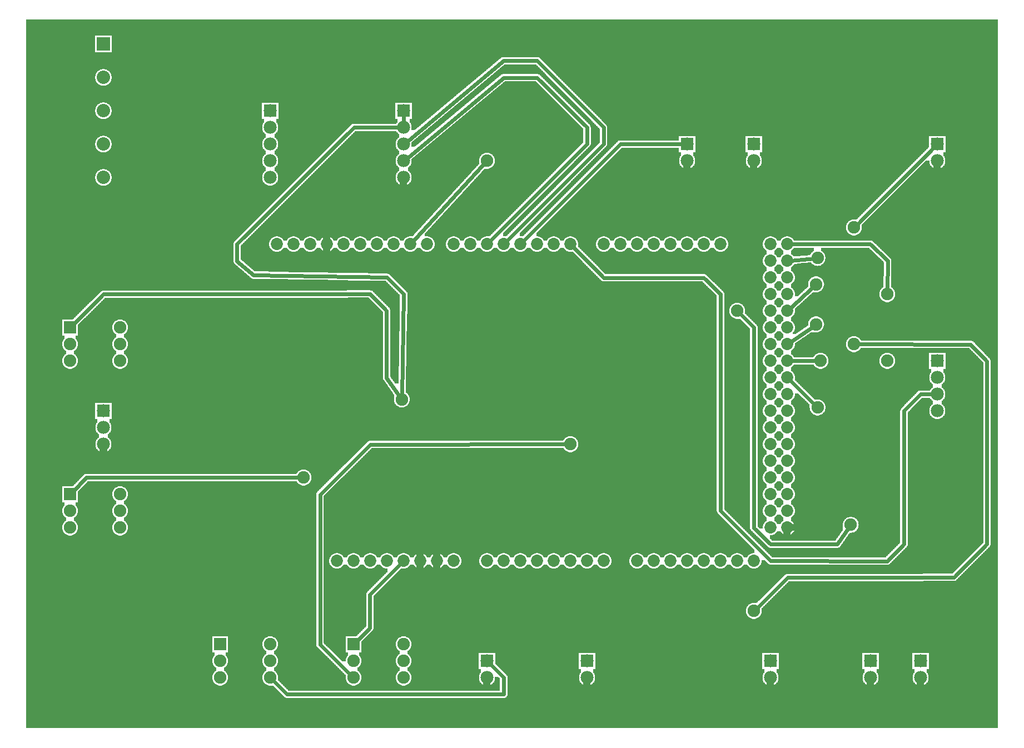
<source format=gbl>
G04 MADE WITH FRITZING*
G04 WWW.FRITZING.ORG*
G04 DOUBLE SIDED*
G04 HOLES PLATED*
G04 CONTOUR ON CENTER OF CONTOUR VECTOR*
%ASAXBY*%
%FSLAX23Y23*%
%MOIN*%
%OFA0B0*%
%SFA1.0B1.0*%
%ADD10C,0.075000*%
%ADD11C,0.075433*%
%ADD12C,0.072917*%
%ADD13C,0.078000*%
%ADD14C,0.080000*%
%ADD15R,0.075000X0.075000*%
%ADD16R,0.078000X0.078000*%
%ADD17R,0.079986X0.080000*%
%ADD18C,0.024000*%
%LNCOPPER0*%
G90*
G70*
G54D10*
X605Y4223D03*
G54D11*
X1702Y1544D03*
X2291Y2013D03*
G54D10*
X302Y1444D03*
X602Y1444D03*
X302Y1344D03*
X602Y1344D03*
X302Y1244D03*
X602Y1244D03*
X302Y2444D03*
X602Y2444D03*
X302Y2344D03*
X602Y2344D03*
X302Y2244D03*
X602Y2244D03*
X2002Y544D03*
X2302Y544D03*
X2002Y444D03*
X2302Y444D03*
X2002Y344D03*
X2302Y344D03*
X1202Y544D03*
X1502Y544D03*
X1202Y444D03*
X1502Y444D03*
X1202Y344D03*
X1502Y344D03*
G54D12*
X3802Y1044D03*
X2202Y1044D03*
X3902Y1044D03*
X4002Y1044D03*
X4102Y1044D03*
X4202Y1044D03*
X4502Y2444D03*
X4302Y1044D03*
X4402Y1044D03*
X2242Y2944D03*
X2802Y1044D03*
X2902Y1044D03*
X3002Y1044D03*
X3102Y1044D03*
X4502Y1644D03*
X3202Y1044D03*
X3302Y1044D03*
X3402Y1044D03*
X3502Y1044D03*
X3002Y2944D03*
X4502Y2844D03*
X4502Y2044D03*
X4502Y1244D03*
X1842Y2944D03*
X2602Y1044D03*
X2602Y2944D03*
X4502Y2644D03*
X4502Y2244D03*
X4502Y1844D03*
X4202Y2944D03*
X4502Y1444D03*
X4102Y2944D03*
X4002Y2944D03*
X3902Y2944D03*
X3802Y2944D03*
X3702Y2944D03*
X3602Y2944D03*
X3502Y2944D03*
X1642Y2944D03*
X2042Y2944D03*
X2442Y2944D03*
X2002Y1044D03*
X2402Y1044D03*
X3202Y2944D03*
X2802Y2944D03*
X4502Y2944D03*
X4502Y2744D03*
X4502Y2544D03*
X4502Y2344D03*
X4502Y2144D03*
X4502Y1944D03*
X4502Y1744D03*
X4502Y1544D03*
X4502Y1344D03*
X1542Y2944D03*
X1742Y2944D03*
X1942Y2944D03*
X2142Y2944D03*
X2342Y2944D03*
X1902Y1044D03*
X2102Y1044D03*
X2302Y1044D03*
X2502Y1044D03*
X3302Y2944D03*
X3102Y2944D03*
X2902Y2944D03*
X2702Y2944D03*
X4602Y2944D03*
X4602Y2844D03*
X4602Y2744D03*
X4602Y2644D03*
X4602Y2544D03*
X4602Y2444D03*
X4602Y2344D03*
X4602Y2244D03*
X4602Y2144D03*
X4602Y2044D03*
X4602Y1944D03*
X4602Y1844D03*
X4602Y1744D03*
X4602Y1644D03*
X4602Y1544D03*
X4602Y1444D03*
X4602Y1344D03*
X4602Y1244D03*
X3702Y1044D03*
G54D13*
X3402Y444D03*
X3402Y344D03*
X2802Y444D03*
X2802Y344D03*
X4402Y3544D03*
X4402Y3444D03*
X4002Y3544D03*
X4002Y3444D03*
X4502Y444D03*
X4502Y344D03*
X5402Y444D03*
X5402Y344D03*
X5102Y444D03*
X5102Y344D03*
X5502Y3544D03*
X5502Y3444D03*
X5502Y2244D03*
X5502Y2144D03*
X5502Y2044D03*
X5502Y1944D03*
X502Y1944D03*
X502Y1844D03*
X502Y1744D03*
G54D11*
X4775Y2703D03*
X4775Y2463D03*
X4302Y2544D03*
X4402Y744D03*
X5002Y2344D03*
X4802Y2244D03*
X4983Y1261D03*
X3302Y1744D03*
X4784Y1965D03*
X2802Y3444D03*
X5202Y2244D03*
X5202Y2644D03*
X4784Y2861D03*
X5002Y3044D03*
G54D14*
X502Y3944D03*
X502Y3744D03*
X502Y3544D03*
X502Y3344D03*
X502Y4144D03*
G54D13*
X2302Y3744D03*
X2302Y3644D03*
X2302Y3544D03*
X2302Y3444D03*
X2302Y3344D03*
X1502Y3744D03*
X1502Y3644D03*
X1502Y3544D03*
X1502Y3444D03*
X1502Y3344D03*
G54D15*
X302Y1444D03*
X302Y2444D03*
X2002Y544D03*
X1202Y544D03*
G54D16*
X3402Y444D03*
X2802Y444D03*
X4402Y3544D03*
X4002Y3544D03*
X4502Y444D03*
X5402Y444D03*
X5102Y444D03*
X5502Y3544D03*
X5502Y2244D03*
X502Y1944D03*
G54D17*
X502Y4144D03*
G54D16*
X2302Y3744D03*
X1502Y3744D03*
G54D18*
X4315Y2532D02*
X4403Y2445D01*
D02*
X4403Y2445D02*
X4402Y1243D01*
D02*
X4402Y1243D02*
X4503Y1144D01*
D02*
X4503Y1144D02*
X4903Y1144D01*
D02*
X4903Y1144D02*
X4973Y1246D01*
D02*
X3503Y2742D02*
X4102Y2742D01*
D02*
X3315Y2931D02*
X3503Y2742D01*
D02*
X4102Y2742D02*
X4202Y2645D01*
D02*
X4202Y2645D02*
X4203Y1345D01*
D02*
X4502Y1044D02*
X5201Y1043D01*
D02*
X5201Y1043D02*
X5303Y1144D01*
D02*
X5303Y1944D02*
X5401Y2045D01*
D02*
X5303Y1144D02*
X5303Y1944D01*
D02*
X5401Y2045D02*
X5483Y2044D01*
D02*
X4415Y757D02*
X4604Y944D01*
D02*
X5602Y946D02*
X5800Y1145D01*
D02*
X5800Y2242D02*
X5703Y2343D01*
D02*
X5800Y1145D02*
X5800Y2242D01*
D02*
X5703Y2343D02*
X5020Y2344D01*
D02*
X4784Y2244D02*
X4621Y2244D01*
D02*
X2281Y2027D02*
X2200Y2143D01*
D02*
X2200Y2143D02*
X2200Y2546D01*
D02*
X2200Y2546D02*
X2101Y2646D01*
D02*
X502Y2644D02*
X314Y2456D01*
D02*
X1684Y1544D02*
X400Y1544D01*
D02*
X400Y1544D02*
X314Y1457D01*
D02*
X4766Y2860D02*
X4621Y2846D01*
D02*
X3983Y3544D02*
X3603Y3545D01*
D02*
X3603Y3545D02*
X3016Y2958D01*
D02*
X4762Y2691D02*
X4616Y2557D01*
D02*
X4761Y2453D02*
X4618Y2355D01*
D02*
X2102Y1742D02*
X1801Y1443D01*
D02*
X1801Y1443D02*
X1801Y543D01*
D02*
X3284Y1744D02*
X2102Y1742D01*
D02*
X1801Y543D02*
X1990Y356D01*
D02*
X4604Y944D02*
X5602Y946D01*
D02*
X4616Y2131D02*
X4772Y1977D01*
D02*
X2790Y3431D02*
X2355Y2958D01*
D02*
X2101Y2646D02*
X502Y2644D01*
D02*
X5100Y2945D02*
X4621Y2944D01*
D02*
X5204Y2845D02*
X5100Y2945D01*
D02*
X5202Y2662D02*
X5204Y2845D01*
D02*
X2802Y447D02*
X2798Y463D01*
D02*
X2903Y345D02*
X2802Y447D01*
D02*
X2903Y244D02*
X2903Y345D01*
D02*
X1603Y244D02*
X2903Y244D01*
D02*
X1514Y332D02*
X1603Y244D01*
D02*
X4203Y1345D02*
X4502Y1044D01*
D02*
X5489Y3531D02*
X5015Y3057D01*
D02*
X3401Y3545D02*
X2815Y2958D01*
D02*
X3103Y3943D02*
X3401Y3645D01*
D02*
X3401Y3645D02*
X3401Y3545D01*
D02*
X2901Y3943D02*
X3103Y3943D01*
D02*
X2317Y3456D02*
X2901Y3943D01*
D02*
X3501Y3545D02*
X2915Y2958D01*
D02*
X3103Y4045D02*
X3501Y3645D01*
D02*
X3501Y3645D02*
X3501Y3545D01*
D02*
X2901Y4045D02*
X3103Y4045D01*
D02*
X2317Y3556D02*
X2901Y4045D01*
D02*
X2302Y3663D02*
X2302Y3725D01*
D02*
X2202Y2746D02*
X1401Y2759D01*
D02*
X2303Y2645D02*
X2202Y2746D01*
D02*
X1401Y2759D02*
X1303Y2843D01*
D02*
X2004Y3645D02*
X2283Y3644D01*
D02*
X2292Y2031D02*
X2303Y2645D01*
D02*
X1303Y2843D02*
X1303Y2944D01*
D02*
X1303Y2944D02*
X2004Y3645D01*
D02*
X2100Y843D02*
X2100Y643D01*
D02*
X2100Y643D02*
X2014Y557D01*
D02*
X2288Y1031D02*
X2100Y843D01*
G36*
X2908Y4023D02*
X2908Y4021D01*
X2904Y4021D01*
X2904Y4019D01*
X2902Y4019D01*
X2902Y4017D01*
X2900Y4017D01*
X2900Y4015D01*
X2898Y4015D01*
X2898Y4013D01*
X2896Y4013D01*
X2896Y4011D01*
X2892Y4011D01*
X2892Y4009D01*
X2890Y4009D01*
X2890Y4007D01*
X2888Y4007D01*
X2888Y4005D01*
X2886Y4005D01*
X2886Y4003D01*
X2884Y4003D01*
X2884Y4001D01*
X2880Y4001D01*
X2880Y3999D01*
X2878Y3999D01*
X2878Y3997D01*
X2876Y3997D01*
X2876Y3995D01*
X2874Y3995D01*
X2874Y3993D01*
X2872Y3993D01*
X2872Y3991D01*
X2868Y3991D01*
X2868Y3989D01*
X2866Y3989D01*
X2866Y3987D01*
X2864Y3987D01*
X2864Y3985D01*
X2862Y3985D01*
X2862Y3983D01*
X2860Y3983D01*
X2860Y3981D01*
X2856Y3981D01*
X2856Y3979D01*
X2854Y3979D01*
X2854Y3977D01*
X2852Y3977D01*
X2852Y3975D01*
X2850Y3975D01*
X2850Y3973D01*
X2848Y3973D01*
X2848Y3971D01*
X2844Y3971D01*
X2844Y3969D01*
X2842Y3969D01*
X2842Y3967D01*
X2840Y3967D01*
X2840Y3965D01*
X3110Y3965D01*
X3110Y3963D01*
X3114Y3963D01*
X3114Y3961D01*
X3118Y3961D01*
X3118Y3959D01*
X3120Y3959D01*
X3120Y3957D01*
X3122Y3957D01*
X3122Y3955D01*
X3124Y3955D01*
X3124Y3953D01*
X3126Y3953D01*
X3126Y3951D01*
X3128Y3951D01*
X3128Y3949D01*
X3130Y3949D01*
X3130Y3947D01*
X3132Y3947D01*
X3132Y3945D01*
X3134Y3945D01*
X3134Y3943D01*
X3136Y3943D01*
X3136Y3941D01*
X3138Y3941D01*
X3138Y3939D01*
X3140Y3939D01*
X3140Y3937D01*
X3142Y3937D01*
X3142Y3935D01*
X3144Y3935D01*
X3144Y3933D01*
X3146Y3933D01*
X3146Y3931D01*
X3148Y3931D01*
X3148Y3929D01*
X3150Y3929D01*
X3150Y3927D01*
X3152Y3927D01*
X3152Y3925D01*
X3154Y3925D01*
X3154Y3923D01*
X3156Y3923D01*
X3156Y3921D01*
X3158Y3921D01*
X3158Y3919D01*
X3160Y3919D01*
X3160Y3917D01*
X3162Y3917D01*
X3162Y3915D01*
X3164Y3915D01*
X3164Y3913D01*
X3166Y3913D01*
X3166Y3911D01*
X3168Y3911D01*
X3168Y3909D01*
X3170Y3909D01*
X3170Y3907D01*
X3172Y3907D01*
X3172Y3905D01*
X3174Y3905D01*
X3174Y3903D01*
X3176Y3903D01*
X3176Y3901D01*
X3178Y3901D01*
X3178Y3899D01*
X3180Y3899D01*
X3180Y3897D01*
X3182Y3897D01*
X3182Y3895D01*
X3184Y3895D01*
X3184Y3893D01*
X3186Y3893D01*
X3186Y3891D01*
X3188Y3891D01*
X3188Y3889D01*
X3190Y3889D01*
X3190Y3887D01*
X3192Y3887D01*
X3192Y3885D01*
X3194Y3885D01*
X3194Y3883D01*
X3196Y3883D01*
X3196Y3881D01*
X3198Y3881D01*
X3198Y3879D01*
X3200Y3879D01*
X3200Y3877D01*
X3202Y3877D01*
X3202Y3875D01*
X3204Y3875D01*
X3204Y3873D01*
X3206Y3873D01*
X3206Y3871D01*
X3208Y3871D01*
X3208Y3869D01*
X3210Y3869D01*
X3210Y3867D01*
X3212Y3867D01*
X3212Y3865D01*
X3214Y3865D01*
X3214Y3863D01*
X3216Y3863D01*
X3216Y3861D01*
X3218Y3861D01*
X3218Y3859D01*
X3220Y3859D01*
X3220Y3857D01*
X3222Y3857D01*
X3222Y3855D01*
X3224Y3855D01*
X3224Y3853D01*
X3226Y3853D01*
X3226Y3851D01*
X3228Y3851D01*
X3228Y3849D01*
X3230Y3849D01*
X3230Y3847D01*
X3232Y3847D01*
X3232Y3845D01*
X3234Y3845D01*
X3234Y3843D01*
X3236Y3843D01*
X3236Y3841D01*
X3238Y3841D01*
X3238Y3839D01*
X3240Y3839D01*
X3240Y3837D01*
X3242Y3837D01*
X3242Y3835D01*
X3244Y3835D01*
X3244Y3833D01*
X3246Y3833D01*
X3246Y3831D01*
X3248Y3831D01*
X3248Y3829D01*
X3250Y3829D01*
X3250Y3827D01*
X3252Y3827D01*
X3252Y3825D01*
X3254Y3825D01*
X3254Y3823D01*
X3256Y3823D01*
X3256Y3821D01*
X3258Y3821D01*
X3258Y3819D01*
X3260Y3819D01*
X3260Y3817D01*
X3262Y3817D01*
X3262Y3815D01*
X3264Y3815D01*
X3264Y3813D01*
X3266Y3813D01*
X3266Y3811D01*
X3268Y3811D01*
X3268Y3809D01*
X3270Y3809D01*
X3270Y3807D01*
X3272Y3807D01*
X3272Y3805D01*
X3274Y3805D01*
X3274Y3803D01*
X3276Y3803D01*
X3276Y3801D01*
X3278Y3801D01*
X3278Y3799D01*
X3280Y3799D01*
X3280Y3797D01*
X3282Y3797D01*
X3282Y3795D01*
X3284Y3795D01*
X3284Y3793D01*
X3286Y3793D01*
X3286Y3791D01*
X3288Y3791D01*
X3288Y3789D01*
X3290Y3789D01*
X3290Y3787D01*
X3292Y3787D01*
X3292Y3785D01*
X3294Y3785D01*
X3294Y3783D01*
X3296Y3783D01*
X3296Y3781D01*
X3298Y3781D01*
X3298Y3779D01*
X3300Y3779D01*
X3300Y3777D01*
X3302Y3777D01*
X3302Y3775D01*
X3304Y3775D01*
X3304Y3773D01*
X3306Y3773D01*
X3306Y3771D01*
X3308Y3771D01*
X3308Y3769D01*
X3310Y3769D01*
X3310Y3767D01*
X3312Y3767D01*
X3312Y3765D01*
X3314Y3765D01*
X3314Y3763D01*
X3316Y3763D01*
X3316Y3761D01*
X3318Y3761D01*
X3318Y3759D01*
X3320Y3759D01*
X3320Y3757D01*
X3322Y3757D01*
X3322Y3755D01*
X3324Y3755D01*
X3324Y3753D01*
X3326Y3753D01*
X3326Y3751D01*
X3328Y3751D01*
X3328Y3749D01*
X3330Y3749D01*
X3330Y3747D01*
X3332Y3747D01*
X3332Y3745D01*
X3334Y3745D01*
X3334Y3743D01*
X3336Y3743D01*
X3336Y3741D01*
X3338Y3741D01*
X3338Y3739D01*
X3340Y3739D01*
X3340Y3737D01*
X3342Y3737D01*
X3342Y3735D01*
X3344Y3735D01*
X3344Y3733D01*
X3346Y3733D01*
X3346Y3731D01*
X3348Y3731D01*
X3348Y3729D01*
X3350Y3729D01*
X3350Y3727D01*
X3352Y3727D01*
X3352Y3725D01*
X3354Y3725D01*
X3354Y3723D01*
X3356Y3723D01*
X3356Y3721D01*
X3358Y3721D01*
X3358Y3719D01*
X3360Y3719D01*
X3360Y3717D01*
X3362Y3717D01*
X3362Y3715D01*
X3364Y3715D01*
X3364Y3713D01*
X3366Y3713D01*
X3366Y3711D01*
X3368Y3711D01*
X3368Y3709D01*
X3370Y3709D01*
X3370Y3707D01*
X3372Y3707D01*
X3372Y3705D01*
X3374Y3705D01*
X3374Y3703D01*
X3376Y3703D01*
X3376Y3701D01*
X3378Y3701D01*
X3378Y3699D01*
X3380Y3699D01*
X3380Y3697D01*
X3382Y3697D01*
X3382Y3695D01*
X3384Y3695D01*
X3384Y3693D01*
X3386Y3693D01*
X3386Y3691D01*
X3388Y3691D01*
X3388Y3689D01*
X3390Y3689D01*
X3390Y3687D01*
X3392Y3687D01*
X3392Y3685D01*
X3394Y3685D01*
X3394Y3683D01*
X3396Y3683D01*
X3396Y3681D01*
X3398Y3681D01*
X3398Y3679D01*
X3400Y3679D01*
X3400Y3677D01*
X3402Y3677D01*
X3402Y3675D01*
X3404Y3675D01*
X3404Y3673D01*
X3406Y3673D01*
X3406Y3671D01*
X3408Y3671D01*
X3408Y3669D01*
X3410Y3669D01*
X3410Y3667D01*
X3412Y3667D01*
X3412Y3665D01*
X3414Y3665D01*
X3414Y3663D01*
X3416Y3663D01*
X3416Y3661D01*
X3418Y3661D01*
X3418Y3657D01*
X3420Y3657D01*
X3420Y3655D01*
X3422Y3655D01*
X3422Y3647D01*
X3424Y3647D01*
X3424Y3543D01*
X3422Y3543D01*
X3422Y3537D01*
X3420Y3537D01*
X3420Y3533D01*
X3418Y3533D01*
X3418Y3531D01*
X3416Y3531D01*
X3416Y3529D01*
X3414Y3529D01*
X3414Y3527D01*
X3412Y3527D01*
X3412Y3525D01*
X3410Y3525D01*
X3410Y3523D01*
X3408Y3523D01*
X3408Y3521D01*
X3406Y3521D01*
X3406Y3519D01*
X3404Y3519D01*
X3404Y3517D01*
X3402Y3517D01*
X3402Y3515D01*
X3400Y3515D01*
X3400Y3513D01*
X3398Y3513D01*
X3398Y3511D01*
X3396Y3511D01*
X3396Y3509D01*
X3394Y3509D01*
X3394Y3507D01*
X3392Y3507D01*
X3392Y3505D01*
X3390Y3505D01*
X3390Y3503D01*
X3388Y3503D01*
X3388Y3501D01*
X3386Y3501D01*
X3386Y3499D01*
X3384Y3499D01*
X3384Y3497D01*
X3382Y3497D01*
X3382Y3495D01*
X3380Y3495D01*
X3380Y3493D01*
X3378Y3493D01*
X3378Y3491D01*
X3376Y3491D01*
X3376Y3489D01*
X3374Y3489D01*
X3374Y3487D01*
X3372Y3487D01*
X3372Y3485D01*
X3370Y3485D01*
X3370Y3483D01*
X3368Y3483D01*
X3368Y3481D01*
X3366Y3481D01*
X3366Y3479D01*
X3364Y3479D01*
X3364Y3477D01*
X3362Y3477D01*
X3362Y3475D01*
X3360Y3475D01*
X3360Y3473D01*
X3358Y3473D01*
X3358Y3471D01*
X3356Y3471D01*
X3356Y3469D01*
X3354Y3469D01*
X3354Y3467D01*
X3352Y3467D01*
X3352Y3465D01*
X3350Y3465D01*
X3350Y3463D01*
X3348Y3463D01*
X3348Y3461D01*
X3346Y3461D01*
X3346Y3459D01*
X3344Y3459D01*
X3344Y3457D01*
X3342Y3457D01*
X3342Y3455D01*
X3340Y3455D01*
X3340Y3453D01*
X3338Y3453D01*
X3338Y3451D01*
X3336Y3451D01*
X3336Y3449D01*
X3334Y3449D01*
X3334Y3447D01*
X3332Y3447D01*
X3332Y3445D01*
X3330Y3445D01*
X3330Y3443D01*
X3328Y3443D01*
X3328Y3441D01*
X3326Y3441D01*
X3326Y3439D01*
X3324Y3439D01*
X3324Y3435D01*
X3322Y3435D01*
X3322Y3433D01*
X3320Y3433D01*
X3320Y3431D01*
X3318Y3431D01*
X3318Y3429D01*
X3316Y3429D01*
X3316Y3427D01*
X3314Y3427D01*
X3314Y3425D01*
X3312Y3425D01*
X3312Y3423D01*
X3310Y3423D01*
X3310Y3421D01*
X3308Y3421D01*
X3308Y3419D01*
X3306Y3419D01*
X3306Y3417D01*
X3304Y3417D01*
X3304Y3415D01*
X3302Y3415D01*
X3302Y3413D01*
X3300Y3413D01*
X3300Y3411D01*
X3298Y3411D01*
X3298Y3409D01*
X3296Y3409D01*
X3296Y3407D01*
X3294Y3407D01*
X3294Y3405D01*
X3292Y3405D01*
X3292Y3403D01*
X3290Y3403D01*
X3290Y3401D01*
X3288Y3401D01*
X3288Y3399D01*
X3286Y3399D01*
X3286Y3397D01*
X3284Y3397D01*
X3284Y3395D01*
X3282Y3395D01*
X3282Y3393D01*
X3280Y3393D01*
X3280Y3391D01*
X3278Y3391D01*
X3278Y3389D01*
X3276Y3389D01*
X3276Y3387D01*
X3274Y3387D01*
X3274Y3385D01*
X3272Y3385D01*
X3272Y3383D01*
X3270Y3383D01*
X3270Y3381D01*
X3268Y3381D01*
X3268Y3379D01*
X3266Y3379D01*
X3266Y3377D01*
X3264Y3377D01*
X3264Y3375D01*
X3262Y3375D01*
X3262Y3373D01*
X3260Y3373D01*
X3260Y3371D01*
X3258Y3371D01*
X3258Y3369D01*
X3256Y3369D01*
X3256Y3367D01*
X3254Y3367D01*
X3254Y3365D01*
X3252Y3365D01*
X3252Y3363D01*
X3250Y3363D01*
X3250Y3361D01*
X3248Y3361D01*
X3248Y3359D01*
X3246Y3359D01*
X3246Y3357D01*
X3244Y3357D01*
X3244Y3355D01*
X3242Y3355D01*
X3242Y3353D01*
X3240Y3353D01*
X3240Y3351D01*
X3238Y3351D01*
X3238Y3349D01*
X3236Y3349D01*
X3236Y3347D01*
X3234Y3347D01*
X3234Y3345D01*
X3232Y3345D01*
X3232Y3343D01*
X3230Y3343D01*
X3230Y3341D01*
X3228Y3341D01*
X3228Y3339D01*
X3226Y3339D01*
X3226Y3337D01*
X3224Y3337D01*
X3224Y3335D01*
X3222Y3335D01*
X3222Y3333D01*
X3220Y3333D01*
X3220Y3331D01*
X3218Y3331D01*
X3218Y3329D01*
X3216Y3329D01*
X3216Y3327D01*
X3214Y3327D01*
X3214Y3325D01*
X3212Y3325D01*
X3212Y3323D01*
X3210Y3323D01*
X3210Y3321D01*
X3208Y3321D01*
X3208Y3319D01*
X3206Y3319D01*
X3206Y3317D01*
X3204Y3317D01*
X3204Y3315D01*
X3202Y3315D01*
X3202Y3313D01*
X3200Y3313D01*
X3200Y3311D01*
X3198Y3311D01*
X3198Y3309D01*
X3196Y3309D01*
X3196Y3307D01*
X3194Y3307D01*
X3194Y3305D01*
X3192Y3305D01*
X3192Y3303D01*
X3190Y3303D01*
X3190Y3301D01*
X3188Y3301D01*
X3188Y3299D01*
X3186Y3299D01*
X3186Y3297D01*
X3184Y3297D01*
X3184Y3295D01*
X3182Y3295D01*
X3182Y3293D01*
X3180Y3293D01*
X3180Y3291D01*
X3178Y3291D01*
X3178Y3289D01*
X3176Y3289D01*
X3176Y3287D01*
X3174Y3287D01*
X3174Y3285D01*
X3172Y3285D01*
X3172Y3283D01*
X3170Y3283D01*
X3170Y3281D01*
X3168Y3281D01*
X3168Y3279D01*
X3166Y3279D01*
X3166Y3277D01*
X3164Y3277D01*
X3164Y3275D01*
X3162Y3275D01*
X3162Y3273D01*
X3160Y3273D01*
X3160Y3271D01*
X3158Y3271D01*
X3158Y3269D01*
X3156Y3269D01*
X3156Y3267D01*
X3154Y3267D01*
X3154Y3265D01*
X3152Y3265D01*
X3152Y3263D01*
X3150Y3263D01*
X3150Y3261D01*
X3148Y3261D01*
X3148Y3259D01*
X3146Y3259D01*
X3146Y3257D01*
X3144Y3257D01*
X3144Y3255D01*
X3142Y3255D01*
X3142Y3253D01*
X3140Y3253D01*
X3140Y3251D01*
X3138Y3251D01*
X3138Y3249D01*
X3136Y3249D01*
X3136Y3247D01*
X3134Y3247D01*
X3134Y3245D01*
X3132Y3245D01*
X3132Y3243D01*
X3130Y3243D01*
X3130Y3241D01*
X3128Y3241D01*
X3128Y3239D01*
X3126Y3239D01*
X3126Y3237D01*
X3124Y3237D01*
X3124Y3235D01*
X3122Y3235D01*
X3122Y3233D01*
X3120Y3233D01*
X3120Y3231D01*
X3118Y3231D01*
X3118Y3229D01*
X3116Y3229D01*
X3116Y3227D01*
X3114Y3227D01*
X3114Y3225D01*
X3112Y3225D01*
X3112Y3223D01*
X3110Y3223D01*
X3110Y3221D01*
X3108Y3221D01*
X3108Y3219D01*
X3106Y3219D01*
X3106Y3217D01*
X3104Y3217D01*
X3104Y3215D01*
X3102Y3215D01*
X3102Y3213D01*
X3100Y3213D01*
X3100Y3211D01*
X3098Y3211D01*
X3098Y3209D01*
X3096Y3209D01*
X3096Y3207D01*
X3094Y3207D01*
X3094Y3205D01*
X3092Y3205D01*
X3092Y3203D01*
X3090Y3203D01*
X3090Y3201D01*
X3088Y3201D01*
X3088Y3199D01*
X3086Y3199D01*
X3086Y3197D01*
X3084Y3197D01*
X3084Y3195D01*
X3082Y3195D01*
X3082Y3193D01*
X3080Y3193D01*
X3080Y3191D01*
X3078Y3191D01*
X3078Y3189D01*
X3076Y3189D01*
X3076Y3187D01*
X3074Y3187D01*
X3074Y3185D01*
X3072Y3185D01*
X3072Y3183D01*
X3070Y3183D01*
X3070Y3181D01*
X3068Y3181D01*
X3068Y3179D01*
X3066Y3179D01*
X3066Y3177D01*
X3064Y3177D01*
X3064Y3175D01*
X3062Y3175D01*
X3062Y3173D01*
X3060Y3173D01*
X3060Y3171D01*
X3058Y3171D01*
X3058Y3169D01*
X3056Y3169D01*
X3056Y3167D01*
X3054Y3167D01*
X3054Y3165D01*
X3052Y3165D01*
X3052Y3163D01*
X3050Y3163D01*
X3050Y3161D01*
X3048Y3161D01*
X3048Y3159D01*
X3046Y3159D01*
X3046Y3157D01*
X3044Y3157D01*
X3044Y3155D01*
X3042Y3155D01*
X3042Y3153D01*
X3040Y3153D01*
X3040Y3151D01*
X3038Y3151D01*
X3038Y3149D01*
X3036Y3149D01*
X3036Y3147D01*
X3034Y3147D01*
X3034Y3145D01*
X3032Y3145D01*
X3032Y3143D01*
X3030Y3143D01*
X3030Y3141D01*
X3028Y3141D01*
X3028Y3139D01*
X3026Y3139D01*
X3026Y3137D01*
X3024Y3137D01*
X3024Y3135D01*
X3022Y3135D01*
X3022Y3133D01*
X3020Y3133D01*
X3020Y3131D01*
X3018Y3131D01*
X3018Y3129D01*
X3016Y3129D01*
X3016Y3127D01*
X3014Y3127D01*
X3014Y3125D01*
X3012Y3125D01*
X3012Y3123D01*
X3010Y3123D01*
X3010Y3121D01*
X3008Y3121D01*
X3008Y3119D01*
X3006Y3119D01*
X3006Y3117D01*
X3004Y3117D01*
X3004Y3115D01*
X3002Y3115D01*
X3002Y3113D01*
X3000Y3113D01*
X3000Y3111D01*
X2998Y3111D01*
X2998Y3109D01*
X2996Y3109D01*
X2996Y3107D01*
X2994Y3107D01*
X2994Y3105D01*
X2992Y3105D01*
X2992Y3103D01*
X2990Y3103D01*
X2990Y3101D01*
X2988Y3101D01*
X2988Y3099D01*
X2986Y3099D01*
X2986Y3097D01*
X2984Y3097D01*
X2984Y3095D01*
X2982Y3095D01*
X2982Y3093D01*
X2980Y3093D01*
X2980Y3091D01*
X2978Y3091D01*
X2978Y3089D01*
X2976Y3089D01*
X2976Y3087D01*
X2974Y3087D01*
X2974Y3085D01*
X2972Y3085D01*
X2972Y3083D01*
X2970Y3083D01*
X2970Y3081D01*
X2968Y3081D01*
X2968Y3079D01*
X2966Y3079D01*
X2966Y3077D01*
X2964Y3077D01*
X2964Y3075D01*
X2962Y3075D01*
X2962Y3073D01*
X2960Y3073D01*
X2960Y3071D01*
X2958Y3071D01*
X2958Y3069D01*
X2956Y3069D01*
X2956Y3067D01*
X2954Y3067D01*
X2954Y3065D01*
X2952Y3065D01*
X2952Y3063D01*
X2950Y3063D01*
X2950Y3061D01*
X2948Y3061D01*
X2948Y3059D01*
X2946Y3059D01*
X2946Y3057D01*
X2944Y3057D01*
X2944Y3055D01*
X2942Y3055D01*
X2942Y3053D01*
X2940Y3053D01*
X2940Y3051D01*
X2938Y3051D01*
X2938Y3049D01*
X2936Y3049D01*
X2936Y3047D01*
X2934Y3047D01*
X2934Y3045D01*
X2932Y3045D01*
X2932Y3043D01*
X2930Y3043D01*
X2930Y3041D01*
X2928Y3041D01*
X2928Y3039D01*
X2926Y3039D01*
X2926Y3037D01*
X2924Y3037D01*
X2924Y3035D01*
X2922Y3035D01*
X2922Y3033D01*
X2920Y3033D01*
X2920Y3031D01*
X2918Y3031D01*
X2918Y3029D01*
X2916Y3029D01*
X2916Y3027D01*
X2914Y3027D01*
X2914Y3025D01*
X2912Y3025D01*
X2912Y3023D01*
X2910Y3023D01*
X2910Y3021D01*
X2908Y3021D01*
X2908Y3019D01*
X2906Y3019D01*
X2906Y3017D01*
X2904Y3017D01*
X2904Y3015D01*
X2902Y3015D01*
X2902Y3013D01*
X2900Y3013D01*
X2900Y3011D01*
X2898Y3011D01*
X2898Y2991D01*
X2918Y2991D01*
X2918Y2993D01*
X2920Y2993D01*
X2920Y2995D01*
X2922Y2995D01*
X2922Y2997D01*
X2924Y2997D01*
X2924Y2999D01*
X2926Y2999D01*
X2926Y3001D01*
X2928Y3001D01*
X2928Y3003D01*
X2930Y3003D01*
X2930Y3005D01*
X2932Y3005D01*
X2932Y3007D01*
X2934Y3007D01*
X2934Y3009D01*
X2936Y3009D01*
X2936Y3011D01*
X2938Y3011D01*
X2938Y3013D01*
X2940Y3013D01*
X2940Y3015D01*
X2942Y3015D01*
X2942Y3017D01*
X2944Y3017D01*
X2944Y3019D01*
X2946Y3019D01*
X2946Y3021D01*
X2948Y3021D01*
X2948Y3023D01*
X2950Y3023D01*
X2950Y3025D01*
X2952Y3025D01*
X2952Y3027D01*
X2954Y3027D01*
X2954Y3029D01*
X2956Y3029D01*
X2956Y3031D01*
X2958Y3031D01*
X2958Y3033D01*
X2960Y3033D01*
X2960Y3035D01*
X2962Y3035D01*
X2962Y3037D01*
X2964Y3037D01*
X2964Y3039D01*
X2966Y3039D01*
X2966Y3041D01*
X2968Y3041D01*
X2968Y3043D01*
X2970Y3043D01*
X2970Y3045D01*
X2972Y3045D01*
X2972Y3047D01*
X2974Y3047D01*
X2974Y3049D01*
X2976Y3049D01*
X2976Y3051D01*
X2978Y3051D01*
X2978Y3053D01*
X2980Y3053D01*
X2980Y3055D01*
X2982Y3055D01*
X2982Y3057D01*
X2984Y3057D01*
X2984Y3059D01*
X2986Y3059D01*
X2986Y3061D01*
X2988Y3061D01*
X2988Y3063D01*
X2990Y3063D01*
X2990Y3065D01*
X2992Y3065D01*
X2992Y3067D01*
X2994Y3067D01*
X2994Y3069D01*
X2996Y3069D01*
X2996Y3071D01*
X2998Y3071D01*
X2998Y3073D01*
X3000Y3073D01*
X3000Y3075D01*
X3002Y3075D01*
X3002Y3077D01*
X3004Y3077D01*
X3004Y3079D01*
X3006Y3079D01*
X3006Y3081D01*
X3008Y3081D01*
X3008Y3083D01*
X3010Y3083D01*
X3010Y3085D01*
X3012Y3085D01*
X3012Y3087D01*
X3014Y3087D01*
X3014Y3089D01*
X3016Y3089D01*
X3016Y3091D01*
X3018Y3091D01*
X3018Y3093D01*
X3020Y3093D01*
X3020Y3095D01*
X3022Y3095D01*
X3022Y3097D01*
X3024Y3097D01*
X3024Y3099D01*
X3026Y3099D01*
X3026Y3101D01*
X3028Y3101D01*
X3028Y3103D01*
X3030Y3103D01*
X3030Y3105D01*
X3032Y3105D01*
X3032Y3107D01*
X3034Y3107D01*
X3034Y3109D01*
X3036Y3109D01*
X3036Y3111D01*
X3038Y3111D01*
X3038Y3113D01*
X3040Y3113D01*
X3040Y3115D01*
X3042Y3115D01*
X3042Y3117D01*
X3044Y3117D01*
X3044Y3119D01*
X3046Y3119D01*
X3046Y3121D01*
X3048Y3121D01*
X3048Y3123D01*
X3050Y3123D01*
X3050Y3125D01*
X3052Y3125D01*
X3052Y3127D01*
X3054Y3127D01*
X3054Y3129D01*
X3056Y3129D01*
X3056Y3131D01*
X3058Y3131D01*
X3058Y3133D01*
X3060Y3133D01*
X3060Y3135D01*
X3062Y3135D01*
X3062Y3137D01*
X3064Y3137D01*
X3064Y3139D01*
X3066Y3139D01*
X3066Y3141D01*
X3068Y3141D01*
X3068Y3143D01*
X3070Y3143D01*
X3070Y3145D01*
X3072Y3145D01*
X3072Y3147D01*
X3074Y3147D01*
X3074Y3149D01*
X3076Y3149D01*
X3076Y3151D01*
X3078Y3151D01*
X3078Y3153D01*
X3080Y3153D01*
X3080Y3155D01*
X3082Y3155D01*
X3082Y3157D01*
X3084Y3157D01*
X3084Y3159D01*
X3086Y3159D01*
X3086Y3161D01*
X3088Y3161D01*
X3088Y3163D01*
X3090Y3163D01*
X3090Y3165D01*
X3092Y3165D01*
X3092Y3167D01*
X3094Y3167D01*
X3094Y3169D01*
X3096Y3169D01*
X3096Y3171D01*
X3098Y3171D01*
X3098Y3173D01*
X3100Y3173D01*
X3100Y3175D01*
X3102Y3175D01*
X3102Y3177D01*
X3104Y3177D01*
X3104Y3179D01*
X3106Y3179D01*
X3106Y3181D01*
X3108Y3181D01*
X3108Y3183D01*
X3110Y3183D01*
X3110Y3185D01*
X3112Y3185D01*
X3112Y3187D01*
X3114Y3187D01*
X3114Y3189D01*
X3116Y3189D01*
X3116Y3191D01*
X3118Y3191D01*
X3118Y3193D01*
X3120Y3193D01*
X3120Y3195D01*
X3122Y3195D01*
X3122Y3197D01*
X3124Y3197D01*
X3124Y3199D01*
X3126Y3199D01*
X3126Y3201D01*
X3128Y3201D01*
X3128Y3203D01*
X3130Y3203D01*
X3130Y3205D01*
X3132Y3205D01*
X3132Y3207D01*
X3134Y3207D01*
X3134Y3209D01*
X3136Y3209D01*
X3136Y3211D01*
X3138Y3211D01*
X3138Y3213D01*
X3140Y3213D01*
X3140Y3215D01*
X3142Y3215D01*
X3142Y3217D01*
X3144Y3217D01*
X3144Y3219D01*
X3146Y3219D01*
X3146Y3221D01*
X3148Y3221D01*
X3148Y3223D01*
X3150Y3223D01*
X3150Y3225D01*
X3152Y3225D01*
X3152Y3227D01*
X3154Y3227D01*
X3154Y3229D01*
X3156Y3229D01*
X3156Y3231D01*
X3158Y3231D01*
X3158Y3233D01*
X3160Y3233D01*
X3160Y3235D01*
X3162Y3235D01*
X3162Y3237D01*
X3164Y3237D01*
X3164Y3239D01*
X3166Y3239D01*
X3166Y3241D01*
X3168Y3241D01*
X3168Y3243D01*
X3170Y3243D01*
X3170Y3245D01*
X3172Y3245D01*
X3172Y3247D01*
X3174Y3247D01*
X3174Y3249D01*
X3176Y3249D01*
X3176Y3251D01*
X3178Y3251D01*
X3178Y3253D01*
X3180Y3253D01*
X3180Y3255D01*
X3182Y3255D01*
X3182Y3257D01*
X3184Y3257D01*
X3184Y3259D01*
X3186Y3259D01*
X3186Y3261D01*
X3188Y3261D01*
X3188Y3263D01*
X3190Y3263D01*
X3190Y3265D01*
X3192Y3265D01*
X3192Y3267D01*
X3194Y3267D01*
X3194Y3269D01*
X3196Y3269D01*
X3196Y3271D01*
X3198Y3271D01*
X3198Y3273D01*
X3200Y3273D01*
X3200Y3275D01*
X3202Y3275D01*
X3202Y3277D01*
X3204Y3277D01*
X3204Y3279D01*
X3206Y3279D01*
X3206Y3281D01*
X3208Y3281D01*
X3208Y3283D01*
X3210Y3283D01*
X3210Y3285D01*
X3212Y3285D01*
X3212Y3287D01*
X3214Y3287D01*
X3214Y3289D01*
X3216Y3289D01*
X3216Y3291D01*
X3218Y3291D01*
X3218Y3293D01*
X3220Y3293D01*
X3220Y3295D01*
X3222Y3295D01*
X3222Y3299D01*
X3224Y3299D01*
X3224Y3301D01*
X3226Y3301D01*
X3226Y3303D01*
X3228Y3303D01*
X3228Y3305D01*
X3230Y3305D01*
X3230Y3307D01*
X3232Y3307D01*
X3232Y3309D01*
X3234Y3309D01*
X3234Y3311D01*
X3236Y3311D01*
X3236Y3313D01*
X3238Y3313D01*
X3238Y3315D01*
X3240Y3315D01*
X3240Y3317D01*
X3242Y3317D01*
X3242Y3319D01*
X3244Y3319D01*
X3244Y3321D01*
X3246Y3321D01*
X3246Y3323D01*
X3248Y3323D01*
X3248Y3325D01*
X3250Y3325D01*
X3250Y3327D01*
X3252Y3327D01*
X3252Y3329D01*
X3254Y3329D01*
X3254Y3331D01*
X3256Y3331D01*
X3256Y3333D01*
X3258Y3333D01*
X3258Y3335D01*
X3260Y3335D01*
X3260Y3337D01*
X3262Y3337D01*
X3262Y3339D01*
X3264Y3339D01*
X3264Y3341D01*
X3266Y3341D01*
X3266Y3343D01*
X3268Y3343D01*
X3268Y3345D01*
X3270Y3345D01*
X3270Y3347D01*
X3272Y3347D01*
X3272Y3349D01*
X3274Y3349D01*
X3274Y3351D01*
X3276Y3351D01*
X3276Y3353D01*
X3278Y3353D01*
X3278Y3355D01*
X3280Y3355D01*
X3280Y3357D01*
X3282Y3357D01*
X3282Y3359D01*
X3284Y3359D01*
X3284Y3361D01*
X3286Y3361D01*
X3286Y3363D01*
X3288Y3363D01*
X3288Y3365D01*
X3290Y3365D01*
X3290Y3367D01*
X3292Y3367D01*
X3292Y3369D01*
X3294Y3369D01*
X3294Y3371D01*
X3296Y3371D01*
X3296Y3373D01*
X3298Y3373D01*
X3298Y3375D01*
X3300Y3375D01*
X3300Y3377D01*
X3302Y3377D01*
X3302Y3379D01*
X3304Y3379D01*
X3304Y3381D01*
X3306Y3381D01*
X3306Y3383D01*
X3308Y3383D01*
X3308Y3385D01*
X3310Y3385D01*
X3310Y3387D01*
X3312Y3387D01*
X3312Y3389D01*
X3314Y3389D01*
X3314Y3391D01*
X3316Y3391D01*
X3316Y3393D01*
X3318Y3393D01*
X3318Y3395D01*
X3320Y3395D01*
X3320Y3397D01*
X3322Y3397D01*
X3322Y3399D01*
X3324Y3399D01*
X3324Y3401D01*
X3326Y3401D01*
X3326Y3403D01*
X3328Y3403D01*
X3328Y3405D01*
X3330Y3405D01*
X3330Y3407D01*
X3332Y3407D01*
X3332Y3409D01*
X3334Y3409D01*
X3334Y3411D01*
X3336Y3411D01*
X3336Y3413D01*
X3338Y3413D01*
X3338Y3415D01*
X3340Y3415D01*
X3340Y3417D01*
X3342Y3417D01*
X3342Y3419D01*
X3344Y3419D01*
X3344Y3421D01*
X3346Y3421D01*
X3346Y3423D01*
X3348Y3423D01*
X3348Y3425D01*
X3350Y3425D01*
X3350Y3427D01*
X3352Y3427D01*
X3352Y3429D01*
X3354Y3429D01*
X3354Y3431D01*
X3356Y3431D01*
X3356Y3433D01*
X3358Y3433D01*
X3358Y3435D01*
X3360Y3435D01*
X3360Y3437D01*
X3362Y3437D01*
X3362Y3439D01*
X3364Y3439D01*
X3364Y3441D01*
X3366Y3441D01*
X3366Y3443D01*
X3368Y3443D01*
X3368Y3445D01*
X3370Y3445D01*
X3370Y3447D01*
X3372Y3447D01*
X3372Y3449D01*
X3374Y3449D01*
X3374Y3451D01*
X3376Y3451D01*
X3376Y3453D01*
X3378Y3453D01*
X3378Y3455D01*
X3380Y3455D01*
X3380Y3457D01*
X3382Y3457D01*
X3382Y3459D01*
X3384Y3459D01*
X3384Y3461D01*
X3386Y3461D01*
X3386Y3463D01*
X3388Y3463D01*
X3388Y3465D01*
X3390Y3465D01*
X3390Y3467D01*
X3392Y3467D01*
X3392Y3469D01*
X3394Y3469D01*
X3394Y3471D01*
X3396Y3471D01*
X3396Y3473D01*
X3398Y3473D01*
X3398Y3475D01*
X3400Y3475D01*
X3400Y3477D01*
X3402Y3477D01*
X3402Y3479D01*
X3404Y3479D01*
X3404Y3481D01*
X3406Y3481D01*
X3406Y3483D01*
X3408Y3483D01*
X3408Y3485D01*
X3410Y3485D01*
X3410Y3487D01*
X3412Y3487D01*
X3412Y3489D01*
X3414Y3489D01*
X3414Y3491D01*
X3416Y3491D01*
X3416Y3493D01*
X3418Y3493D01*
X3418Y3495D01*
X3420Y3495D01*
X3420Y3497D01*
X3422Y3497D01*
X3422Y3499D01*
X3424Y3499D01*
X3424Y3501D01*
X3426Y3501D01*
X3426Y3503D01*
X3428Y3503D01*
X3428Y3505D01*
X3430Y3505D01*
X3430Y3507D01*
X3432Y3507D01*
X3432Y3509D01*
X3434Y3509D01*
X3434Y3511D01*
X3436Y3511D01*
X3436Y3513D01*
X3438Y3513D01*
X3438Y3515D01*
X3440Y3515D01*
X3440Y3517D01*
X3442Y3517D01*
X3442Y3519D01*
X3444Y3519D01*
X3444Y3521D01*
X3446Y3521D01*
X3446Y3523D01*
X3448Y3523D01*
X3448Y3525D01*
X3450Y3525D01*
X3450Y3527D01*
X3452Y3527D01*
X3452Y3529D01*
X3454Y3529D01*
X3454Y3531D01*
X3456Y3531D01*
X3456Y3533D01*
X3458Y3533D01*
X3458Y3535D01*
X3460Y3535D01*
X3460Y3537D01*
X3462Y3537D01*
X3462Y3539D01*
X3464Y3539D01*
X3464Y3541D01*
X3466Y3541D01*
X3466Y3543D01*
X3468Y3543D01*
X3468Y3545D01*
X3470Y3545D01*
X3470Y3547D01*
X3472Y3547D01*
X3472Y3549D01*
X3474Y3549D01*
X3474Y3551D01*
X3476Y3551D01*
X3476Y3553D01*
X3478Y3553D01*
X3478Y3637D01*
X3476Y3637D01*
X3476Y3639D01*
X3474Y3639D01*
X3474Y3641D01*
X3472Y3641D01*
X3472Y3643D01*
X3470Y3643D01*
X3470Y3645D01*
X3468Y3645D01*
X3468Y3647D01*
X3466Y3647D01*
X3466Y3649D01*
X3464Y3649D01*
X3464Y3651D01*
X3462Y3651D01*
X3462Y3653D01*
X3460Y3653D01*
X3460Y3655D01*
X3458Y3655D01*
X3458Y3657D01*
X3456Y3657D01*
X3456Y3659D01*
X3454Y3659D01*
X3454Y3661D01*
X3452Y3661D01*
X3452Y3663D01*
X3450Y3663D01*
X3450Y3665D01*
X3448Y3665D01*
X3448Y3667D01*
X3446Y3667D01*
X3446Y3669D01*
X3444Y3669D01*
X3444Y3671D01*
X3442Y3671D01*
X3442Y3673D01*
X3440Y3673D01*
X3440Y3675D01*
X3438Y3675D01*
X3438Y3677D01*
X3436Y3677D01*
X3436Y3679D01*
X3434Y3679D01*
X3434Y3681D01*
X3432Y3681D01*
X3432Y3683D01*
X3430Y3683D01*
X3430Y3685D01*
X3428Y3685D01*
X3428Y3689D01*
X3426Y3689D01*
X3426Y3691D01*
X3424Y3691D01*
X3424Y3693D01*
X3422Y3693D01*
X3422Y3695D01*
X3420Y3695D01*
X3420Y3697D01*
X3418Y3697D01*
X3418Y3699D01*
X3416Y3699D01*
X3416Y3701D01*
X3414Y3701D01*
X3414Y3703D01*
X3412Y3703D01*
X3412Y3705D01*
X3410Y3705D01*
X3410Y3707D01*
X3408Y3707D01*
X3408Y3709D01*
X3406Y3709D01*
X3406Y3711D01*
X3404Y3711D01*
X3404Y3713D01*
X3402Y3713D01*
X3402Y3715D01*
X3400Y3715D01*
X3400Y3717D01*
X3398Y3717D01*
X3398Y3719D01*
X3396Y3719D01*
X3396Y3721D01*
X3394Y3721D01*
X3394Y3723D01*
X3392Y3723D01*
X3392Y3725D01*
X3390Y3725D01*
X3390Y3727D01*
X3388Y3727D01*
X3388Y3729D01*
X3386Y3729D01*
X3386Y3731D01*
X3384Y3731D01*
X3384Y3733D01*
X3382Y3733D01*
X3382Y3735D01*
X3380Y3735D01*
X3380Y3737D01*
X3378Y3737D01*
X3378Y3739D01*
X3376Y3739D01*
X3376Y3741D01*
X3374Y3741D01*
X3374Y3743D01*
X3372Y3743D01*
X3372Y3745D01*
X3370Y3745D01*
X3370Y3747D01*
X3368Y3747D01*
X3368Y3749D01*
X3366Y3749D01*
X3366Y3751D01*
X3364Y3751D01*
X3364Y3753D01*
X3362Y3753D01*
X3362Y3755D01*
X3360Y3755D01*
X3360Y3757D01*
X3358Y3757D01*
X3358Y3759D01*
X3356Y3759D01*
X3356Y3761D01*
X3354Y3761D01*
X3354Y3763D01*
X3352Y3763D01*
X3352Y3765D01*
X3350Y3765D01*
X3350Y3767D01*
X3348Y3767D01*
X3348Y3769D01*
X3346Y3769D01*
X3346Y3771D01*
X3344Y3771D01*
X3344Y3773D01*
X3342Y3773D01*
X3342Y3775D01*
X3340Y3775D01*
X3340Y3777D01*
X3338Y3777D01*
X3338Y3779D01*
X3336Y3779D01*
X3336Y3781D01*
X3334Y3781D01*
X3334Y3783D01*
X3332Y3783D01*
X3332Y3785D01*
X3330Y3785D01*
X3330Y3787D01*
X3328Y3787D01*
X3328Y3789D01*
X3326Y3789D01*
X3326Y3791D01*
X3324Y3791D01*
X3324Y3793D01*
X3322Y3793D01*
X3322Y3795D01*
X3320Y3795D01*
X3320Y3797D01*
X3318Y3797D01*
X3318Y3799D01*
X3316Y3799D01*
X3316Y3801D01*
X3314Y3801D01*
X3314Y3803D01*
X3312Y3803D01*
X3312Y3805D01*
X3310Y3805D01*
X3310Y3807D01*
X3308Y3807D01*
X3308Y3809D01*
X3306Y3809D01*
X3306Y3811D01*
X3304Y3811D01*
X3304Y3813D01*
X3302Y3813D01*
X3302Y3815D01*
X3300Y3815D01*
X3300Y3817D01*
X3298Y3817D01*
X3298Y3819D01*
X3296Y3819D01*
X3296Y3821D01*
X3294Y3821D01*
X3294Y3823D01*
X3292Y3823D01*
X3292Y3825D01*
X3290Y3825D01*
X3290Y3827D01*
X3288Y3827D01*
X3288Y3829D01*
X3286Y3829D01*
X3286Y3831D01*
X3284Y3831D01*
X3284Y3833D01*
X3282Y3833D01*
X3282Y3835D01*
X3280Y3835D01*
X3280Y3837D01*
X3278Y3837D01*
X3278Y3839D01*
X3276Y3839D01*
X3276Y3841D01*
X3274Y3841D01*
X3274Y3843D01*
X3272Y3843D01*
X3272Y3845D01*
X3270Y3845D01*
X3270Y3847D01*
X3268Y3847D01*
X3268Y3849D01*
X3266Y3849D01*
X3266Y3851D01*
X3264Y3851D01*
X3264Y3853D01*
X3262Y3853D01*
X3262Y3855D01*
X3260Y3855D01*
X3260Y3857D01*
X3258Y3857D01*
X3258Y3859D01*
X3256Y3859D01*
X3256Y3861D01*
X3254Y3861D01*
X3254Y3863D01*
X3252Y3863D01*
X3252Y3865D01*
X3250Y3865D01*
X3250Y3867D01*
X3248Y3867D01*
X3248Y3869D01*
X3246Y3869D01*
X3246Y3871D01*
X3244Y3871D01*
X3244Y3873D01*
X3242Y3873D01*
X3242Y3875D01*
X3240Y3875D01*
X3240Y3877D01*
X3238Y3877D01*
X3238Y3879D01*
X3236Y3879D01*
X3236Y3881D01*
X3234Y3881D01*
X3234Y3883D01*
X3232Y3883D01*
X3232Y3885D01*
X3230Y3885D01*
X3230Y3887D01*
X3228Y3887D01*
X3228Y3889D01*
X3226Y3889D01*
X3226Y3891D01*
X3224Y3891D01*
X3224Y3893D01*
X3222Y3893D01*
X3222Y3895D01*
X3220Y3895D01*
X3220Y3897D01*
X3218Y3897D01*
X3218Y3899D01*
X3216Y3899D01*
X3216Y3901D01*
X3214Y3901D01*
X3214Y3903D01*
X3212Y3903D01*
X3212Y3905D01*
X3210Y3905D01*
X3210Y3907D01*
X3208Y3907D01*
X3208Y3909D01*
X3206Y3909D01*
X3206Y3911D01*
X3204Y3911D01*
X3204Y3913D01*
X3202Y3913D01*
X3202Y3915D01*
X3200Y3915D01*
X3200Y3917D01*
X3198Y3917D01*
X3198Y3919D01*
X3196Y3919D01*
X3196Y3921D01*
X3194Y3921D01*
X3194Y3923D01*
X3192Y3923D01*
X3192Y3925D01*
X3190Y3925D01*
X3190Y3927D01*
X3188Y3927D01*
X3188Y3929D01*
X3186Y3929D01*
X3186Y3931D01*
X3184Y3931D01*
X3184Y3933D01*
X3182Y3933D01*
X3182Y3935D01*
X3180Y3935D01*
X3180Y3937D01*
X3178Y3937D01*
X3178Y3939D01*
X3176Y3939D01*
X3176Y3941D01*
X3174Y3941D01*
X3174Y3943D01*
X3172Y3943D01*
X3172Y3945D01*
X3170Y3945D01*
X3170Y3947D01*
X3168Y3947D01*
X3168Y3949D01*
X3166Y3949D01*
X3166Y3951D01*
X3164Y3951D01*
X3164Y3953D01*
X3162Y3953D01*
X3162Y3955D01*
X3160Y3955D01*
X3160Y3957D01*
X3158Y3957D01*
X3158Y3959D01*
X3156Y3959D01*
X3156Y3961D01*
X3154Y3961D01*
X3154Y3965D01*
X3152Y3965D01*
X3152Y3967D01*
X3150Y3967D01*
X3150Y3969D01*
X3148Y3969D01*
X3148Y3971D01*
X3146Y3971D01*
X3146Y3973D01*
X3144Y3973D01*
X3144Y3975D01*
X3142Y3975D01*
X3142Y3977D01*
X3140Y3977D01*
X3140Y3979D01*
X3138Y3979D01*
X3138Y3981D01*
X3136Y3981D01*
X3136Y3983D01*
X3134Y3983D01*
X3134Y3985D01*
X3132Y3985D01*
X3132Y3987D01*
X3130Y3987D01*
X3130Y3989D01*
X3128Y3989D01*
X3128Y3991D01*
X3126Y3991D01*
X3126Y3993D01*
X3124Y3993D01*
X3124Y3995D01*
X3122Y3995D01*
X3122Y3997D01*
X3120Y3997D01*
X3120Y3999D01*
X3118Y3999D01*
X3118Y4001D01*
X3116Y4001D01*
X3116Y4003D01*
X3114Y4003D01*
X3114Y4005D01*
X3112Y4005D01*
X3112Y4007D01*
X3110Y4007D01*
X3110Y4009D01*
X3108Y4009D01*
X3108Y4011D01*
X3106Y4011D01*
X3106Y4013D01*
X3104Y4013D01*
X3104Y4015D01*
X3102Y4015D01*
X3102Y4017D01*
X3100Y4017D01*
X3100Y4019D01*
X3098Y4019D01*
X3098Y4021D01*
X3096Y4021D01*
X3096Y4023D01*
X2908Y4023D01*
G37*
D02*
G36*
X2838Y3965D02*
X2838Y3963D01*
X2836Y3963D01*
X2836Y3961D01*
X2834Y3961D01*
X2834Y3959D01*
X2830Y3959D01*
X2830Y3957D01*
X2828Y3957D01*
X2828Y3955D01*
X2826Y3955D01*
X2826Y3953D01*
X2824Y3953D01*
X2824Y3951D01*
X2822Y3951D01*
X2822Y3949D01*
X2818Y3949D01*
X2818Y3947D01*
X2816Y3947D01*
X2816Y3945D01*
X2814Y3945D01*
X2814Y3943D01*
X2812Y3943D01*
X2812Y3941D01*
X2810Y3941D01*
X2810Y3939D01*
X2806Y3939D01*
X2806Y3937D01*
X2804Y3937D01*
X2804Y3935D01*
X2802Y3935D01*
X2802Y3933D01*
X2800Y3933D01*
X2800Y3931D01*
X2798Y3931D01*
X2798Y3929D01*
X2794Y3929D01*
X2794Y3927D01*
X2792Y3927D01*
X2792Y3925D01*
X2790Y3925D01*
X2790Y3923D01*
X2788Y3923D01*
X2788Y3921D01*
X2786Y3921D01*
X2786Y3919D01*
X2782Y3919D01*
X2782Y3917D01*
X2780Y3917D01*
X2780Y3915D01*
X2778Y3915D01*
X2778Y3913D01*
X2776Y3913D01*
X2776Y3911D01*
X2774Y3911D01*
X2774Y3909D01*
X2770Y3909D01*
X2770Y3907D01*
X2768Y3907D01*
X2768Y3905D01*
X2766Y3905D01*
X2766Y3903D01*
X2764Y3903D01*
X2764Y3901D01*
X2762Y3901D01*
X2762Y3899D01*
X2758Y3899D01*
X2758Y3897D01*
X2756Y3897D01*
X2756Y3895D01*
X2754Y3895D01*
X2754Y3893D01*
X2752Y3893D01*
X2752Y3891D01*
X2750Y3891D01*
X2750Y3889D01*
X2746Y3889D01*
X2746Y3887D01*
X2744Y3887D01*
X2744Y3885D01*
X2742Y3885D01*
X2742Y3883D01*
X2740Y3883D01*
X2740Y3881D01*
X2738Y3881D01*
X2738Y3879D01*
X2736Y3879D01*
X2736Y3877D01*
X2732Y3877D01*
X2732Y3875D01*
X2730Y3875D01*
X2730Y3873D01*
X2728Y3873D01*
X2728Y3871D01*
X2726Y3871D01*
X2726Y3869D01*
X2724Y3869D01*
X2724Y3867D01*
X2720Y3867D01*
X2720Y3865D01*
X2718Y3865D01*
X2718Y3863D01*
X2716Y3863D01*
X2716Y3861D01*
X2714Y3861D01*
X2714Y3859D01*
X2712Y3859D01*
X2712Y3857D01*
X2708Y3857D01*
X2708Y3855D01*
X2706Y3855D01*
X2706Y3853D01*
X2704Y3853D01*
X2704Y3851D01*
X2702Y3851D01*
X2702Y3849D01*
X2700Y3849D01*
X2700Y3847D01*
X2696Y3847D01*
X2696Y3845D01*
X2694Y3845D01*
X2694Y3843D01*
X2692Y3843D01*
X2692Y3841D01*
X2690Y3841D01*
X2690Y3839D01*
X2688Y3839D01*
X2688Y3837D01*
X2684Y3837D01*
X2684Y3835D01*
X2682Y3835D01*
X2682Y3833D01*
X2680Y3833D01*
X2680Y3831D01*
X2678Y3831D01*
X2678Y3829D01*
X2676Y3829D01*
X2676Y3827D01*
X2672Y3827D01*
X2672Y3825D01*
X2670Y3825D01*
X2670Y3823D01*
X2668Y3823D01*
X2668Y3821D01*
X2666Y3821D01*
X2666Y3819D01*
X2664Y3819D01*
X2664Y3817D01*
X2660Y3817D01*
X2660Y3815D01*
X2658Y3815D01*
X2658Y3813D01*
X2656Y3813D01*
X2656Y3811D01*
X2654Y3811D01*
X2654Y3809D01*
X2652Y3809D01*
X2652Y3807D01*
X2648Y3807D01*
X2648Y3805D01*
X2646Y3805D01*
X2646Y3803D01*
X2644Y3803D01*
X2644Y3801D01*
X2642Y3801D01*
X2642Y3799D01*
X2640Y3799D01*
X2640Y3797D01*
X2636Y3797D01*
X2636Y3795D01*
X2634Y3795D01*
X2634Y3793D01*
X2632Y3793D01*
X2632Y3791D01*
X2630Y3791D01*
X2630Y3789D01*
X2628Y3789D01*
X2628Y3787D01*
X2626Y3787D01*
X2626Y3785D01*
X2622Y3785D01*
X2622Y3783D01*
X2620Y3783D01*
X2620Y3781D01*
X2618Y3781D01*
X2618Y3779D01*
X2616Y3779D01*
X2616Y3777D01*
X2614Y3777D01*
X2614Y3775D01*
X2610Y3775D01*
X2610Y3773D01*
X2608Y3773D01*
X2608Y3771D01*
X2606Y3771D01*
X2606Y3769D01*
X2604Y3769D01*
X2604Y3767D01*
X2602Y3767D01*
X2602Y3765D01*
X2598Y3765D01*
X2598Y3763D01*
X2596Y3763D01*
X2596Y3761D01*
X2594Y3761D01*
X2594Y3759D01*
X2592Y3759D01*
X2592Y3757D01*
X2590Y3757D01*
X2590Y3755D01*
X2586Y3755D01*
X2586Y3753D01*
X2584Y3753D01*
X2584Y3751D01*
X2582Y3751D01*
X2582Y3749D01*
X2580Y3749D01*
X2580Y3747D01*
X2578Y3747D01*
X2578Y3745D01*
X2574Y3745D01*
X2574Y3743D01*
X2572Y3743D01*
X2572Y3741D01*
X2570Y3741D01*
X2570Y3739D01*
X2568Y3739D01*
X2568Y3737D01*
X2566Y3737D01*
X2566Y3735D01*
X2562Y3735D01*
X2562Y3733D01*
X2560Y3733D01*
X2560Y3731D01*
X2558Y3731D01*
X2558Y3729D01*
X2556Y3729D01*
X2556Y3727D01*
X2554Y3727D01*
X2554Y3725D01*
X2550Y3725D01*
X2550Y3723D01*
X2548Y3723D01*
X2548Y3721D01*
X2546Y3721D01*
X2546Y3719D01*
X2544Y3719D01*
X2544Y3717D01*
X2542Y3717D01*
X2542Y3715D01*
X2538Y3715D01*
X2538Y3713D01*
X2536Y3713D01*
X2536Y3711D01*
X2534Y3711D01*
X2534Y3709D01*
X2532Y3709D01*
X2532Y3707D01*
X2530Y3707D01*
X2530Y3705D01*
X2528Y3705D01*
X2528Y3703D01*
X2524Y3703D01*
X2524Y3701D01*
X2522Y3701D01*
X2522Y3699D01*
X2520Y3699D01*
X2520Y3697D01*
X2518Y3697D01*
X2518Y3695D01*
X2516Y3695D01*
X2516Y3693D01*
X2512Y3693D01*
X2512Y3691D01*
X2510Y3691D01*
X2510Y3689D01*
X2508Y3689D01*
X2508Y3687D01*
X2506Y3687D01*
X2506Y3685D01*
X2504Y3685D01*
X2504Y3683D01*
X2500Y3683D01*
X2500Y3681D01*
X2498Y3681D01*
X2498Y3679D01*
X2496Y3679D01*
X2496Y3677D01*
X2494Y3677D01*
X2494Y3675D01*
X2492Y3675D01*
X2492Y3673D01*
X2488Y3673D01*
X2488Y3671D01*
X2486Y3671D01*
X2486Y3669D01*
X2484Y3669D01*
X2484Y3667D01*
X2482Y3667D01*
X2482Y3665D01*
X2480Y3665D01*
X2480Y3663D01*
X2476Y3663D01*
X2476Y3661D01*
X2474Y3661D01*
X2474Y3659D01*
X2472Y3659D01*
X2472Y3657D01*
X2470Y3657D01*
X2470Y3655D01*
X2468Y3655D01*
X2468Y3653D01*
X2464Y3653D01*
X2464Y3651D01*
X2462Y3651D01*
X2462Y3649D01*
X2460Y3649D01*
X2460Y3647D01*
X2458Y3647D01*
X2458Y3645D01*
X2456Y3645D01*
X2456Y3643D01*
X2452Y3643D01*
X2452Y3641D01*
X2450Y3641D01*
X2450Y3639D01*
X2448Y3639D01*
X2448Y3637D01*
X2446Y3637D01*
X2446Y3635D01*
X2444Y3635D01*
X2444Y3633D01*
X2440Y3633D01*
X2440Y3631D01*
X2438Y3631D01*
X2438Y3629D01*
X2436Y3629D01*
X2436Y3627D01*
X2434Y3627D01*
X2434Y3625D01*
X2432Y3625D01*
X2432Y3623D01*
X2430Y3623D01*
X2430Y3621D01*
X2426Y3621D01*
X2426Y3619D01*
X2424Y3619D01*
X2424Y3617D01*
X2422Y3617D01*
X2422Y3615D01*
X2420Y3615D01*
X2420Y3613D01*
X2418Y3613D01*
X2418Y3611D01*
X2414Y3611D01*
X2414Y3609D01*
X2412Y3609D01*
X2412Y3607D01*
X2410Y3607D01*
X2410Y3605D01*
X2408Y3605D01*
X2408Y3603D01*
X2406Y3603D01*
X2406Y3601D01*
X2402Y3601D01*
X2402Y3599D01*
X2400Y3599D01*
X2400Y3597D01*
X2398Y3597D01*
X2398Y3595D01*
X2396Y3595D01*
X2396Y3593D01*
X2394Y3593D01*
X2394Y3591D01*
X2390Y3591D01*
X2390Y3589D01*
X2388Y3589D01*
X2388Y3587D01*
X2386Y3587D01*
X2386Y3585D01*
X2384Y3585D01*
X2384Y3583D01*
X2382Y3583D01*
X2382Y3581D01*
X2378Y3581D01*
X2378Y3579D01*
X2376Y3579D01*
X2376Y3577D01*
X2374Y3577D01*
X2374Y3575D01*
X2372Y3575D01*
X2372Y3573D01*
X2370Y3573D01*
X2370Y3571D01*
X2366Y3571D01*
X2366Y3569D01*
X2364Y3569D01*
X2364Y3567D01*
X2362Y3567D01*
X2362Y3565D01*
X2360Y3565D01*
X2360Y3563D01*
X2358Y3563D01*
X2358Y3561D01*
X2354Y3561D01*
X2354Y3559D01*
X2352Y3559D01*
X2352Y3557D01*
X2350Y3557D01*
X2350Y3529D01*
X2370Y3529D01*
X2370Y3531D01*
X2372Y3531D01*
X2372Y3533D01*
X2376Y3533D01*
X2376Y3535D01*
X2378Y3535D01*
X2378Y3537D01*
X2380Y3537D01*
X2380Y3539D01*
X2382Y3539D01*
X2382Y3541D01*
X2384Y3541D01*
X2384Y3543D01*
X2388Y3543D01*
X2388Y3545D01*
X2390Y3545D01*
X2390Y3547D01*
X2392Y3547D01*
X2392Y3549D01*
X2394Y3549D01*
X2394Y3551D01*
X2396Y3551D01*
X2396Y3553D01*
X2400Y3553D01*
X2400Y3555D01*
X2402Y3555D01*
X2402Y3557D01*
X2404Y3557D01*
X2404Y3559D01*
X2406Y3559D01*
X2406Y3561D01*
X2408Y3561D01*
X2408Y3563D01*
X2412Y3563D01*
X2412Y3565D01*
X2414Y3565D01*
X2414Y3567D01*
X2416Y3567D01*
X2416Y3569D01*
X2418Y3569D01*
X2418Y3571D01*
X2420Y3571D01*
X2420Y3573D01*
X2424Y3573D01*
X2424Y3575D01*
X2426Y3575D01*
X2426Y3577D01*
X2428Y3577D01*
X2428Y3579D01*
X2430Y3579D01*
X2430Y3581D01*
X2432Y3581D01*
X2432Y3583D01*
X2436Y3583D01*
X2436Y3585D01*
X2438Y3585D01*
X2438Y3587D01*
X2440Y3587D01*
X2440Y3589D01*
X2442Y3589D01*
X2442Y3591D01*
X2444Y3591D01*
X2444Y3593D01*
X2448Y3593D01*
X2448Y3595D01*
X2450Y3595D01*
X2450Y3597D01*
X2452Y3597D01*
X2452Y3599D01*
X2454Y3599D01*
X2454Y3601D01*
X2456Y3601D01*
X2456Y3603D01*
X2460Y3603D01*
X2460Y3605D01*
X2462Y3605D01*
X2462Y3607D01*
X2464Y3607D01*
X2464Y3609D01*
X2466Y3609D01*
X2466Y3611D01*
X2468Y3611D01*
X2468Y3613D01*
X2472Y3613D01*
X2472Y3615D01*
X2474Y3615D01*
X2474Y3617D01*
X2476Y3617D01*
X2476Y3619D01*
X2478Y3619D01*
X2478Y3621D01*
X2480Y3621D01*
X2480Y3623D01*
X2484Y3623D01*
X2484Y3625D01*
X2486Y3625D01*
X2486Y3627D01*
X2488Y3627D01*
X2488Y3629D01*
X2490Y3629D01*
X2490Y3631D01*
X2492Y3631D01*
X2492Y3633D01*
X2496Y3633D01*
X2496Y3635D01*
X2498Y3635D01*
X2498Y3637D01*
X2500Y3637D01*
X2500Y3639D01*
X2502Y3639D01*
X2502Y3641D01*
X2504Y3641D01*
X2504Y3643D01*
X2508Y3643D01*
X2508Y3645D01*
X2510Y3645D01*
X2510Y3647D01*
X2512Y3647D01*
X2512Y3649D01*
X2514Y3649D01*
X2514Y3651D01*
X2516Y3651D01*
X2516Y3653D01*
X2520Y3653D01*
X2520Y3655D01*
X2522Y3655D01*
X2522Y3657D01*
X2524Y3657D01*
X2524Y3659D01*
X2526Y3659D01*
X2526Y3661D01*
X2528Y3661D01*
X2528Y3663D01*
X2532Y3663D01*
X2532Y3665D01*
X2534Y3665D01*
X2534Y3667D01*
X2536Y3667D01*
X2536Y3669D01*
X2538Y3669D01*
X2538Y3671D01*
X2540Y3671D01*
X2540Y3673D01*
X2544Y3673D01*
X2544Y3675D01*
X2546Y3675D01*
X2546Y3677D01*
X2548Y3677D01*
X2548Y3679D01*
X2550Y3679D01*
X2550Y3681D01*
X2552Y3681D01*
X2552Y3683D01*
X2556Y3683D01*
X2556Y3685D01*
X2558Y3685D01*
X2558Y3687D01*
X2560Y3687D01*
X2560Y3689D01*
X2562Y3689D01*
X2562Y3691D01*
X2564Y3691D01*
X2564Y3693D01*
X2568Y3693D01*
X2568Y3695D01*
X2570Y3695D01*
X2570Y3697D01*
X2572Y3697D01*
X2572Y3699D01*
X2574Y3699D01*
X2574Y3701D01*
X2576Y3701D01*
X2576Y3703D01*
X2580Y3703D01*
X2580Y3705D01*
X2582Y3705D01*
X2582Y3707D01*
X2584Y3707D01*
X2584Y3709D01*
X2586Y3709D01*
X2586Y3711D01*
X2588Y3711D01*
X2588Y3713D01*
X2592Y3713D01*
X2592Y3715D01*
X2594Y3715D01*
X2594Y3717D01*
X2596Y3717D01*
X2596Y3719D01*
X2598Y3719D01*
X2598Y3721D01*
X2600Y3721D01*
X2600Y3723D01*
X2604Y3723D01*
X2604Y3725D01*
X2606Y3725D01*
X2606Y3727D01*
X2608Y3727D01*
X2608Y3729D01*
X2610Y3729D01*
X2610Y3731D01*
X2612Y3731D01*
X2612Y3733D01*
X2616Y3733D01*
X2616Y3735D01*
X2618Y3735D01*
X2618Y3737D01*
X2620Y3737D01*
X2620Y3739D01*
X2622Y3739D01*
X2622Y3741D01*
X2624Y3741D01*
X2624Y3743D01*
X2628Y3743D01*
X2628Y3745D01*
X2630Y3745D01*
X2630Y3747D01*
X2632Y3747D01*
X2632Y3749D01*
X2634Y3749D01*
X2634Y3751D01*
X2636Y3751D01*
X2636Y3753D01*
X2640Y3753D01*
X2640Y3755D01*
X2642Y3755D01*
X2642Y3757D01*
X2644Y3757D01*
X2644Y3759D01*
X2646Y3759D01*
X2646Y3761D01*
X2648Y3761D01*
X2648Y3763D01*
X2652Y3763D01*
X2652Y3765D01*
X2654Y3765D01*
X2654Y3767D01*
X2656Y3767D01*
X2656Y3769D01*
X2658Y3769D01*
X2658Y3771D01*
X2660Y3771D01*
X2660Y3773D01*
X2664Y3773D01*
X2664Y3775D01*
X2666Y3775D01*
X2666Y3777D01*
X2668Y3777D01*
X2668Y3779D01*
X2670Y3779D01*
X2670Y3781D01*
X2672Y3781D01*
X2672Y3783D01*
X2676Y3783D01*
X2676Y3785D01*
X2678Y3785D01*
X2678Y3787D01*
X2680Y3787D01*
X2680Y3789D01*
X2682Y3789D01*
X2682Y3791D01*
X2684Y3791D01*
X2684Y3793D01*
X2688Y3793D01*
X2688Y3795D01*
X2690Y3795D01*
X2690Y3797D01*
X2692Y3797D01*
X2692Y3799D01*
X2694Y3799D01*
X2694Y3801D01*
X2698Y3801D01*
X2698Y3803D01*
X2700Y3803D01*
X2700Y3805D01*
X2702Y3805D01*
X2702Y3807D01*
X2704Y3807D01*
X2704Y3809D01*
X2706Y3809D01*
X2706Y3811D01*
X2710Y3811D01*
X2710Y3813D01*
X2712Y3813D01*
X2712Y3815D01*
X2714Y3815D01*
X2714Y3817D01*
X2716Y3817D01*
X2716Y3819D01*
X2718Y3819D01*
X2718Y3821D01*
X2722Y3821D01*
X2722Y3823D01*
X2724Y3823D01*
X2724Y3825D01*
X2726Y3825D01*
X2726Y3827D01*
X2728Y3827D01*
X2728Y3829D01*
X2730Y3829D01*
X2730Y3831D01*
X2734Y3831D01*
X2734Y3833D01*
X2736Y3833D01*
X2736Y3835D01*
X2738Y3835D01*
X2738Y3837D01*
X2740Y3837D01*
X2740Y3839D01*
X2742Y3839D01*
X2742Y3841D01*
X2746Y3841D01*
X2746Y3843D01*
X2748Y3843D01*
X2748Y3845D01*
X2750Y3845D01*
X2750Y3847D01*
X2752Y3847D01*
X2752Y3849D01*
X2754Y3849D01*
X2754Y3851D01*
X2758Y3851D01*
X2758Y3853D01*
X2760Y3853D01*
X2760Y3855D01*
X2762Y3855D01*
X2762Y3857D01*
X2764Y3857D01*
X2764Y3859D01*
X2766Y3859D01*
X2766Y3861D01*
X2770Y3861D01*
X2770Y3863D01*
X2772Y3863D01*
X2772Y3865D01*
X2774Y3865D01*
X2774Y3867D01*
X2776Y3867D01*
X2776Y3869D01*
X2778Y3869D01*
X2778Y3871D01*
X2782Y3871D01*
X2782Y3873D01*
X2784Y3873D01*
X2784Y3875D01*
X2786Y3875D01*
X2786Y3877D01*
X2788Y3877D01*
X2788Y3879D01*
X2790Y3879D01*
X2790Y3881D01*
X2794Y3881D01*
X2794Y3883D01*
X2796Y3883D01*
X2796Y3885D01*
X2798Y3885D01*
X2798Y3887D01*
X2800Y3887D01*
X2800Y3889D01*
X2802Y3889D01*
X2802Y3891D01*
X2806Y3891D01*
X2806Y3893D01*
X2808Y3893D01*
X2808Y3895D01*
X2810Y3895D01*
X2810Y3897D01*
X2812Y3897D01*
X2812Y3899D01*
X2814Y3899D01*
X2814Y3901D01*
X2818Y3901D01*
X2818Y3903D01*
X2820Y3903D01*
X2820Y3905D01*
X2822Y3905D01*
X2822Y3907D01*
X2824Y3907D01*
X2824Y3909D01*
X2826Y3909D01*
X2826Y3911D01*
X2830Y3911D01*
X2830Y3913D01*
X2832Y3913D01*
X2832Y3915D01*
X2834Y3915D01*
X2834Y3917D01*
X2836Y3917D01*
X2836Y3919D01*
X2838Y3919D01*
X2838Y3921D01*
X2842Y3921D01*
X2842Y3923D01*
X2844Y3923D01*
X2844Y3925D01*
X2846Y3925D01*
X2846Y3927D01*
X2848Y3927D01*
X2848Y3929D01*
X2850Y3929D01*
X2850Y3931D01*
X2854Y3931D01*
X2854Y3933D01*
X2856Y3933D01*
X2856Y3935D01*
X2858Y3935D01*
X2858Y3937D01*
X2860Y3937D01*
X2860Y3939D01*
X2862Y3939D01*
X2862Y3941D01*
X2866Y3941D01*
X2866Y3943D01*
X2868Y3943D01*
X2868Y3945D01*
X2870Y3945D01*
X2870Y3947D01*
X2872Y3947D01*
X2872Y3949D01*
X2874Y3949D01*
X2874Y3951D01*
X2878Y3951D01*
X2878Y3953D01*
X2880Y3953D01*
X2880Y3955D01*
X2882Y3955D01*
X2882Y3957D01*
X2884Y3957D01*
X2884Y3959D01*
X2886Y3959D01*
X2886Y3961D01*
X2890Y3961D01*
X2890Y3963D01*
X2894Y3963D01*
X2894Y3965D01*
X2838Y3965D01*
G37*
D02*
G36*
X4542Y2923D02*
X4542Y2919D01*
X4540Y2919D01*
X4540Y2917D01*
X4538Y2917D01*
X4538Y2915D01*
X4536Y2915D01*
X4536Y2911D01*
X4532Y2911D01*
X4532Y2909D01*
X4530Y2909D01*
X4530Y2907D01*
X4528Y2907D01*
X4528Y2905D01*
X4524Y2905D01*
X4524Y2885D01*
X4526Y2885D01*
X4526Y2883D01*
X4530Y2883D01*
X4530Y2881D01*
X4532Y2881D01*
X4532Y2879D01*
X4534Y2879D01*
X4534Y2877D01*
X4536Y2877D01*
X4536Y2875D01*
X4538Y2875D01*
X4538Y2873D01*
X4540Y2873D01*
X4540Y2869D01*
X4542Y2869D01*
X4542Y2865D01*
X4562Y2865D01*
X4562Y2869D01*
X4564Y2869D01*
X4564Y2873D01*
X4566Y2873D01*
X4566Y2875D01*
X4568Y2875D01*
X4568Y2877D01*
X4570Y2877D01*
X4570Y2879D01*
X4572Y2879D01*
X4572Y2881D01*
X4574Y2881D01*
X4574Y2883D01*
X4578Y2883D01*
X4578Y2885D01*
X4580Y2885D01*
X4580Y2905D01*
X4576Y2905D01*
X4576Y2907D01*
X4574Y2907D01*
X4574Y2909D01*
X4572Y2909D01*
X4572Y2911D01*
X4568Y2911D01*
X4568Y2915D01*
X4566Y2915D01*
X4566Y2917D01*
X4564Y2917D01*
X4564Y2919D01*
X4562Y2919D01*
X4562Y2923D01*
X4542Y2923D01*
G37*
D02*
G36*
X4642Y2923D02*
X4642Y2919D01*
X4640Y2919D01*
X4640Y2917D01*
X4638Y2917D01*
X4638Y2915D01*
X4636Y2915D01*
X4636Y2911D01*
X4632Y2911D01*
X4632Y2909D01*
X4630Y2909D01*
X4630Y2907D01*
X4628Y2907D01*
X4628Y2905D01*
X4624Y2905D01*
X4624Y2885D01*
X4626Y2885D01*
X4626Y2883D01*
X4630Y2883D01*
X4630Y2881D01*
X4632Y2881D01*
X4632Y2879D01*
X4634Y2879D01*
X4634Y2877D01*
X4636Y2877D01*
X4636Y2875D01*
X4638Y2875D01*
X4638Y2873D01*
X4640Y2873D01*
X4640Y2871D01*
X4660Y2871D01*
X4660Y2873D01*
X4682Y2873D01*
X4682Y2875D01*
X4702Y2875D01*
X4702Y2877D01*
X4724Y2877D01*
X4724Y2879D01*
X4740Y2879D01*
X4740Y2883D01*
X4742Y2883D01*
X4742Y2885D01*
X4744Y2885D01*
X4744Y2889D01*
X4746Y2889D01*
X4746Y2891D01*
X4748Y2891D01*
X4748Y2893D01*
X4750Y2893D01*
X4750Y2897D01*
X4754Y2897D01*
X4754Y2899D01*
X4756Y2899D01*
X4756Y2901D01*
X4758Y2901D01*
X4758Y2903D01*
X4762Y2903D01*
X4762Y2923D01*
X4642Y2923D01*
G37*
D02*
G36*
X4542Y2823D02*
X4542Y2819D01*
X4540Y2819D01*
X4540Y2817D01*
X4538Y2817D01*
X4538Y2815D01*
X4536Y2815D01*
X4536Y2811D01*
X4532Y2811D01*
X4532Y2809D01*
X4530Y2809D01*
X4530Y2807D01*
X4528Y2807D01*
X4528Y2805D01*
X4524Y2805D01*
X4524Y2785D01*
X4526Y2785D01*
X4526Y2783D01*
X4530Y2783D01*
X4530Y2781D01*
X4532Y2781D01*
X4532Y2779D01*
X4534Y2779D01*
X4534Y2777D01*
X4536Y2777D01*
X4536Y2775D01*
X4538Y2775D01*
X4538Y2773D01*
X4540Y2773D01*
X4540Y2769D01*
X4542Y2769D01*
X4542Y2765D01*
X4562Y2765D01*
X4562Y2769D01*
X4564Y2769D01*
X4564Y2773D01*
X4566Y2773D01*
X4566Y2775D01*
X4568Y2775D01*
X4568Y2777D01*
X4570Y2777D01*
X4570Y2779D01*
X4572Y2779D01*
X4572Y2781D01*
X4574Y2781D01*
X4574Y2783D01*
X4578Y2783D01*
X4578Y2785D01*
X4580Y2785D01*
X4580Y2805D01*
X4576Y2805D01*
X4576Y2807D01*
X4574Y2807D01*
X4574Y2809D01*
X4572Y2809D01*
X4572Y2811D01*
X4568Y2811D01*
X4568Y2815D01*
X4566Y2815D01*
X4566Y2817D01*
X4564Y2817D01*
X4564Y2819D01*
X4562Y2819D01*
X4562Y2823D01*
X4542Y2823D01*
G37*
D02*
G36*
X4542Y2723D02*
X4542Y2719D01*
X4540Y2719D01*
X4540Y2717D01*
X4538Y2717D01*
X4538Y2715D01*
X4536Y2715D01*
X4536Y2711D01*
X4532Y2711D01*
X4532Y2709D01*
X4530Y2709D01*
X4530Y2707D01*
X4528Y2707D01*
X4528Y2705D01*
X4524Y2705D01*
X4524Y2685D01*
X4526Y2685D01*
X4526Y2683D01*
X4530Y2683D01*
X4530Y2681D01*
X4532Y2681D01*
X4532Y2679D01*
X4534Y2679D01*
X4534Y2677D01*
X4536Y2677D01*
X4536Y2675D01*
X4538Y2675D01*
X4538Y2673D01*
X4540Y2673D01*
X4540Y2669D01*
X4542Y2669D01*
X4542Y2665D01*
X4562Y2665D01*
X4562Y2669D01*
X4564Y2669D01*
X4564Y2673D01*
X4566Y2673D01*
X4566Y2675D01*
X4568Y2675D01*
X4568Y2677D01*
X4570Y2677D01*
X4570Y2679D01*
X4572Y2679D01*
X4572Y2681D01*
X4574Y2681D01*
X4574Y2683D01*
X4578Y2683D01*
X4578Y2685D01*
X4580Y2685D01*
X4580Y2705D01*
X4576Y2705D01*
X4576Y2707D01*
X4574Y2707D01*
X4574Y2709D01*
X4572Y2709D01*
X4572Y2711D01*
X4568Y2711D01*
X4568Y2715D01*
X4566Y2715D01*
X4566Y2717D01*
X4564Y2717D01*
X4564Y2719D01*
X4562Y2719D01*
X4562Y2723D01*
X4542Y2723D01*
G37*
D02*
G36*
X4542Y2623D02*
X4542Y2619D01*
X4540Y2619D01*
X4540Y2617D01*
X4538Y2617D01*
X4538Y2615D01*
X4536Y2615D01*
X4536Y2611D01*
X4532Y2611D01*
X4532Y2609D01*
X4530Y2609D01*
X4530Y2607D01*
X4528Y2607D01*
X4528Y2605D01*
X4524Y2605D01*
X4524Y2585D01*
X4526Y2585D01*
X4526Y2583D01*
X4530Y2583D01*
X4530Y2581D01*
X4532Y2581D01*
X4532Y2579D01*
X4534Y2579D01*
X4534Y2577D01*
X4536Y2577D01*
X4536Y2575D01*
X4538Y2575D01*
X4538Y2573D01*
X4540Y2573D01*
X4540Y2569D01*
X4542Y2569D01*
X4542Y2565D01*
X4562Y2565D01*
X4562Y2569D01*
X4564Y2569D01*
X4564Y2573D01*
X4566Y2573D01*
X4566Y2575D01*
X4568Y2575D01*
X4568Y2577D01*
X4570Y2577D01*
X4570Y2579D01*
X4572Y2579D01*
X4572Y2581D01*
X4574Y2581D01*
X4574Y2583D01*
X4578Y2583D01*
X4578Y2585D01*
X4580Y2585D01*
X4580Y2605D01*
X4576Y2605D01*
X4576Y2607D01*
X4574Y2607D01*
X4574Y2609D01*
X4572Y2609D01*
X4572Y2611D01*
X4568Y2611D01*
X4568Y2615D01*
X4566Y2615D01*
X4566Y2617D01*
X4564Y2617D01*
X4564Y2619D01*
X4562Y2619D01*
X4562Y2623D01*
X4542Y2623D01*
G37*
D02*
G36*
X4542Y2523D02*
X4542Y2519D01*
X4540Y2519D01*
X4540Y2517D01*
X4538Y2517D01*
X4538Y2515D01*
X4536Y2515D01*
X4536Y2511D01*
X4532Y2511D01*
X4532Y2509D01*
X4530Y2509D01*
X4530Y2507D01*
X4528Y2507D01*
X4528Y2505D01*
X4524Y2505D01*
X4524Y2485D01*
X4526Y2485D01*
X4526Y2483D01*
X4530Y2483D01*
X4530Y2481D01*
X4532Y2481D01*
X4532Y2479D01*
X4534Y2479D01*
X4534Y2477D01*
X4536Y2477D01*
X4536Y2475D01*
X4538Y2475D01*
X4538Y2473D01*
X4540Y2473D01*
X4540Y2469D01*
X4542Y2469D01*
X4542Y2465D01*
X4562Y2465D01*
X4562Y2469D01*
X4564Y2469D01*
X4564Y2473D01*
X4566Y2473D01*
X4566Y2475D01*
X4568Y2475D01*
X4568Y2477D01*
X4570Y2477D01*
X4570Y2479D01*
X4572Y2479D01*
X4572Y2481D01*
X4574Y2481D01*
X4574Y2483D01*
X4578Y2483D01*
X4578Y2485D01*
X4580Y2485D01*
X4580Y2505D01*
X4576Y2505D01*
X4576Y2507D01*
X4574Y2507D01*
X4574Y2509D01*
X4572Y2509D01*
X4572Y2511D01*
X4568Y2511D01*
X4568Y2515D01*
X4566Y2515D01*
X4566Y2517D01*
X4564Y2517D01*
X4564Y2519D01*
X4562Y2519D01*
X4562Y2523D01*
X4542Y2523D01*
G37*
D02*
G36*
X4542Y2423D02*
X4542Y2419D01*
X4540Y2419D01*
X4540Y2417D01*
X4538Y2417D01*
X4538Y2415D01*
X4536Y2415D01*
X4536Y2411D01*
X4532Y2411D01*
X4532Y2409D01*
X4530Y2409D01*
X4530Y2407D01*
X4528Y2407D01*
X4528Y2405D01*
X4524Y2405D01*
X4524Y2385D01*
X4526Y2385D01*
X4526Y2383D01*
X4530Y2383D01*
X4530Y2381D01*
X4532Y2381D01*
X4532Y2379D01*
X4534Y2379D01*
X4534Y2377D01*
X4536Y2377D01*
X4536Y2375D01*
X4538Y2375D01*
X4538Y2373D01*
X4540Y2373D01*
X4540Y2369D01*
X4542Y2369D01*
X4542Y2365D01*
X4562Y2365D01*
X4562Y2369D01*
X4564Y2369D01*
X4564Y2373D01*
X4566Y2373D01*
X4566Y2375D01*
X4568Y2375D01*
X4568Y2377D01*
X4570Y2377D01*
X4570Y2379D01*
X4572Y2379D01*
X4572Y2381D01*
X4574Y2381D01*
X4574Y2383D01*
X4578Y2383D01*
X4578Y2385D01*
X4580Y2385D01*
X4580Y2405D01*
X4576Y2405D01*
X4576Y2407D01*
X4574Y2407D01*
X4574Y2409D01*
X4572Y2409D01*
X4572Y2411D01*
X4568Y2411D01*
X4568Y2415D01*
X4566Y2415D01*
X4566Y2417D01*
X4564Y2417D01*
X4564Y2419D01*
X4562Y2419D01*
X4562Y2423D01*
X4542Y2423D01*
G37*
D02*
G36*
X4542Y2323D02*
X4542Y2319D01*
X4540Y2319D01*
X4540Y2317D01*
X4538Y2317D01*
X4538Y2315D01*
X4536Y2315D01*
X4536Y2311D01*
X4532Y2311D01*
X4532Y2309D01*
X4530Y2309D01*
X4530Y2307D01*
X4528Y2307D01*
X4528Y2305D01*
X4524Y2305D01*
X4524Y2285D01*
X4526Y2285D01*
X4526Y2283D01*
X4530Y2283D01*
X4530Y2281D01*
X4532Y2281D01*
X4532Y2279D01*
X4534Y2279D01*
X4534Y2277D01*
X4536Y2277D01*
X4536Y2275D01*
X4538Y2275D01*
X4538Y2273D01*
X4540Y2273D01*
X4540Y2269D01*
X4542Y2269D01*
X4542Y2265D01*
X4562Y2265D01*
X4562Y2269D01*
X4564Y2269D01*
X4564Y2273D01*
X4566Y2273D01*
X4566Y2275D01*
X4568Y2275D01*
X4568Y2277D01*
X4570Y2277D01*
X4570Y2279D01*
X4572Y2279D01*
X4572Y2281D01*
X4574Y2281D01*
X4574Y2283D01*
X4578Y2283D01*
X4578Y2285D01*
X4580Y2285D01*
X4580Y2305D01*
X4576Y2305D01*
X4576Y2307D01*
X4574Y2307D01*
X4574Y2309D01*
X4572Y2309D01*
X4572Y2311D01*
X4568Y2311D01*
X4568Y2315D01*
X4566Y2315D01*
X4566Y2317D01*
X4564Y2317D01*
X4564Y2319D01*
X4562Y2319D01*
X4562Y2323D01*
X4542Y2323D01*
G37*
D02*
G36*
X4542Y2223D02*
X4542Y2219D01*
X4540Y2219D01*
X4540Y2217D01*
X4538Y2217D01*
X4538Y2215D01*
X4536Y2215D01*
X4536Y2211D01*
X4532Y2211D01*
X4532Y2209D01*
X4530Y2209D01*
X4530Y2207D01*
X4528Y2207D01*
X4528Y2205D01*
X4524Y2205D01*
X4524Y2185D01*
X4526Y2185D01*
X4526Y2183D01*
X4530Y2183D01*
X4530Y2181D01*
X4532Y2181D01*
X4532Y2179D01*
X4534Y2179D01*
X4534Y2177D01*
X4536Y2177D01*
X4536Y2175D01*
X4538Y2175D01*
X4538Y2173D01*
X4540Y2173D01*
X4540Y2169D01*
X4542Y2169D01*
X4542Y2165D01*
X4562Y2165D01*
X4562Y2169D01*
X4564Y2169D01*
X4564Y2173D01*
X4566Y2173D01*
X4566Y2175D01*
X4568Y2175D01*
X4568Y2177D01*
X4570Y2177D01*
X4570Y2179D01*
X4572Y2179D01*
X4572Y2181D01*
X4574Y2181D01*
X4574Y2183D01*
X4578Y2183D01*
X4578Y2185D01*
X4580Y2185D01*
X4580Y2205D01*
X4576Y2205D01*
X4576Y2207D01*
X4574Y2207D01*
X4574Y2209D01*
X4572Y2209D01*
X4572Y2211D01*
X4568Y2211D01*
X4568Y2215D01*
X4566Y2215D01*
X4566Y2217D01*
X4564Y2217D01*
X4564Y2219D01*
X4562Y2219D01*
X4562Y2223D01*
X4542Y2223D01*
G37*
D02*
G36*
X4542Y2123D02*
X4542Y2119D01*
X4540Y2119D01*
X4540Y2117D01*
X4538Y2117D01*
X4538Y2115D01*
X4536Y2115D01*
X4536Y2111D01*
X4532Y2111D01*
X4532Y2109D01*
X4530Y2109D01*
X4530Y2107D01*
X4528Y2107D01*
X4528Y2105D01*
X4524Y2105D01*
X4524Y2085D01*
X4526Y2085D01*
X4526Y2083D01*
X4530Y2083D01*
X4530Y2081D01*
X4532Y2081D01*
X4532Y2079D01*
X4534Y2079D01*
X4534Y2077D01*
X4536Y2077D01*
X4536Y2075D01*
X4538Y2075D01*
X4538Y2073D01*
X4540Y2073D01*
X4540Y2069D01*
X4542Y2069D01*
X4542Y2065D01*
X4562Y2065D01*
X4562Y2069D01*
X4564Y2069D01*
X4564Y2073D01*
X4566Y2073D01*
X4566Y2075D01*
X4568Y2075D01*
X4568Y2077D01*
X4570Y2077D01*
X4570Y2079D01*
X4572Y2079D01*
X4572Y2081D01*
X4574Y2081D01*
X4574Y2083D01*
X4578Y2083D01*
X4578Y2085D01*
X4580Y2085D01*
X4580Y2105D01*
X4576Y2105D01*
X4576Y2107D01*
X4574Y2107D01*
X4574Y2109D01*
X4572Y2109D01*
X4572Y2111D01*
X4568Y2111D01*
X4568Y2115D01*
X4566Y2115D01*
X4566Y2117D01*
X4564Y2117D01*
X4564Y2119D01*
X4562Y2119D01*
X4562Y2123D01*
X4542Y2123D01*
G37*
D02*
G36*
X4542Y2023D02*
X4542Y2019D01*
X4540Y2019D01*
X4540Y2017D01*
X4538Y2017D01*
X4538Y2015D01*
X4536Y2015D01*
X4536Y2011D01*
X4532Y2011D01*
X4532Y2009D01*
X4530Y2009D01*
X4530Y2007D01*
X4528Y2007D01*
X4528Y2005D01*
X4524Y2005D01*
X4524Y1985D01*
X4526Y1985D01*
X4526Y1983D01*
X4530Y1983D01*
X4530Y1981D01*
X4532Y1981D01*
X4532Y1979D01*
X4534Y1979D01*
X4534Y1977D01*
X4536Y1977D01*
X4536Y1975D01*
X4538Y1975D01*
X4538Y1973D01*
X4540Y1973D01*
X4540Y1969D01*
X4542Y1969D01*
X4542Y1965D01*
X4562Y1965D01*
X4562Y1969D01*
X4564Y1969D01*
X4564Y1973D01*
X4566Y1973D01*
X4566Y1975D01*
X4568Y1975D01*
X4568Y1977D01*
X4570Y1977D01*
X4570Y1979D01*
X4572Y1979D01*
X4572Y1981D01*
X4574Y1981D01*
X4574Y1983D01*
X4578Y1983D01*
X4578Y1985D01*
X4580Y1985D01*
X4580Y2005D01*
X4576Y2005D01*
X4576Y2007D01*
X4574Y2007D01*
X4574Y2009D01*
X4572Y2009D01*
X4572Y2011D01*
X4568Y2011D01*
X4568Y2015D01*
X4566Y2015D01*
X4566Y2017D01*
X4564Y2017D01*
X4564Y2019D01*
X4562Y2019D01*
X4562Y2023D01*
X4542Y2023D01*
G37*
D02*
G36*
X4542Y1923D02*
X4542Y1919D01*
X4540Y1919D01*
X4540Y1917D01*
X4538Y1917D01*
X4538Y1915D01*
X4536Y1915D01*
X4536Y1911D01*
X4532Y1911D01*
X4532Y1909D01*
X4530Y1909D01*
X4530Y1907D01*
X4528Y1907D01*
X4528Y1905D01*
X4524Y1905D01*
X4524Y1885D01*
X4526Y1885D01*
X4526Y1883D01*
X4530Y1883D01*
X4530Y1881D01*
X4532Y1881D01*
X4532Y1879D01*
X4534Y1879D01*
X4534Y1877D01*
X4536Y1877D01*
X4536Y1875D01*
X4538Y1875D01*
X4538Y1873D01*
X4540Y1873D01*
X4540Y1869D01*
X4542Y1869D01*
X4542Y1865D01*
X4562Y1865D01*
X4562Y1869D01*
X4564Y1869D01*
X4564Y1873D01*
X4566Y1873D01*
X4566Y1875D01*
X4568Y1875D01*
X4568Y1877D01*
X4570Y1877D01*
X4570Y1879D01*
X4572Y1879D01*
X4572Y1881D01*
X4574Y1881D01*
X4574Y1883D01*
X4578Y1883D01*
X4578Y1885D01*
X4580Y1885D01*
X4580Y1905D01*
X4576Y1905D01*
X4576Y1907D01*
X4574Y1907D01*
X4574Y1909D01*
X4572Y1909D01*
X4572Y1911D01*
X4568Y1911D01*
X4568Y1915D01*
X4566Y1915D01*
X4566Y1917D01*
X4564Y1917D01*
X4564Y1919D01*
X4562Y1919D01*
X4562Y1923D01*
X4542Y1923D01*
G37*
D02*
G36*
X4542Y1823D02*
X4542Y1819D01*
X4540Y1819D01*
X4540Y1817D01*
X4538Y1817D01*
X4538Y1815D01*
X4536Y1815D01*
X4536Y1811D01*
X4532Y1811D01*
X4532Y1809D01*
X4530Y1809D01*
X4530Y1807D01*
X4528Y1807D01*
X4528Y1805D01*
X4524Y1805D01*
X4524Y1785D01*
X4526Y1785D01*
X4526Y1783D01*
X4530Y1783D01*
X4530Y1781D01*
X4532Y1781D01*
X4532Y1779D01*
X4534Y1779D01*
X4534Y1777D01*
X4536Y1777D01*
X4536Y1775D01*
X4538Y1775D01*
X4538Y1773D01*
X4540Y1773D01*
X4540Y1769D01*
X4542Y1769D01*
X4542Y1765D01*
X4562Y1765D01*
X4562Y1769D01*
X4564Y1769D01*
X4564Y1773D01*
X4566Y1773D01*
X4566Y1775D01*
X4568Y1775D01*
X4568Y1777D01*
X4570Y1777D01*
X4570Y1779D01*
X4572Y1779D01*
X4572Y1781D01*
X4574Y1781D01*
X4574Y1783D01*
X4578Y1783D01*
X4578Y1785D01*
X4580Y1785D01*
X4580Y1805D01*
X4576Y1805D01*
X4576Y1807D01*
X4574Y1807D01*
X4574Y1809D01*
X4572Y1809D01*
X4572Y1811D01*
X4568Y1811D01*
X4568Y1815D01*
X4566Y1815D01*
X4566Y1817D01*
X4564Y1817D01*
X4564Y1819D01*
X4562Y1819D01*
X4562Y1823D01*
X4542Y1823D01*
G37*
D02*
G36*
X4542Y1723D02*
X4542Y1719D01*
X4540Y1719D01*
X4540Y1717D01*
X4538Y1717D01*
X4538Y1715D01*
X4536Y1715D01*
X4536Y1711D01*
X4532Y1711D01*
X4532Y1709D01*
X4530Y1709D01*
X4530Y1707D01*
X4528Y1707D01*
X4528Y1705D01*
X4524Y1705D01*
X4524Y1685D01*
X4526Y1685D01*
X4526Y1683D01*
X4530Y1683D01*
X4530Y1681D01*
X4532Y1681D01*
X4532Y1679D01*
X4534Y1679D01*
X4534Y1677D01*
X4536Y1677D01*
X4536Y1675D01*
X4538Y1675D01*
X4538Y1673D01*
X4540Y1673D01*
X4540Y1669D01*
X4542Y1669D01*
X4542Y1665D01*
X4562Y1665D01*
X4562Y1669D01*
X4564Y1669D01*
X4564Y1673D01*
X4566Y1673D01*
X4566Y1675D01*
X4568Y1675D01*
X4568Y1677D01*
X4570Y1677D01*
X4570Y1679D01*
X4572Y1679D01*
X4572Y1681D01*
X4574Y1681D01*
X4574Y1683D01*
X4578Y1683D01*
X4578Y1685D01*
X4580Y1685D01*
X4580Y1705D01*
X4576Y1705D01*
X4576Y1707D01*
X4574Y1707D01*
X4574Y1709D01*
X4572Y1709D01*
X4572Y1711D01*
X4568Y1711D01*
X4568Y1715D01*
X4566Y1715D01*
X4566Y1717D01*
X4564Y1717D01*
X4564Y1719D01*
X4562Y1719D01*
X4562Y1723D01*
X4542Y1723D01*
G37*
D02*
G36*
X4542Y1623D02*
X4542Y1619D01*
X4540Y1619D01*
X4540Y1617D01*
X4538Y1617D01*
X4538Y1615D01*
X4536Y1615D01*
X4536Y1611D01*
X4532Y1611D01*
X4532Y1609D01*
X4530Y1609D01*
X4530Y1607D01*
X4528Y1607D01*
X4528Y1605D01*
X4524Y1605D01*
X4524Y1585D01*
X4526Y1585D01*
X4526Y1583D01*
X4530Y1583D01*
X4530Y1581D01*
X4532Y1581D01*
X4532Y1579D01*
X4534Y1579D01*
X4534Y1577D01*
X4536Y1577D01*
X4536Y1575D01*
X4538Y1575D01*
X4538Y1573D01*
X4540Y1573D01*
X4540Y1569D01*
X4542Y1569D01*
X4542Y1565D01*
X4562Y1565D01*
X4562Y1569D01*
X4564Y1569D01*
X4564Y1573D01*
X4566Y1573D01*
X4566Y1575D01*
X4568Y1575D01*
X4568Y1577D01*
X4570Y1577D01*
X4570Y1579D01*
X4572Y1579D01*
X4572Y1581D01*
X4574Y1581D01*
X4574Y1583D01*
X4578Y1583D01*
X4578Y1585D01*
X4580Y1585D01*
X4580Y1605D01*
X4576Y1605D01*
X4576Y1607D01*
X4574Y1607D01*
X4574Y1609D01*
X4572Y1609D01*
X4572Y1611D01*
X4568Y1611D01*
X4568Y1615D01*
X4566Y1615D01*
X4566Y1617D01*
X4564Y1617D01*
X4564Y1619D01*
X4562Y1619D01*
X4562Y1623D01*
X4542Y1623D01*
G37*
D02*
G36*
X4542Y1523D02*
X4542Y1519D01*
X4540Y1519D01*
X4540Y1517D01*
X4538Y1517D01*
X4538Y1515D01*
X4536Y1515D01*
X4536Y1511D01*
X4532Y1511D01*
X4532Y1509D01*
X4530Y1509D01*
X4530Y1507D01*
X4528Y1507D01*
X4528Y1505D01*
X4524Y1505D01*
X4524Y1485D01*
X4526Y1485D01*
X4526Y1483D01*
X4530Y1483D01*
X4530Y1481D01*
X4532Y1481D01*
X4532Y1479D01*
X4534Y1479D01*
X4534Y1477D01*
X4536Y1477D01*
X4536Y1475D01*
X4538Y1475D01*
X4538Y1473D01*
X4540Y1473D01*
X4540Y1469D01*
X4542Y1469D01*
X4542Y1465D01*
X4562Y1465D01*
X4562Y1469D01*
X4564Y1469D01*
X4564Y1473D01*
X4566Y1473D01*
X4566Y1475D01*
X4568Y1475D01*
X4568Y1477D01*
X4570Y1477D01*
X4570Y1479D01*
X4572Y1479D01*
X4572Y1481D01*
X4574Y1481D01*
X4574Y1483D01*
X4578Y1483D01*
X4578Y1485D01*
X4580Y1485D01*
X4580Y1505D01*
X4576Y1505D01*
X4576Y1507D01*
X4574Y1507D01*
X4574Y1509D01*
X4572Y1509D01*
X4572Y1511D01*
X4568Y1511D01*
X4568Y1515D01*
X4566Y1515D01*
X4566Y1517D01*
X4564Y1517D01*
X4564Y1519D01*
X4562Y1519D01*
X4562Y1523D01*
X4542Y1523D01*
G37*
D02*
G36*
X4542Y1423D02*
X4542Y1419D01*
X4540Y1419D01*
X4540Y1417D01*
X4538Y1417D01*
X4538Y1415D01*
X4536Y1415D01*
X4536Y1411D01*
X4532Y1411D01*
X4532Y1409D01*
X4530Y1409D01*
X4530Y1407D01*
X4528Y1407D01*
X4528Y1405D01*
X4524Y1405D01*
X4524Y1385D01*
X4526Y1385D01*
X4526Y1383D01*
X4530Y1383D01*
X4530Y1381D01*
X4532Y1381D01*
X4532Y1379D01*
X4534Y1379D01*
X4534Y1377D01*
X4536Y1377D01*
X4536Y1375D01*
X4538Y1375D01*
X4538Y1373D01*
X4540Y1373D01*
X4540Y1369D01*
X4542Y1369D01*
X4542Y1365D01*
X4562Y1365D01*
X4562Y1369D01*
X4564Y1369D01*
X4564Y1373D01*
X4566Y1373D01*
X4566Y1375D01*
X4568Y1375D01*
X4568Y1377D01*
X4570Y1377D01*
X4570Y1379D01*
X4572Y1379D01*
X4572Y1381D01*
X4574Y1381D01*
X4574Y1383D01*
X4578Y1383D01*
X4578Y1385D01*
X4580Y1385D01*
X4580Y1405D01*
X4576Y1405D01*
X4576Y1407D01*
X4574Y1407D01*
X4574Y1409D01*
X4572Y1409D01*
X4572Y1411D01*
X4568Y1411D01*
X4568Y1415D01*
X4566Y1415D01*
X4566Y1417D01*
X4564Y1417D01*
X4564Y1419D01*
X4562Y1419D01*
X4562Y1423D01*
X4542Y1423D01*
G37*
D02*
G36*
X4542Y1323D02*
X4542Y1319D01*
X4540Y1319D01*
X4540Y1317D01*
X4538Y1317D01*
X4538Y1315D01*
X4536Y1315D01*
X4536Y1311D01*
X4532Y1311D01*
X4532Y1309D01*
X4530Y1309D01*
X4530Y1307D01*
X4528Y1307D01*
X4528Y1305D01*
X4524Y1305D01*
X4524Y1285D01*
X4526Y1285D01*
X4526Y1283D01*
X4530Y1283D01*
X4530Y1281D01*
X4532Y1281D01*
X4532Y1279D01*
X4534Y1279D01*
X4534Y1277D01*
X4536Y1277D01*
X4536Y1275D01*
X4538Y1275D01*
X4538Y1273D01*
X4540Y1273D01*
X4540Y1269D01*
X4542Y1269D01*
X4542Y1265D01*
X4562Y1265D01*
X4562Y1269D01*
X4564Y1269D01*
X4564Y1273D01*
X4566Y1273D01*
X4566Y1275D01*
X4568Y1275D01*
X4568Y1277D01*
X4570Y1277D01*
X4570Y1279D01*
X4572Y1279D01*
X4572Y1281D01*
X4574Y1281D01*
X4574Y1283D01*
X4578Y1283D01*
X4578Y1285D01*
X4580Y1285D01*
X4580Y1305D01*
X4576Y1305D01*
X4576Y1307D01*
X4574Y1307D01*
X4574Y1309D01*
X4572Y1309D01*
X4572Y1311D01*
X4568Y1311D01*
X4568Y1315D01*
X4566Y1315D01*
X4566Y1317D01*
X4564Y1317D01*
X4564Y1319D01*
X4562Y1319D01*
X4562Y1323D01*
X4542Y1323D01*
G37*
D02*
G36*
X40Y4291D02*
X40Y4195D01*
X552Y4195D01*
X552Y4095D01*
X5864Y4095D01*
X5864Y4291D01*
X40Y4291D01*
G37*
D02*
G36*
X40Y4195D02*
X40Y4095D01*
X452Y4095D01*
X452Y4195D01*
X40Y4195D01*
G37*
D02*
G36*
X40Y4095D02*
X40Y4093D01*
X5864Y4093D01*
X5864Y4095D01*
X40Y4095D01*
G37*
D02*
G36*
X40Y4095D02*
X40Y4093D01*
X5864Y4093D01*
X5864Y4095D01*
X40Y4095D01*
G37*
D02*
G36*
X40Y4093D02*
X40Y4067D01*
X3112Y4067D01*
X3112Y4065D01*
X3116Y4065D01*
X3116Y4063D01*
X3118Y4063D01*
X3118Y4061D01*
X3120Y4061D01*
X3120Y4059D01*
X3122Y4059D01*
X3122Y4057D01*
X3124Y4057D01*
X3124Y4055D01*
X3126Y4055D01*
X3126Y4053D01*
X3128Y4053D01*
X3128Y4051D01*
X3130Y4051D01*
X3130Y4049D01*
X3132Y4049D01*
X3132Y4047D01*
X3134Y4047D01*
X3134Y4045D01*
X3136Y4045D01*
X3136Y4043D01*
X3138Y4043D01*
X3138Y4041D01*
X3140Y4041D01*
X3140Y4039D01*
X3142Y4039D01*
X3142Y4037D01*
X3144Y4037D01*
X3144Y4035D01*
X3146Y4035D01*
X3146Y4033D01*
X3148Y4033D01*
X3148Y4031D01*
X3150Y4031D01*
X3150Y4029D01*
X3152Y4029D01*
X3152Y4027D01*
X3154Y4027D01*
X3154Y4025D01*
X3156Y4025D01*
X3156Y4023D01*
X3158Y4023D01*
X3158Y4021D01*
X3160Y4021D01*
X3160Y4019D01*
X3162Y4019D01*
X3162Y4017D01*
X3164Y4017D01*
X3164Y4015D01*
X3166Y4015D01*
X3166Y4013D01*
X3168Y4013D01*
X3168Y4011D01*
X3170Y4011D01*
X3170Y4009D01*
X3172Y4009D01*
X3172Y4007D01*
X3174Y4007D01*
X3174Y4005D01*
X3176Y4005D01*
X3176Y4003D01*
X3178Y4003D01*
X3178Y4001D01*
X3180Y4001D01*
X3180Y3999D01*
X3182Y3999D01*
X3182Y3997D01*
X3184Y3997D01*
X3184Y3995D01*
X3186Y3995D01*
X3186Y3993D01*
X3188Y3993D01*
X3188Y3991D01*
X3190Y3991D01*
X3190Y3989D01*
X3192Y3989D01*
X3192Y3987D01*
X3194Y3987D01*
X3194Y3985D01*
X3196Y3985D01*
X3196Y3983D01*
X3198Y3983D01*
X3198Y3981D01*
X3200Y3981D01*
X3200Y3979D01*
X3202Y3979D01*
X3202Y3977D01*
X3204Y3977D01*
X3204Y3975D01*
X3206Y3975D01*
X3206Y3973D01*
X3208Y3973D01*
X3208Y3971D01*
X3210Y3971D01*
X3210Y3969D01*
X3212Y3969D01*
X3212Y3967D01*
X3214Y3967D01*
X3214Y3965D01*
X3216Y3965D01*
X3216Y3961D01*
X3218Y3961D01*
X3218Y3959D01*
X3220Y3959D01*
X3220Y3957D01*
X3222Y3957D01*
X3222Y3955D01*
X3224Y3955D01*
X3224Y3953D01*
X3226Y3953D01*
X3226Y3951D01*
X3228Y3951D01*
X3228Y3949D01*
X3230Y3949D01*
X3230Y3947D01*
X3232Y3947D01*
X3232Y3945D01*
X3234Y3945D01*
X3234Y3943D01*
X3236Y3943D01*
X3236Y3941D01*
X3238Y3941D01*
X3238Y3939D01*
X3240Y3939D01*
X3240Y3937D01*
X3242Y3937D01*
X3242Y3935D01*
X3244Y3935D01*
X3244Y3933D01*
X3246Y3933D01*
X3246Y3931D01*
X3248Y3931D01*
X3248Y3929D01*
X3250Y3929D01*
X3250Y3927D01*
X3252Y3927D01*
X3252Y3925D01*
X3254Y3925D01*
X3254Y3923D01*
X3256Y3923D01*
X3256Y3921D01*
X3258Y3921D01*
X3258Y3919D01*
X3260Y3919D01*
X3260Y3917D01*
X3262Y3917D01*
X3262Y3915D01*
X3264Y3915D01*
X3264Y3913D01*
X3266Y3913D01*
X3266Y3911D01*
X3268Y3911D01*
X3268Y3909D01*
X3270Y3909D01*
X3270Y3907D01*
X3272Y3907D01*
X3272Y3905D01*
X3274Y3905D01*
X3274Y3903D01*
X3276Y3903D01*
X3276Y3901D01*
X3278Y3901D01*
X3278Y3899D01*
X3280Y3899D01*
X3280Y3897D01*
X3282Y3897D01*
X3282Y3895D01*
X3284Y3895D01*
X3284Y3893D01*
X3286Y3893D01*
X3286Y3891D01*
X3288Y3891D01*
X3288Y3889D01*
X3290Y3889D01*
X3290Y3887D01*
X3292Y3887D01*
X3292Y3885D01*
X3294Y3885D01*
X3294Y3883D01*
X3296Y3883D01*
X3296Y3881D01*
X3298Y3881D01*
X3298Y3879D01*
X3300Y3879D01*
X3300Y3877D01*
X3302Y3877D01*
X3302Y3875D01*
X3304Y3875D01*
X3304Y3873D01*
X3306Y3873D01*
X3306Y3871D01*
X3308Y3871D01*
X3308Y3869D01*
X3310Y3869D01*
X3310Y3867D01*
X3312Y3867D01*
X3312Y3865D01*
X3314Y3865D01*
X3314Y3863D01*
X3316Y3863D01*
X3316Y3861D01*
X3318Y3861D01*
X3318Y3859D01*
X3320Y3859D01*
X3320Y3857D01*
X3322Y3857D01*
X3322Y3855D01*
X3324Y3855D01*
X3324Y3853D01*
X3326Y3853D01*
X3326Y3851D01*
X3328Y3851D01*
X3328Y3849D01*
X3330Y3849D01*
X3330Y3847D01*
X3332Y3847D01*
X3332Y3845D01*
X3334Y3845D01*
X3334Y3843D01*
X3336Y3843D01*
X3336Y3841D01*
X3338Y3841D01*
X3338Y3839D01*
X3340Y3839D01*
X3340Y3837D01*
X3342Y3837D01*
X3342Y3835D01*
X3344Y3835D01*
X3344Y3833D01*
X3346Y3833D01*
X3346Y3831D01*
X3348Y3831D01*
X3348Y3829D01*
X3350Y3829D01*
X3350Y3827D01*
X3352Y3827D01*
X3352Y3825D01*
X3354Y3825D01*
X3354Y3823D01*
X3356Y3823D01*
X3356Y3821D01*
X3358Y3821D01*
X3358Y3819D01*
X3360Y3819D01*
X3360Y3817D01*
X3362Y3817D01*
X3362Y3815D01*
X3364Y3815D01*
X3364Y3813D01*
X3366Y3813D01*
X3366Y3811D01*
X3368Y3811D01*
X3368Y3809D01*
X3370Y3809D01*
X3370Y3807D01*
X3372Y3807D01*
X3372Y3805D01*
X3374Y3805D01*
X3374Y3803D01*
X3376Y3803D01*
X3376Y3801D01*
X3378Y3801D01*
X3378Y3799D01*
X3380Y3799D01*
X3380Y3797D01*
X3382Y3797D01*
X3382Y3795D01*
X3384Y3795D01*
X3384Y3793D01*
X3386Y3793D01*
X3386Y3791D01*
X3388Y3791D01*
X3388Y3789D01*
X3390Y3789D01*
X3390Y3787D01*
X3392Y3787D01*
X3392Y3785D01*
X3394Y3785D01*
X3394Y3783D01*
X3396Y3783D01*
X3396Y3781D01*
X3398Y3781D01*
X3398Y3779D01*
X3400Y3779D01*
X3400Y3777D01*
X3402Y3777D01*
X3402Y3775D01*
X3404Y3775D01*
X3404Y3773D01*
X3406Y3773D01*
X3406Y3771D01*
X3408Y3771D01*
X3408Y3769D01*
X3410Y3769D01*
X3410Y3767D01*
X3412Y3767D01*
X3412Y3765D01*
X3414Y3765D01*
X3414Y3763D01*
X3416Y3763D01*
X3416Y3761D01*
X3418Y3761D01*
X3418Y3759D01*
X3420Y3759D01*
X3420Y3757D01*
X3422Y3757D01*
X3422Y3755D01*
X3424Y3755D01*
X3424Y3753D01*
X3426Y3753D01*
X3426Y3751D01*
X3428Y3751D01*
X3428Y3749D01*
X3430Y3749D01*
X3430Y3747D01*
X3432Y3747D01*
X3432Y3745D01*
X3434Y3745D01*
X3434Y3743D01*
X3436Y3743D01*
X3436Y3741D01*
X3438Y3741D01*
X3438Y3739D01*
X3440Y3739D01*
X3440Y3737D01*
X3442Y3737D01*
X3442Y3735D01*
X3444Y3735D01*
X3444Y3733D01*
X3446Y3733D01*
X3446Y3731D01*
X3448Y3731D01*
X3448Y3729D01*
X3450Y3729D01*
X3450Y3727D01*
X3452Y3727D01*
X3452Y3725D01*
X3454Y3725D01*
X3454Y3723D01*
X3456Y3723D01*
X3456Y3721D01*
X3458Y3721D01*
X3458Y3719D01*
X3460Y3719D01*
X3460Y3717D01*
X3462Y3717D01*
X3462Y3715D01*
X3464Y3715D01*
X3464Y3713D01*
X3466Y3713D01*
X3466Y3711D01*
X3468Y3711D01*
X3468Y3709D01*
X3470Y3709D01*
X3470Y3707D01*
X3472Y3707D01*
X3472Y3705D01*
X3474Y3705D01*
X3474Y3703D01*
X3476Y3703D01*
X3476Y3701D01*
X3478Y3701D01*
X3478Y3699D01*
X3480Y3699D01*
X3480Y3697D01*
X3482Y3697D01*
X3482Y3695D01*
X3484Y3695D01*
X3484Y3693D01*
X3486Y3693D01*
X3486Y3691D01*
X3488Y3691D01*
X3488Y3689D01*
X3490Y3689D01*
X3490Y3685D01*
X3492Y3685D01*
X3492Y3683D01*
X3494Y3683D01*
X3494Y3681D01*
X3496Y3681D01*
X3496Y3679D01*
X3498Y3679D01*
X3498Y3677D01*
X3500Y3677D01*
X3500Y3675D01*
X3502Y3675D01*
X3502Y3673D01*
X3504Y3673D01*
X3504Y3671D01*
X3506Y3671D01*
X3506Y3669D01*
X3508Y3669D01*
X3508Y3667D01*
X3510Y3667D01*
X3510Y3665D01*
X3512Y3665D01*
X3512Y3663D01*
X3514Y3663D01*
X3514Y3661D01*
X3516Y3661D01*
X3516Y3659D01*
X3518Y3659D01*
X3518Y3657D01*
X3520Y3657D01*
X3520Y3653D01*
X3522Y3653D01*
X3522Y3593D01*
X5552Y3593D01*
X5552Y3497D01*
X5550Y3497D01*
X5550Y3495D01*
X5540Y3495D01*
X5540Y3473D01*
X5542Y3473D01*
X5542Y3471D01*
X5544Y3471D01*
X5544Y3467D01*
X5546Y3467D01*
X5546Y3463D01*
X5548Y3463D01*
X5548Y3457D01*
X5550Y3457D01*
X5550Y3431D01*
X5548Y3431D01*
X5548Y3425D01*
X5546Y3425D01*
X5546Y3421D01*
X5544Y3421D01*
X5544Y3417D01*
X5542Y3417D01*
X5542Y3415D01*
X5540Y3415D01*
X5540Y3413D01*
X5538Y3413D01*
X5538Y3411D01*
X5536Y3411D01*
X5536Y3409D01*
X5534Y3409D01*
X5534Y3407D01*
X5532Y3407D01*
X5532Y3405D01*
X5530Y3405D01*
X5530Y3403D01*
X5526Y3403D01*
X5526Y3401D01*
X5522Y3401D01*
X5522Y3399D01*
X5516Y3399D01*
X5516Y3397D01*
X5508Y3397D01*
X5508Y3395D01*
X5864Y3395D01*
X5864Y4093D01*
X40Y4093D01*
G37*
D02*
G36*
X40Y4067D02*
X40Y3995D01*
X508Y3995D01*
X508Y3993D01*
X518Y3993D01*
X518Y3991D01*
X522Y3991D01*
X522Y3989D01*
X526Y3989D01*
X526Y3987D01*
X530Y3987D01*
X530Y3985D01*
X532Y3985D01*
X532Y3983D01*
X534Y3983D01*
X534Y3981D01*
X538Y3981D01*
X538Y3977D01*
X540Y3977D01*
X540Y3975D01*
X542Y3975D01*
X542Y3973D01*
X544Y3973D01*
X544Y3969D01*
X546Y3969D01*
X546Y3965D01*
X548Y3965D01*
X548Y3961D01*
X550Y3961D01*
X550Y3953D01*
X552Y3953D01*
X552Y3935D01*
X550Y3935D01*
X550Y3927D01*
X548Y3927D01*
X548Y3923D01*
X546Y3923D01*
X546Y3919D01*
X544Y3919D01*
X544Y3917D01*
X542Y3917D01*
X542Y3913D01*
X540Y3913D01*
X540Y3911D01*
X538Y3911D01*
X538Y3909D01*
X536Y3909D01*
X536Y3907D01*
X534Y3907D01*
X534Y3905D01*
X532Y3905D01*
X532Y3903D01*
X528Y3903D01*
X528Y3901D01*
X524Y3901D01*
X524Y3899D01*
X520Y3899D01*
X520Y3897D01*
X514Y3897D01*
X514Y3895D01*
X2688Y3895D01*
X2688Y3897D01*
X2690Y3897D01*
X2690Y3899D01*
X2692Y3899D01*
X2692Y3901D01*
X2696Y3901D01*
X2696Y3903D01*
X2698Y3903D01*
X2698Y3905D01*
X2700Y3905D01*
X2700Y3907D01*
X2702Y3907D01*
X2702Y3909D01*
X2704Y3909D01*
X2704Y3911D01*
X2708Y3911D01*
X2708Y3913D01*
X2710Y3913D01*
X2710Y3915D01*
X2712Y3915D01*
X2712Y3917D01*
X2714Y3917D01*
X2714Y3919D01*
X2716Y3919D01*
X2716Y3921D01*
X2720Y3921D01*
X2720Y3923D01*
X2722Y3923D01*
X2722Y3925D01*
X2724Y3925D01*
X2724Y3927D01*
X2726Y3927D01*
X2726Y3929D01*
X2728Y3929D01*
X2728Y3931D01*
X2730Y3931D01*
X2730Y3933D01*
X2734Y3933D01*
X2734Y3935D01*
X2736Y3935D01*
X2736Y3937D01*
X2738Y3937D01*
X2738Y3939D01*
X2740Y3939D01*
X2740Y3941D01*
X2742Y3941D01*
X2742Y3943D01*
X2746Y3943D01*
X2746Y3945D01*
X2748Y3945D01*
X2748Y3947D01*
X2750Y3947D01*
X2750Y3949D01*
X2752Y3949D01*
X2752Y3951D01*
X2754Y3951D01*
X2754Y3953D01*
X2758Y3953D01*
X2758Y3955D01*
X2760Y3955D01*
X2760Y3957D01*
X2762Y3957D01*
X2762Y3959D01*
X2764Y3959D01*
X2764Y3961D01*
X2766Y3961D01*
X2766Y3963D01*
X2770Y3963D01*
X2770Y3965D01*
X2772Y3965D01*
X2772Y3967D01*
X2774Y3967D01*
X2774Y3969D01*
X2776Y3969D01*
X2776Y3971D01*
X2778Y3971D01*
X2778Y3973D01*
X2782Y3973D01*
X2782Y3975D01*
X2784Y3975D01*
X2784Y3977D01*
X2786Y3977D01*
X2786Y3979D01*
X2788Y3979D01*
X2788Y3981D01*
X2790Y3981D01*
X2790Y3983D01*
X2794Y3983D01*
X2794Y3985D01*
X2796Y3985D01*
X2796Y3987D01*
X2798Y3987D01*
X2798Y3989D01*
X2800Y3989D01*
X2800Y3991D01*
X2802Y3991D01*
X2802Y3993D01*
X2806Y3993D01*
X2806Y3995D01*
X2808Y3995D01*
X2808Y3997D01*
X2810Y3997D01*
X2810Y3999D01*
X2812Y3999D01*
X2812Y4001D01*
X2814Y4001D01*
X2814Y4003D01*
X2818Y4003D01*
X2818Y4005D01*
X2820Y4005D01*
X2820Y4007D01*
X2822Y4007D01*
X2822Y4009D01*
X2824Y4009D01*
X2824Y4011D01*
X2826Y4011D01*
X2826Y4013D01*
X2828Y4013D01*
X2828Y4015D01*
X2832Y4015D01*
X2832Y4017D01*
X2834Y4017D01*
X2834Y4019D01*
X2836Y4019D01*
X2836Y4021D01*
X2838Y4021D01*
X2838Y4023D01*
X2840Y4023D01*
X2840Y4025D01*
X2844Y4025D01*
X2844Y4027D01*
X2846Y4027D01*
X2846Y4029D01*
X2848Y4029D01*
X2848Y4031D01*
X2850Y4031D01*
X2850Y4033D01*
X2852Y4033D01*
X2852Y4035D01*
X2856Y4035D01*
X2856Y4037D01*
X2858Y4037D01*
X2858Y4039D01*
X2860Y4039D01*
X2860Y4041D01*
X2862Y4041D01*
X2862Y4043D01*
X2864Y4043D01*
X2864Y4045D01*
X2868Y4045D01*
X2868Y4047D01*
X2870Y4047D01*
X2870Y4049D01*
X2872Y4049D01*
X2872Y4051D01*
X2874Y4051D01*
X2874Y4053D01*
X2876Y4053D01*
X2876Y4055D01*
X2880Y4055D01*
X2880Y4057D01*
X2882Y4057D01*
X2882Y4059D01*
X2884Y4059D01*
X2884Y4061D01*
X2886Y4061D01*
X2886Y4063D01*
X2890Y4063D01*
X2890Y4065D01*
X2892Y4065D01*
X2892Y4067D01*
X40Y4067D01*
G37*
D02*
G36*
X40Y3995D02*
X40Y3895D01*
X490Y3895D01*
X490Y3897D01*
X484Y3897D01*
X484Y3899D01*
X480Y3899D01*
X480Y3901D01*
X476Y3901D01*
X476Y3903D01*
X472Y3903D01*
X472Y3905D01*
X470Y3905D01*
X470Y3907D01*
X468Y3907D01*
X468Y3909D01*
X466Y3909D01*
X466Y3911D01*
X464Y3911D01*
X464Y3913D01*
X462Y3913D01*
X462Y3917D01*
X460Y3917D01*
X460Y3919D01*
X458Y3919D01*
X458Y3923D01*
X456Y3923D01*
X456Y3927D01*
X454Y3927D01*
X454Y3935D01*
X452Y3935D01*
X452Y3953D01*
X454Y3953D01*
X454Y3961D01*
X456Y3961D01*
X456Y3965D01*
X458Y3965D01*
X458Y3969D01*
X460Y3969D01*
X460Y3973D01*
X462Y3973D01*
X462Y3975D01*
X464Y3975D01*
X464Y3977D01*
X466Y3977D01*
X466Y3981D01*
X470Y3981D01*
X470Y3983D01*
X472Y3983D01*
X472Y3985D01*
X474Y3985D01*
X474Y3987D01*
X478Y3987D01*
X478Y3989D01*
X482Y3989D01*
X482Y3991D01*
X486Y3991D01*
X486Y3993D01*
X496Y3993D01*
X496Y3995D01*
X40Y3995D01*
G37*
D02*
G36*
X2908Y3921D02*
X2908Y3919D01*
X2906Y3919D01*
X2906Y3917D01*
X2902Y3917D01*
X2902Y3915D01*
X2900Y3915D01*
X2900Y3913D01*
X2898Y3913D01*
X2898Y3911D01*
X2896Y3911D01*
X2896Y3909D01*
X2894Y3909D01*
X2894Y3907D01*
X2890Y3907D01*
X2890Y3905D01*
X2888Y3905D01*
X2888Y3903D01*
X2886Y3903D01*
X2886Y3901D01*
X2884Y3901D01*
X2884Y3899D01*
X2882Y3899D01*
X2882Y3897D01*
X2878Y3897D01*
X2878Y3895D01*
X2876Y3895D01*
X2876Y3893D01*
X2874Y3893D01*
X2874Y3891D01*
X2872Y3891D01*
X2872Y3889D01*
X2870Y3889D01*
X2870Y3887D01*
X2866Y3887D01*
X2866Y3885D01*
X2864Y3885D01*
X2864Y3883D01*
X2862Y3883D01*
X2862Y3881D01*
X2860Y3881D01*
X2860Y3879D01*
X2858Y3879D01*
X2858Y3877D01*
X2854Y3877D01*
X2854Y3875D01*
X2852Y3875D01*
X2852Y3873D01*
X2850Y3873D01*
X2850Y3871D01*
X2848Y3871D01*
X2848Y3869D01*
X2846Y3869D01*
X2846Y3867D01*
X2842Y3867D01*
X2842Y3865D01*
X2840Y3865D01*
X2840Y3863D01*
X2838Y3863D01*
X2838Y3861D01*
X2836Y3861D01*
X2836Y3859D01*
X2834Y3859D01*
X2834Y3857D01*
X2830Y3857D01*
X2830Y3855D01*
X2828Y3855D01*
X2828Y3853D01*
X2826Y3853D01*
X2826Y3851D01*
X2824Y3851D01*
X2824Y3849D01*
X2822Y3849D01*
X2822Y3847D01*
X2818Y3847D01*
X2818Y3845D01*
X2816Y3845D01*
X2816Y3843D01*
X2814Y3843D01*
X2814Y3841D01*
X2812Y3841D01*
X2812Y3839D01*
X2810Y3839D01*
X2810Y3837D01*
X2806Y3837D01*
X2806Y3835D01*
X2804Y3835D01*
X2804Y3833D01*
X2802Y3833D01*
X2802Y3831D01*
X2800Y3831D01*
X2800Y3829D01*
X2798Y3829D01*
X2798Y3827D01*
X2794Y3827D01*
X2794Y3825D01*
X2792Y3825D01*
X2792Y3823D01*
X2790Y3823D01*
X2790Y3821D01*
X2788Y3821D01*
X2788Y3819D01*
X2784Y3819D01*
X2784Y3817D01*
X2782Y3817D01*
X2782Y3815D01*
X2780Y3815D01*
X2780Y3813D01*
X2778Y3813D01*
X2778Y3811D01*
X2776Y3811D01*
X2776Y3809D01*
X2772Y3809D01*
X2772Y3807D01*
X2770Y3807D01*
X2770Y3805D01*
X2768Y3805D01*
X2768Y3803D01*
X2766Y3803D01*
X2766Y3801D01*
X2764Y3801D01*
X2764Y3799D01*
X2760Y3799D01*
X2760Y3797D01*
X2758Y3797D01*
X2758Y3795D01*
X2756Y3795D01*
X2756Y3793D01*
X2754Y3793D01*
X2754Y3791D01*
X2752Y3791D01*
X2752Y3789D01*
X2748Y3789D01*
X2748Y3787D01*
X2746Y3787D01*
X2746Y3785D01*
X2744Y3785D01*
X2744Y3783D01*
X2742Y3783D01*
X2742Y3781D01*
X2740Y3781D01*
X2740Y3779D01*
X2736Y3779D01*
X2736Y3777D01*
X2734Y3777D01*
X2734Y3775D01*
X2732Y3775D01*
X2732Y3773D01*
X2730Y3773D01*
X2730Y3771D01*
X2728Y3771D01*
X2728Y3769D01*
X2724Y3769D01*
X2724Y3767D01*
X2722Y3767D01*
X2722Y3765D01*
X2720Y3765D01*
X2720Y3763D01*
X2718Y3763D01*
X2718Y3761D01*
X2716Y3761D01*
X2716Y3759D01*
X2712Y3759D01*
X2712Y3757D01*
X2710Y3757D01*
X2710Y3755D01*
X2708Y3755D01*
X2708Y3753D01*
X2706Y3753D01*
X2706Y3751D01*
X2704Y3751D01*
X2704Y3749D01*
X2700Y3749D01*
X2700Y3747D01*
X2698Y3747D01*
X2698Y3745D01*
X2696Y3745D01*
X2696Y3743D01*
X2694Y3743D01*
X2694Y3741D01*
X2692Y3741D01*
X2692Y3739D01*
X2688Y3739D01*
X2688Y3737D01*
X2686Y3737D01*
X2686Y3735D01*
X2684Y3735D01*
X2684Y3733D01*
X2682Y3733D01*
X2682Y3731D01*
X2680Y3731D01*
X2680Y3729D01*
X2676Y3729D01*
X2676Y3727D01*
X2674Y3727D01*
X2674Y3725D01*
X2672Y3725D01*
X2672Y3723D01*
X2670Y3723D01*
X2670Y3721D01*
X2668Y3721D01*
X2668Y3719D01*
X2664Y3719D01*
X2664Y3717D01*
X2662Y3717D01*
X2662Y3715D01*
X2660Y3715D01*
X2660Y3713D01*
X2658Y3713D01*
X2658Y3711D01*
X2656Y3711D01*
X2656Y3709D01*
X2652Y3709D01*
X2652Y3707D01*
X2650Y3707D01*
X2650Y3705D01*
X2648Y3705D01*
X2648Y3703D01*
X2646Y3703D01*
X2646Y3701D01*
X2644Y3701D01*
X2644Y3699D01*
X2640Y3699D01*
X2640Y3697D01*
X2638Y3697D01*
X2638Y3695D01*
X2636Y3695D01*
X2636Y3693D01*
X2634Y3693D01*
X2634Y3691D01*
X2632Y3691D01*
X2632Y3689D01*
X2628Y3689D01*
X2628Y3687D01*
X2626Y3687D01*
X2626Y3685D01*
X2624Y3685D01*
X2624Y3683D01*
X2622Y3683D01*
X2622Y3681D01*
X2620Y3681D01*
X2620Y3679D01*
X2616Y3679D01*
X2616Y3677D01*
X2614Y3677D01*
X2614Y3675D01*
X2612Y3675D01*
X2612Y3673D01*
X2610Y3673D01*
X2610Y3671D01*
X2608Y3671D01*
X2608Y3669D01*
X2604Y3669D01*
X2604Y3667D01*
X2602Y3667D01*
X2602Y3665D01*
X2600Y3665D01*
X2600Y3663D01*
X2598Y3663D01*
X2598Y3661D01*
X2596Y3661D01*
X2596Y3659D01*
X2592Y3659D01*
X2592Y3657D01*
X2590Y3657D01*
X2590Y3655D01*
X2588Y3655D01*
X2588Y3653D01*
X2586Y3653D01*
X2586Y3651D01*
X2584Y3651D01*
X2584Y3649D01*
X2580Y3649D01*
X2580Y3647D01*
X2578Y3647D01*
X2578Y3645D01*
X2576Y3645D01*
X2576Y3643D01*
X2574Y3643D01*
X2574Y3641D01*
X2572Y3641D01*
X2572Y3639D01*
X2568Y3639D01*
X2568Y3637D01*
X2566Y3637D01*
X2566Y3635D01*
X2564Y3635D01*
X2564Y3633D01*
X2562Y3633D01*
X2562Y3631D01*
X2560Y3631D01*
X2560Y3629D01*
X2556Y3629D01*
X2556Y3627D01*
X2554Y3627D01*
X2554Y3625D01*
X2552Y3625D01*
X2552Y3623D01*
X2550Y3623D01*
X2550Y3621D01*
X2548Y3621D01*
X2548Y3619D01*
X2544Y3619D01*
X2544Y3617D01*
X2542Y3617D01*
X2542Y3615D01*
X2540Y3615D01*
X2540Y3613D01*
X2538Y3613D01*
X2538Y3611D01*
X2536Y3611D01*
X2536Y3609D01*
X2532Y3609D01*
X2532Y3607D01*
X2530Y3607D01*
X2530Y3605D01*
X2528Y3605D01*
X2528Y3603D01*
X2526Y3603D01*
X2526Y3601D01*
X2524Y3601D01*
X2524Y3599D01*
X2520Y3599D01*
X2520Y3597D01*
X2518Y3597D01*
X2518Y3595D01*
X2516Y3595D01*
X2516Y3593D01*
X2514Y3593D01*
X2514Y3591D01*
X2512Y3591D01*
X2512Y3589D01*
X2508Y3589D01*
X2508Y3587D01*
X2506Y3587D01*
X2506Y3585D01*
X2504Y3585D01*
X2504Y3583D01*
X2502Y3583D01*
X2502Y3581D01*
X2500Y3581D01*
X2500Y3579D01*
X2496Y3579D01*
X2496Y3577D01*
X2494Y3577D01*
X2494Y3575D01*
X2492Y3575D01*
X2492Y3573D01*
X2490Y3573D01*
X2490Y3571D01*
X2488Y3571D01*
X2488Y3569D01*
X2484Y3569D01*
X2484Y3567D01*
X2482Y3567D01*
X2482Y3565D01*
X2480Y3565D01*
X2480Y3563D01*
X2478Y3563D01*
X2478Y3561D01*
X2476Y3561D01*
X2476Y3559D01*
X2472Y3559D01*
X2472Y3557D01*
X2470Y3557D01*
X2470Y3555D01*
X2468Y3555D01*
X2468Y3553D01*
X2466Y3553D01*
X2466Y3551D01*
X2464Y3551D01*
X2464Y3549D01*
X2460Y3549D01*
X2460Y3547D01*
X2458Y3547D01*
X2458Y3545D01*
X2456Y3545D01*
X2456Y3543D01*
X2454Y3543D01*
X2454Y3541D01*
X2452Y3541D01*
X2452Y3539D01*
X2448Y3539D01*
X2448Y3537D01*
X2446Y3537D01*
X2446Y3535D01*
X2444Y3535D01*
X2444Y3533D01*
X2442Y3533D01*
X2442Y3531D01*
X2440Y3531D01*
X2440Y3529D01*
X2436Y3529D01*
X2436Y3527D01*
X2434Y3527D01*
X2434Y3525D01*
X2432Y3525D01*
X2432Y3523D01*
X2430Y3523D01*
X2430Y3521D01*
X2428Y3521D01*
X2428Y3519D01*
X2424Y3519D01*
X2424Y3517D01*
X2422Y3517D01*
X2422Y3515D01*
X2420Y3515D01*
X2420Y3513D01*
X2418Y3513D01*
X2418Y3511D01*
X2416Y3511D01*
X2416Y3509D01*
X2412Y3509D01*
X2412Y3507D01*
X2410Y3507D01*
X2410Y3505D01*
X2408Y3505D01*
X2408Y3503D01*
X2406Y3503D01*
X2406Y3501D01*
X2404Y3501D01*
X2404Y3499D01*
X2400Y3499D01*
X2400Y3497D01*
X2398Y3497D01*
X2398Y3495D01*
X2396Y3495D01*
X2396Y3493D01*
X2804Y3493D01*
X2804Y3491D01*
X2816Y3491D01*
X2816Y3489D01*
X2822Y3489D01*
X2822Y3487D01*
X2824Y3487D01*
X2824Y3485D01*
X2828Y3485D01*
X2828Y3483D01*
X2832Y3483D01*
X2832Y3481D01*
X2834Y3481D01*
X2834Y3479D01*
X2836Y3479D01*
X2836Y3477D01*
X2838Y3477D01*
X2838Y3475D01*
X2840Y3475D01*
X2840Y3471D01*
X2842Y3471D01*
X2842Y3469D01*
X2844Y3469D01*
X2844Y3465D01*
X2846Y3465D01*
X2846Y3459D01*
X2848Y3459D01*
X2848Y3451D01*
X2850Y3451D01*
X2850Y3437D01*
X2848Y3437D01*
X2848Y3429D01*
X2846Y3429D01*
X2846Y3425D01*
X2844Y3425D01*
X2844Y3421D01*
X2842Y3421D01*
X2842Y3417D01*
X2840Y3417D01*
X2840Y3415D01*
X2838Y3415D01*
X2838Y3413D01*
X2836Y3413D01*
X2836Y3411D01*
X2834Y3411D01*
X2834Y3409D01*
X2832Y3409D01*
X2832Y3407D01*
X2830Y3407D01*
X2830Y3405D01*
X2826Y3405D01*
X2826Y3403D01*
X2824Y3403D01*
X2824Y3401D01*
X2820Y3401D01*
X2820Y3399D01*
X2812Y3399D01*
X2812Y3397D01*
X2788Y3397D01*
X2788Y3395D01*
X2786Y3395D01*
X2786Y3393D01*
X2784Y3393D01*
X2784Y3391D01*
X2782Y3391D01*
X2782Y3389D01*
X2780Y3389D01*
X2780Y3387D01*
X2778Y3387D01*
X2778Y3385D01*
X2776Y3385D01*
X2776Y3383D01*
X2774Y3383D01*
X2774Y3381D01*
X2772Y3381D01*
X2772Y3379D01*
X2770Y3379D01*
X2770Y3377D01*
X2768Y3377D01*
X2768Y3373D01*
X2766Y3373D01*
X2766Y3371D01*
X2764Y3371D01*
X2764Y3369D01*
X2762Y3369D01*
X2762Y3367D01*
X2760Y3367D01*
X2760Y3365D01*
X2758Y3365D01*
X2758Y3363D01*
X2756Y3363D01*
X2756Y3361D01*
X2754Y3361D01*
X2754Y3359D01*
X2752Y3359D01*
X2752Y3357D01*
X2750Y3357D01*
X2750Y3355D01*
X2748Y3355D01*
X2748Y3353D01*
X2746Y3353D01*
X2746Y3349D01*
X2744Y3349D01*
X2744Y3347D01*
X2742Y3347D01*
X2742Y3345D01*
X2740Y3345D01*
X2740Y3343D01*
X2738Y3343D01*
X2738Y3341D01*
X2736Y3341D01*
X2736Y3339D01*
X2734Y3339D01*
X2734Y3337D01*
X2732Y3337D01*
X2732Y3335D01*
X2730Y3335D01*
X2730Y3333D01*
X2728Y3333D01*
X2728Y3331D01*
X2726Y3331D01*
X2726Y3329D01*
X2724Y3329D01*
X2724Y3327D01*
X2722Y3327D01*
X2722Y3323D01*
X2720Y3323D01*
X2720Y3321D01*
X2718Y3321D01*
X2718Y3319D01*
X2716Y3319D01*
X2716Y3317D01*
X2714Y3317D01*
X2714Y3315D01*
X2712Y3315D01*
X2712Y3313D01*
X2710Y3313D01*
X2710Y3311D01*
X2708Y3311D01*
X2708Y3309D01*
X2706Y3309D01*
X2706Y3307D01*
X2704Y3307D01*
X2704Y3305D01*
X2702Y3305D01*
X2702Y3303D01*
X2700Y3303D01*
X2700Y3299D01*
X2698Y3299D01*
X2698Y3297D01*
X2696Y3297D01*
X2696Y3295D01*
X2694Y3295D01*
X2694Y3293D01*
X2692Y3293D01*
X2692Y3291D01*
X2690Y3291D01*
X2690Y3289D01*
X2688Y3289D01*
X2688Y3287D01*
X2686Y3287D01*
X2686Y3285D01*
X2684Y3285D01*
X2684Y3283D01*
X2682Y3283D01*
X2682Y3281D01*
X2680Y3281D01*
X2680Y3279D01*
X2678Y3279D01*
X2678Y3277D01*
X2676Y3277D01*
X2676Y3273D01*
X2674Y3273D01*
X2674Y3271D01*
X2672Y3271D01*
X2672Y3269D01*
X2670Y3269D01*
X2670Y3267D01*
X2668Y3267D01*
X2668Y3265D01*
X2666Y3265D01*
X2666Y3263D01*
X2664Y3263D01*
X2664Y3261D01*
X2662Y3261D01*
X2662Y3259D01*
X2660Y3259D01*
X2660Y3257D01*
X2658Y3257D01*
X2658Y3255D01*
X2656Y3255D01*
X2656Y3253D01*
X2654Y3253D01*
X2654Y3249D01*
X2652Y3249D01*
X2652Y3247D01*
X2650Y3247D01*
X2650Y3245D01*
X2648Y3245D01*
X2648Y3243D01*
X2646Y3243D01*
X2646Y3241D01*
X2644Y3241D01*
X2644Y3239D01*
X2642Y3239D01*
X2642Y3237D01*
X2640Y3237D01*
X2640Y3235D01*
X2638Y3235D01*
X2638Y3233D01*
X2636Y3233D01*
X2636Y3231D01*
X2634Y3231D01*
X2634Y3229D01*
X2632Y3229D01*
X2632Y3227D01*
X2630Y3227D01*
X2630Y3223D01*
X2628Y3223D01*
X2628Y3221D01*
X2626Y3221D01*
X2626Y3219D01*
X2624Y3219D01*
X2624Y3217D01*
X2622Y3217D01*
X2622Y3215D01*
X2620Y3215D01*
X2620Y3213D01*
X2618Y3213D01*
X2618Y3211D01*
X2616Y3211D01*
X2616Y3209D01*
X2614Y3209D01*
X2614Y3207D01*
X2612Y3207D01*
X2612Y3205D01*
X2610Y3205D01*
X2610Y3203D01*
X2608Y3203D01*
X2608Y3199D01*
X2606Y3199D01*
X2606Y3197D01*
X2604Y3197D01*
X2604Y3195D01*
X2602Y3195D01*
X2602Y3193D01*
X2600Y3193D01*
X2600Y3191D01*
X2598Y3191D01*
X2598Y3189D01*
X2596Y3189D01*
X2596Y3187D01*
X2594Y3187D01*
X2594Y3185D01*
X2592Y3185D01*
X2592Y3183D01*
X2590Y3183D01*
X2590Y3181D01*
X2588Y3181D01*
X2588Y3179D01*
X2586Y3179D01*
X2586Y3177D01*
X2584Y3177D01*
X2584Y3173D01*
X2582Y3173D01*
X2582Y3171D01*
X2580Y3171D01*
X2580Y3169D01*
X2578Y3169D01*
X2578Y3167D01*
X2576Y3167D01*
X2576Y3165D01*
X2574Y3165D01*
X2574Y3163D01*
X2572Y3163D01*
X2572Y3161D01*
X2570Y3161D01*
X2570Y3159D01*
X2568Y3159D01*
X2568Y3157D01*
X2566Y3157D01*
X2566Y3155D01*
X2564Y3155D01*
X2564Y3153D01*
X2562Y3153D01*
X2562Y3149D01*
X2560Y3149D01*
X2560Y3147D01*
X2558Y3147D01*
X2558Y3145D01*
X2556Y3145D01*
X2556Y3143D01*
X2554Y3143D01*
X2554Y3141D01*
X2552Y3141D01*
X2552Y3139D01*
X2550Y3139D01*
X2550Y3137D01*
X2548Y3137D01*
X2548Y3135D01*
X2546Y3135D01*
X2546Y3133D01*
X2544Y3133D01*
X2544Y3131D01*
X2542Y3131D01*
X2542Y3129D01*
X2540Y3129D01*
X2540Y3127D01*
X2538Y3127D01*
X2538Y3123D01*
X2536Y3123D01*
X2536Y3121D01*
X2534Y3121D01*
X2534Y3119D01*
X2532Y3119D01*
X2532Y3117D01*
X2530Y3117D01*
X2530Y3115D01*
X2528Y3115D01*
X2528Y3113D01*
X2526Y3113D01*
X2526Y3111D01*
X2524Y3111D01*
X2524Y3109D01*
X2522Y3109D01*
X2522Y3107D01*
X2520Y3107D01*
X2520Y3105D01*
X2518Y3105D01*
X2518Y3103D01*
X2516Y3103D01*
X2516Y3099D01*
X2514Y3099D01*
X2514Y3097D01*
X2512Y3097D01*
X2512Y3095D01*
X2510Y3095D01*
X2510Y3093D01*
X2508Y3093D01*
X2508Y3091D01*
X2506Y3091D01*
X2506Y3089D01*
X2504Y3089D01*
X2504Y3087D01*
X2502Y3087D01*
X2502Y3085D01*
X2500Y3085D01*
X2500Y3083D01*
X2498Y3083D01*
X2498Y3081D01*
X2496Y3081D01*
X2496Y3079D01*
X2494Y3079D01*
X2494Y3077D01*
X2492Y3077D01*
X2492Y3073D01*
X2490Y3073D01*
X2490Y3071D01*
X2488Y3071D01*
X2488Y3069D01*
X2486Y3069D01*
X2486Y3067D01*
X2484Y3067D01*
X2484Y3065D01*
X2482Y3065D01*
X2482Y3063D01*
X2480Y3063D01*
X2480Y3061D01*
X2478Y3061D01*
X2478Y3059D01*
X2476Y3059D01*
X2476Y3057D01*
X2474Y3057D01*
X2474Y3055D01*
X2472Y3055D01*
X2472Y3053D01*
X2470Y3053D01*
X2470Y3049D01*
X2468Y3049D01*
X2468Y3047D01*
X2466Y3047D01*
X2466Y3045D01*
X2464Y3045D01*
X2464Y3043D01*
X2462Y3043D01*
X2462Y3041D01*
X2460Y3041D01*
X2460Y3039D01*
X2458Y3039D01*
X2458Y3037D01*
X2456Y3037D01*
X2456Y3035D01*
X2454Y3035D01*
X2454Y3033D01*
X2452Y3033D01*
X2452Y3031D01*
X2450Y3031D01*
X2450Y3029D01*
X2448Y3029D01*
X2448Y3027D01*
X2446Y3027D01*
X2446Y3023D01*
X2444Y3023D01*
X2444Y3021D01*
X2442Y3021D01*
X2442Y3019D01*
X2440Y3019D01*
X2440Y3017D01*
X2438Y3017D01*
X2438Y3015D01*
X2436Y3015D01*
X2436Y3013D01*
X2434Y3013D01*
X2434Y3011D01*
X2432Y3011D01*
X2432Y3009D01*
X2430Y3009D01*
X2430Y2991D01*
X2710Y2991D01*
X2710Y2989D01*
X2718Y2989D01*
X2718Y2987D01*
X2722Y2987D01*
X2722Y2985D01*
X2726Y2985D01*
X2726Y2983D01*
X2730Y2983D01*
X2730Y2981D01*
X2732Y2981D01*
X2732Y2979D01*
X2734Y2979D01*
X2734Y2977D01*
X2736Y2977D01*
X2736Y2975D01*
X2738Y2975D01*
X2738Y2973D01*
X2740Y2973D01*
X2740Y2969D01*
X2742Y2969D01*
X2742Y2965D01*
X2762Y2965D01*
X2762Y2969D01*
X2764Y2969D01*
X2764Y2973D01*
X2766Y2973D01*
X2766Y2975D01*
X2768Y2975D01*
X2768Y2977D01*
X2770Y2977D01*
X2770Y2979D01*
X2772Y2979D01*
X2772Y2981D01*
X2774Y2981D01*
X2774Y2983D01*
X2778Y2983D01*
X2778Y2985D01*
X2782Y2985D01*
X2782Y2987D01*
X2786Y2987D01*
X2786Y2989D01*
X2794Y2989D01*
X2794Y2991D01*
X2818Y2991D01*
X2818Y2993D01*
X2820Y2993D01*
X2820Y2995D01*
X2822Y2995D01*
X2822Y2997D01*
X2824Y2997D01*
X2824Y2999D01*
X2826Y2999D01*
X2826Y3001D01*
X2828Y3001D01*
X2828Y3003D01*
X2830Y3003D01*
X2830Y3005D01*
X2832Y3005D01*
X2832Y3007D01*
X2834Y3007D01*
X2834Y3009D01*
X2836Y3009D01*
X2836Y3011D01*
X2838Y3011D01*
X2838Y3013D01*
X2840Y3013D01*
X2840Y3015D01*
X2842Y3015D01*
X2842Y3017D01*
X2844Y3017D01*
X2844Y3019D01*
X2846Y3019D01*
X2846Y3021D01*
X2848Y3021D01*
X2848Y3023D01*
X2850Y3023D01*
X2850Y3025D01*
X2852Y3025D01*
X2852Y3027D01*
X2854Y3027D01*
X2854Y3029D01*
X2856Y3029D01*
X2856Y3031D01*
X2858Y3031D01*
X2858Y3033D01*
X2860Y3033D01*
X2860Y3035D01*
X2862Y3035D01*
X2862Y3037D01*
X2864Y3037D01*
X2864Y3039D01*
X2866Y3039D01*
X2866Y3041D01*
X2868Y3041D01*
X2868Y3043D01*
X2870Y3043D01*
X2870Y3045D01*
X2872Y3045D01*
X2872Y3047D01*
X2874Y3047D01*
X2874Y3049D01*
X2876Y3049D01*
X2876Y3051D01*
X2878Y3051D01*
X2878Y3053D01*
X2880Y3053D01*
X2880Y3055D01*
X2882Y3055D01*
X2882Y3057D01*
X2884Y3057D01*
X2884Y3059D01*
X2886Y3059D01*
X2886Y3061D01*
X2888Y3061D01*
X2888Y3063D01*
X2890Y3063D01*
X2890Y3065D01*
X2892Y3065D01*
X2892Y3067D01*
X2894Y3067D01*
X2894Y3069D01*
X2896Y3069D01*
X2896Y3071D01*
X2898Y3071D01*
X2898Y3073D01*
X2900Y3073D01*
X2900Y3075D01*
X2902Y3075D01*
X2902Y3077D01*
X2904Y3077D01*
X2904Y3079D01*
X2906Y3079D01*
X2906Y3081D01*
X2908Y3081D01*
X2908Y3083D01*
X2910Y3083D01*
X2910Y3085D01*
X2912Y3085D01*
X2912Y3087D01*
X2914Y3087D01*
X2914Y3089D01*
X2916Y3089D01*
X2916Y3091D01*
X2918Y3091D01*
X2918Y3093D01*
X2920Y3093D01*
X2920Y3095D01*
X2922Y3095D01*
X2922Y3097D01*
X2924Y3097D01*
X2924Y3099D01*
X2926Y3099D01*
X2926Y3101D01*
X2928Y3101D01*
X2928Y3103D01*
X2930Y3103D01*
X2930Y3105D01*
X2932Y3105D01*
X2932Y3107D01*
X2934Y3107D01*
X2934Y3109D01*
X2936Y3109D01*
X2936Y3111D01*
X2938Y3111D01*
X2938Y3113D01*
X2940Y3113D01*
X2940Y3115D01*
X2942Y3115D01*
X2942Y3117D01*
X2944Y3117D01*
X2944Y3119D01*
X2946Y3119D01*
X2946Y3121D01*
X2948Y3121D01*
X2948Y3123D01*
X2950Y3123D01*
X2950Y3125D01*
X2952Y3125D01*
X2952Y3127D01*
X2954Y3127D01*
X2954Y3129D01*
X2956Y3129D01*
X2956Y3131D01*
X2958Y3131D01*
X2958Y3133D01*
X2960Y3133D01*
X2960Y3135D01*
X2962Y3135D01*
X2962Y3137D01*
X2964Y3137D01*
X2964Y3139D01*
X2966Y3139D01*
X2966Y3141D01*
X2968Y3141D01*
X2968Y3143D01*
X2970Y3143D01*
X2970Y3145D01*
X2972Y3145D01*
X2972Y3147D01*
X2974Y3147D01*
X2974Y3149D01*
X2976Y3149D01*
X2976Y3151D01*
X2978Y3151D01*
X2978Y3153D01*
X2980Y3153D01*
X2980Y3155D01*
X2982Y3155D01*
X2982Y3157D01*
X2984Y3157D01*
X2984Y3159D01*
X2986Y3159D01*
X2986Y3161D01*
X2988Y3161D01*
X2988Y3163D01*
X2990Y3163D01*
X2990Y3165D01*
X2992Y3165D01*
X2992Y3167D01*
X2994Y3167D01*
X2994Y3169D01*
X2996Y3169D01*
X2996Y3171D01*
X2998Y3171D01*
X2998Y3173D01*
X3000Y3173D01*
X3000Y3175D01*
X3002Y3175D01*
X3002Y3177D01*
X3004Y3177D01*
X3004Y3179D01*
X3006Y3179D01*
X3006Y3181D01*
X3008Y3181D01*
X3008Y3183D01*
X3010Y3183D01*
X3010Y3185D01*
X3012Y3185D01*
X3012Y3187D01*
X3014Y3187D01*
X3014Y3189D01*
X3016Y3189D01*
X3016Y3191D01*
X3018Y3191D01*
X3018Y3193D01*
X3020Y3193D01*
X3020Y3195D01*
X3022Y3195D01*
X3022Y3197D01*
X3024Y3197D01*
X3024Y3199D01*
X3026Y3199D01*
X3026Y3201D01*
X3028Y3201D01*
X3028Y3203D01*
X3030Y3203D01*
X3030Y3205D01*
X3032Y3205D01*
X3032Y3207D01*
X3034Y3207D01*
X3034Y3209D01*
X3036Y3209D01*
X3036Y3211D01*
X3038Y3211D01*
X3038Y3213D01*
X3040Y3213D01*
X3040Y3215D01*
X3042Y3215D01*
X3042Y3217D01*
X3044Y3217D01*
X3044Y3219D01*
X3046Y3219D01*
X3046Y3221D01*
X3048Y3221D01*
X3048Y3223D01*
X3050Y3223D01*
X3050Y3225D01*
X3052Y3225D01*
X3052Y3227D01*
X3054Y3227D01*
X3054Y3229D01*
X3056Y3229D01*
X3056Y3231D01*
X3058Y3231D01*
X3058Y3233D01*
X3060Y3233D01*
X3060Y3235D01*
X3062Y3235D01*
X3062Y3237D01*
X3064Y3237D01*
X3064Y3239D01*
X3066Y3239D01*
X3066Y3241D01*
X3068Y3241D01*
X3068Y3243D01*
X3070Y3243D01*
X3070Y3245D01*
X3072Y3245D01*
X3072Y3247D01*
X3074Y3247D01*
X3074Y3249D01*
X3076Y3249D01*
X3076Y3251D01*
X3078Y3251D01*
X3078Y3253D01*
X3080Y3253D01*
X3080Y3255D01*
X3082Y3255D01*
X3082Y3257D01*
X3084Y3257D01*
X3084Y3259D01*
X3086Y3259D01*
X3086Y3261D01*
X3088Y3261D01*
X3088Y3263D01*
X3090Y3263D01*
X3090Y3265D01*
X3092Y3265D01*
X3092Y3267D01*
X3094Y3267D01*
X3094Y3269D01*
X3096Y3269D01*
X3096Y3271D01*
X3098Y3271D01*
X3098Y3273D01*
X3100Y3273D01*
X3100Y3275D01*
X3102Y3275D01*
X3102Y3277D01*
X3104Y3277D01*
X3104Y3279D01*
X3106Y3279D01*
X3106Y3281D01*
X3108Y3281D01*
X3108Y3283D01*
X3110Y3283D01*
X3110Y3285D01*
X3112Y3285D01*
X3112Y3287D01*
X3114Y3287D01*
X3114Y3289D01*
X3116Y3289D01*
X3116Y3291D01*
X3118Y3291D01*
X3118Y3293D01*
X3120Y3293D01*
X3120Y3295D01*
X3122Y3295D01*
X3122Y3297D01*
X3124Y3297D01*
X3124Y3299D01*
X3126Y3299D01*
X3126Y3301D01*
X3128Y3301D01*
X3128Y3303D01*
X3130Y3303D01*
X3130Y3305D01*
X3132Y3305D01*
X3132Y3307D01*
X3134Y3307D01*
X3134Y3309D01*
X3136Y3309D01*
X3136Y3311D01*
X3138Y3311D01*
X3138Y3313D01*
X3140Y3313D01*
X3140Y3315D01*
X3142Y3315D01*
X3142Y3317D01*
X3144Y3317D01*
X3144Y3319D01*
X3146Y3319D01*
X3146Y3321D01*
X3148Y3321D01*
X3148Y3323D01*
X3150Y3323D01*
X3150Y3325D01*
X3152Y3325D01*
X3152Y3327D01*
X3154Y3327D01*
X3154Y3329D01*
X3156Y3329D01*
X3156Y3331D01*
X3158Y3331D01*
X3158Y3333D01*
X3160Y3333D01*
X3160Y3335D01*
X3162Y3335D01*
X3162Y3337D01*
X3164Y3337D01*
X3164Y3339D01*
X3166Y3339D01*
X3166Y3341D01*
X3168Y3341D01*
X3168Y3343D01*
X3170Y3343D01*
X3170Y3345D01*
X3172Y3345D01*
X3172Y3347D01*
X3174Y3347D01*
X3174Y3349D01*
X3176Y3349D01*
X3176Y3351D01*
X3178Y3351D01*
X3178Y3353D01*
X3180Y3353D01*
X3180Y3355D01*
X3182Y3355D01*
X3182Y3357D01*
X3184Y3357D01*
X3184Y3359D01*
X3186Y3359D01*
X3186Y3361D01*
X3188Y3361D01*
X3188Y3363D01*
X3190Y3363D01*
X3190Y3365D01*
X3192Y3365D01*
X3192Y3367D01*
X3194Y3367D01*
X3194Y3369D01*
X3196Y3369D01*
X3196Y3371D01*
X3198Y3371D01*
X3198Y3373D01*
X3200Y3373D01*
X3200Y3375D01*
X3202Y3375D01*
X3202Y3377D01*
X3204Y3377D01*
X3204Y3379D01*
X3206Y3379D01*
X3206Y3381D01*
X3208Y3381D01*
X3208Y3383D01*
X3210Y3383D01*
X3210Y3385D01*
X3212Y3385D01*
X3212Y3387D01*
X3214Y3387D01*
X3214Y3389D01*
X3216Y3389D01*
X3216Y3391D01*
X3218Y3391D01*
X3218Y3393D01*
X3220Y3393D01*
X3220Y3395D01*
X3222Y3395D01*
X3222Y3399D01*
X3224Y3399D01*
X3224Y3401D01*
X3226Y3401D01*
X3226Y3403D01*
X3228Y3403D01*
X3228Y3405D01*
X3230Y3405D01*
X3230Y3407D01*
X3232Y3407D01*
X3232Y3409D01*
X3234Y3409D01*
X3234Y3411D01*
X3236Y3411D01*
X3236Y3413D01*
X3238Y3413D01*
X3238Y3415D01*
X3240Y3415D01*
X3240Y3417D01*
X3242Y3417D01*
X3242Y3419D01*
X3244Y3419D01*
X3244Y3421D01*
X3246Y3421D01*
X3246Y3423D01*
X3248Y3423D01*
X3248Y3425D01*
X3250Y3425D01*
X3250Y3427D01*
X3252Y3427D01*
X3252Y3429D01*
X3254Y3429D01*
X3254Y3431D01*
X3256Y3431D01*
X3256Y3433D01*
X3258Y3433D01*
X3258Y3435D01*
X3260Y3435D01*
X3260Y3437D01*
X3262Y3437D01*
X3262Y3439D01*
X3264Y3439D01*
X3264Y3441D01*
X3266Y3441D01*
X3266Y3443D01*
X3268Y3443D01*
X3268Y3445D01*
X3270Y3445D01*
X3270Y3447D01*
X3272Y3447D01*
X3272Y3449D01*
X3274Y3449D01*
X3274Y3451D01*
X3276Y3451D01*
X3276Y3453D01*
X3278Y3453D01*
X3278Y3455D01*
X3280Y3455D01*
X3280Y3457D01*
X3282Y3457D01*
X3282Y3459D01*
X3284Y3459D01*
X3284Y3461D01*
X3286Y3461D01*
X3286Y3463D01*
X3288Y3463D01*
X3288Y3465D01*
X3290Y3465D01*
X3290Y3467D01*
X3292Y3467D01*
X3292Y3469D01*
X3294Y3469D01*
X3294Y3471D01*
X3296Y3471D01*
X3296Y3473D01*
X3298Y3473D01*
X3298Y3475D01*
X3300Y3475D01*
X3300Y3477D01*
X3302Y3477D01*
X3302Y3479D01*
X3304Y3479D01*
X3304Y3481D01*
X3306Y3481D01*
X3306Y3483D01*
X3308Y3483D01*
X3308Y3485D01*
X3310Y3485D01*
X3310Y3487D01*
X3312Y3487D01*
X3312Y3489D01*
X3314Y3489D01*
X3314Y3491D01*
X3316Y3491D01*
X3316Y3493D01*
X3318Y3493D01*
X3318Y3495D01*
X3320Y3495D01*
X3320Y3497D01*
X3322Y3497D01*
X3322Y3499D01*
X3324Y3499D01*
X3324Y3501D01*
X3326Y3501D01*
X3326Y3503D01*
X3328Y3503D01*
X3328Y3505D01*
X3330Y3505D01*
X3330Y3507D01*
X3332Y3507D01*
X3332Y3509D01*
X3334Y3509D01*
X3334Y3511D01*
X3336Y3511D01*
X3336Y3513D01*
X3338Y3513D01*
X3338Y3515D01*
X3340Y3515D01*
X3340Y3517D01*
X3342Y3517D01*
X3342Y3519D01*
X3344Y3519D01*
X3344Y3521D01*
X3346Y3521D01*
X3346Y3523D01*
X3348Y3523D01*
X3348Y3525D01*
X3350Y3525D01*
X3350Y3527D01*
X3352Y3527D01*
X3352Y3529D01*
X3354Y3529D01*
X3354Y3531D01*
X3356Y3531D01*
X3356Y3533D01*
X3358Y3533D01*
X3358Y3535D01*
X3360Y3535D01*
X3360Y3537D01*
X3362Y3537D01*
X3362Y3539D01*
X3364Y3539D01*
X3364Y3541D01*
X3366Y3541D01*
X3366Y3543D01*
X3368Y3543D01*
X3368Y3545D01*
X3370Y3545D01*
X3370Y3547D01*
X3372Y3547D01*
X3372Y3549D01*
X3374Y3549D01*
X3374Y3551D01*
X3376Y3551D01*
X3376Y3553D01*
X3378Y3553D01*
X3378Y3555D01*
X3380Y3555D01*
X3380Y3637D01*
X3378Y3637D01*
X3378Y3639D01*
X3376Y3639D01*
X3376Y3641D01*
X3374Y3641D01*
X3374Y3643D01*
X3372Y3643D01*
X3372Y3645D01*
X3370Y3645D01*
X3370Y3647D01*
X3368Y3647D01*
X3368Y3649D01*
X3366Y3649D01*
X3366Y3651D01*
X3364Y3651D01*
X3364Y3653D01*
X3362Y3653D01*
X3362Y3655D01*
X3360Y3655D01*
X3360Y3657D01*
X3358Y3657D01*
X3358Y3659D01*
X3356Y3659D01*
X3356Y3661D01*
X3354Y3661D01*
X3354Y3663D01*
X3352Y3663D01*
X3352Y3665D01*
X3350Y3665D01*
X3350Y3667D01*
X3348Y3667D01*
X3348Y3669D01*
X3346Y3669D01*
X3346Y3671D01*
X3344Y3671D01*
X3344Y3673D01*
X3342Y3673D01*
X3342Y3675D01*
X3340Y3675D01*
X3340Y3677D01*
X3338Y3677D01*
X3338Y3679D01*
X3336Y3679D01*
X3336Y3681D01*
X3334Y3681D01*
X3334Y3683D01*
X3332Y3683D01*
X3332Y3685D01*
X3330Y3685D01*
X3330Y3687D01*
X3328Y3687D01*
X3328Y3689D01*
X3326Y3689D01*
X3326Y3691D01*
X3324Y3691D01*
X3324Y3693D01*
X3322Y3693D01*
X3322Y3695D01*
X3320Y3695D01*
X3320Y3697D01*
X3318Y3697D01*
X3318Y3699D01*
X3316Y3699D01*
X3316Y3701D01*
X3314Y3701D01*
X3314Y3703D01*
X3312Y3703D01*
X3312Y3705D01*
X3310Y3705D01*
X3310Y3707D01*
X3308Y3707D01*
X3308Y3709D01*
X3306Y3709D01*
X3306Y3711D01*
X3304Y3711D01*
X3304Y3713D01*
X3302Y3713D01*
X3302Y3715D01*
X3300Y3715D01*
X3300Y3717D01*
X3298Y3717D01*
X3298Y3719D01*
X3296Y3719D01*
X3296Y3721D01*
X3294Y3721D01*
X3294Y3723D01*
X3292Y3723D01*
X3292Y3725D01*
X3290Y3725D01*
X3290Y3727D01*
X3288Y3727D01*
X3288Y3729D01*
X3286Y3729D01*
X3286Y3731D01*
X3284Y3731D01*
X3284Y3733D01*
X3282Y3733D01*
X3282Y3735D01*
X3280Y3735D01*
X3280Y3737D01*
X3278Y3737D01*
X3278Y3739D01*
X3276Y3739D01*
X3276Y3741D01*
X3274Y3741D01*
X3274Y3743D01*
X3272Y3743D01*
X3272Y3745D01*
X3270Y3745D01*
X3270Y3747D01*
X3268Y3747D01*
X3268Y3749D01*
X3266Y3749D01*
X3266Y3751D01*
X3264Y3751D01*
X3264Y3753D01*
X3262Y3753D01*
X3262Y3755D01*
X3260Y3755D01*
X3260Y3757D01*
X3258Y3757D01*
X3258Y3759D01*
X3256Y3759D01*
X3256Y3761D01*
X3254Y3761D01*
X3254Y3763D01*
X3252Y3763D01*
X3252Y3765D01*
X3250Y3765D01*
X3250Y3767D01*
X3248Y3767D01*
X3248Y3769D01*
X3246Y3769D01*
X3246Y3771D01*
X3244Y3771D01*
X3244Y3773D01*
X3242Y3773D01*
X3242Y3775D01*
X3240Y3775D01*
X3240Y3777D01*
X3238Y3777D01*
X3238Y3779D01*
X3236Y3779D01*
X3236Y3781D01*
X3234Y3781D01*
X3234Y3783D01*
X3232Y3783D01*
X3232Y3785D01*
X3230Y3785D01*
X3230Y3787D01*
X3228Y3787D01*
X3228Y3789D01*
X3226Y3789D01*
X3226Y3791D01*
X3224Y3791D01*
X3224Y3793D01*
X3222Y3793D01*
X3222Y3795D01*
X3220Y3795D01*
X3220Y3797D01*
X3218Y3797D01*
X3218Y3799D01*
X3216Y3799D01*
X3216Y3801D01*
X3214Y3801D01*
X3214Y3803D01*
X3212Y3803D01*
X3212Y3805D01*
X3210Y3805D01*
X3210Y3807D01*
X3208Y3807D01*
X3208Y3809D01*
X3206Y3809D01*
X3206Y3811D01*
X3204Y3811D01*
X3204Y3813D01*
X3202Y3813D01*
X3202Y3815D01*
X3200Y3815D01*
X3200Y3817D01*
X3198Y3817D01*
X3198Y3819D01*
X3196Y3819D01*
X3196Y3821D01*
X3194Y3821D01*
X3194Y3823D01*
X3192Y3823D01*
X3192Y3825D01*
X3190Y3825D01*
X3190Y3827D01*
X3188Y3827D01*
X3188Y3829D01*
X3186Y3829D01*
X3186Y3831D01*
X3184Y3831D01*
X3184Y3833D01*
X3182Y3833D01*
X3182Y3835D01*
X3180Y3835D01*
X3180Y3837D01*
X3178Y3837D01*
X3178Y3839D01*
X3176Y3839D01*
X3176Y3841D01*
X3174Y3841D01*
X3174Y3843D01*
X3172Y3843D01*
X3172Y3845D01*
X3170Y3845D01*
X3170Y3847D01*
X3168Y3847D01*
X3168Y3849D01*
X3166Y3849D01*
X3166Y3851D01*
X3164Y3851D01*
X3164Y3853D01*
X3162Y3853D01*
X3162Y3855D01*
X3160Y3855D01*
X3160Y3857D01*
X3158Y3857D01*
X3158Y3859D01*
X3156Y3859D01*
X3156Y3861D01*
X3154Y3861D01*
X3154Y3863D01*
X3152Y3863D01*
X3152Y3865D01*
X3150Y3865D01*
X3150Y3867D01*
X3148Y3867D01*
X3148Y3869D01*
X3146Y3869D01*
X3146Y3871D01*
X3144Y3871D01*
X3144Y3873D01*
X3142Y3873D01*
X3142Y3875D01*
X3140Y3875D01*
X3140Y3877D01*
X3138Y3877D01*
X3138Y3879D01*
X3136Y3879D01*
X3136Y3881D01*
X3134Y3881D01*
X3134Y3883D01*
X3132Y3883D01*
X3132Y3885D01*
X3130Y3885D01*
X3130Y3887D01*
X3128Y3887D01*
X3128Y3889D01*
X3126Y3889D01*
X3126Y3891D01*
X3124Y3891D01*
X3124Y3893D01*
X3122Y3893D01*
X3122Y3895D01*
X3120Y3895D01*
X3120Y3897D01*
X3118Y3897D01*
X3118Y3899D01*
X3116Y3899D01*
X3116Y3901D01*
X3114Y3901D01*
X3114Y3903D01*
X3112Y3903D01*
X3112Y3905D01*
X3110Y3905D01*
X3110Y3907D01*
X3108Y3907D01*
X3108Y3909D01*
X3106Y3909D01*
X3106Y3911D01*
X3104Y3911D01*
X3104Y3913D01*
X3102Y3913D01*
X3102Y3915D01*
X3100Y3915D01*
X3100Y3917D01*
X3098Y3917D01*
X3098Y3919D01*
X3096Y3919D01*
X3096Y3921D01*
X2908Y3921D01*
G37*
D02*
G36*
X40Y3895D02*
X40Y3893D01*
X2686Y3893D01*
X2686Y3895D01*
X40Y3895D01*
G37*
D02*
G36*
X40Y3895D02*
X40Y3893D01*
X2686Y3893D01*
X2686Y3895D01*
X40Y3895D01*
G37*
D02*
G36*
X40Y3893D02*
X40Y3795D01*
X508Y3795D01*
X508Y3793D01*
X2352Y3793D01*
X2352Y3697D01*
X2350Y3697D01*
X2350Y3695D01*
X2340Y3695D01*
X2340Y3673D01*
X2342Y3673D01*
X2342Y3671D01*
X2344Y3671D01*
X2344Y3667D01*
X2346Y3667D01*
X2346Y3663D01*
X2348Y3663D01*
X2348Y3657D01*
X2350Y3657D01*
X2350Y3629D01*
X2370Y3629D01*
X2370Y3631D01*
X2372Y3631D01*
X2372Y3633D01*
X2374Y3633D01*
X2374Y3635D01*
X2378Y3635D01*
X2378Y3637D01*
X2380Y3637D01*
X2380Y3639D01*
X2382Y3639D01*
X2382Y3641D01*
X2384Y3641D01*
X2384Y3643D01*
X2386Y3643D01*
X2386Y3645D01*
X2390Y3645D01*
X2390Y3647D01*
X2392Y3647D01*
X2392Y3649D01*
X2394Y3649D01*
X2394Y3651D01*
X2396Y3651D01*
X2396Y3653D01*
X2398Y3653D01*
X2398Y3655D01*
X2402Y3655D01*
X2402Y3657D01*
X2404Y3657D01*
X2404Y3659D01*
X2406Y3659D01*
X2406Y3661D01*
X2408Y3661D01*
X2408Y3663D01*
X2410Y3663D01*
X2410Y3665D01*
X2414Y3665D01*
X2414Y3667D01*
X2416Y3667D01*
X2416Y3669D01*
X2418Y3669D01*
X2418Y3671D01*
X2420Y3671D01*
X2420Y3673D01*
X2422Y3673D01*
X2422Y3675D01*
X2424Y3675D01*
X2424Y3677D01*
X2428Y3677D01*
X2428Y3679D01*
X2430Y3679D01*
X2430Y3681D01*
X2432Y3681D01*
X2432Y3683D01*
X2434Y3683D01*
X2434Y3685D01*
X2436Y3685D01*
X2436Y3687D01*
X2440Y3687D01*
X2440Y3689D01*
X2442Y3689D01*
X2442Y3691D01*
X2444Y3691D01*
X2444Y3693D01*
X2446Y3693D01*
X2446Y3695D01*
X2448Y3695D01*
X2448Y3697D01*
X2452Y3697D01*
X2452Y3699D01*
X2454Y3699D01*
X2454Y3701D01*
X2456Y3701D01*
X2456Y3703D01*
X2458Y3703D01*
X2458Y3705D01*
X2460Y3705D01*
X2460Y3707D01*
X2464Y3707D01*
X2464Y3709D01*
X2466Y3709D01*
X2466Y3711D01*
X2468Y3711D01*
X2468Y3713D01*
X2470Y3713D01*
X2470Y3715D01*
X2472Y3715D01*
X2472Y3717D01*
X2476Y3717D01*
X2476Y3719D01*
X2478Y3719D01*
X2478Y3721D01*
X2480Y3721D01*
X2480Y3723D01*
X2482Y3723D01*
X2482Y3725D01*
X2484Y3725D01*
X2484Y3727D01*
X2488Y3727D01*
X2488Y3729D01*
X2490Y3729D01*
X2490Y3731D01*
X2492Y3731D01*
X2492Y3733D01*
X2494Y3733D01*
X2494Y3735D01*
X2496Y3735D01*
X2496Y3737D01*
X2500Y3737D01*
X2500Y3739D01*
X2502Y3739D01*
X2502Y3741D01*
X2504Y3741D01*
X2504Y3743D01*
X2506Y3743D01*
X2506Y3745D01*
X2508Y3745D01*
X2508Y3747D01*
X2512Y3747D01*
X2512Y3749D01*
X2514Y3749D01*
X2514Y3751D01*
X2516Y3751D01*
X2516Y3753D01*
X2518Y3753D01*
X2518Y3755D01*
X2520Y3755D01*
X2520Y3757D01*
X2522Y3757D01*
X2522Y3759D01*
X2526Y3759D01*
X2526Y3761D01*
X2528Y3761D01*
X2528Y3763D01*
X2530Y3763D01*
X2530Y3765D01*
X2532Y3765D01*
X2532Y3767D01*
X2534Y3767D01*
X2534Y3769D01*
X2538Y3769D01*
X2538Y3771D01*
X2540Y3771D01*
X2540Y3773D01*
X2542Y3773D01*
X2542Y3775D01*
X2544Y3775D01*
X2544Y3777D01*
X2546Y3777D01*
X2546Y3779D01*
X2550Y3779D01*
X2550Y3781D01*
X2552Y3781D01*
X2552Y3783D01*
X2554Y3783D01*
X2554Y3785D01*
X2556Y3785D01*
X2556Y3787D01*
X2558Y3787D01*
X2558Y3789D01*
X2562Y3789D01*
X2562Y3791D01*
X2564Y3791D01*
X2564Y3793D01*
X2566Y3793D01*
X2566Y3795D01*
X2568Y3795D01*
X2568Y3797D01*
X2570Y3797D01*
X2570Y3799D01*
X2574Y3799D01*
X2574Y3801D01*
X2576Y3801D01*
X2576Y3803D01*
X2578Y3803D01*
X2578Y3805D01*
X2580Y3805D01*
X2580Y3807D01*
X2582Y3807D01*
X2582Y3809D01*
X2586Y3809D01*
X2586Y3811D01*
X2588Y3811D01*
X2588Y3813D01*
X2590Y3813D01*
X2590Y3815D01*
X2592Y3815D01*
X2592Y3817D01*
X2594Y3817D01*
X2594Y3819D01*
X2598Y3819D01*
X2598Y3821D01*
X2600Y3821D01*
X2600Y3823D01*
X2602Y3823D01*
X2602Y3825D01*
X2604Y3825D01*
X2604Y3827D01*
X2606Y3827D01*
X2606Y3829D01*
X2610Y3829D01*
X2610Y3831D01*
X2612Y3831D01*
X2612Y3833D01*
X2614Y3833D01*
X2614Y3835D01*
X2616Y3835D01*
X2616Y3837D01*
X2618Y3837D01*
X2618Y3839D01*
X2620Y3839D01*
X2620Y3841D01*
X2624Y3841D01*
X2624Y3843D01*
X2626Y3843D01*
X2626Y3845D01*
X2628Y3845D01*
X2628Y3847D01*
X2630Y3847D01*
X2630Y3849D01*
X2632Y3849D01*
X2632Y3851D01*
X2636Y3851D01*
X2636Y3853D01*
X2638Y3853D01*
X2638Y3855D01*
X2640Y3855D01*
X2640Y3857D01*
X2642Y3857D01*
X2642Y3859D01*
X2644Y3859D01*
X2644Y3861D01*
X2648Y3861D01*
X2648Y3863D01*
X2650Y3863D01*
X2650Y3865D01*
X2652Y3865D01*
X2652Y3867D01*
X2654Y3867D01*
X2654Y3869D01*
X2656Y3869D01*
X2656Y3871D01*
X2660Y3871D01*
X2660Y3873D01*
X2662Y3873D01*
X2662Y3875D01*
X2664Y3875D01*
X2664Y3877D01*
X2666Y3877D01*
X2666Y3879D01*
X2668Y3879D01*
X2668Y3881D01*
X2672Y3881D01*
X2672Y3883D01*
X2674Y3883D01*
X2674Y3885D01*
X2676Y3885D01*
X2676Y3887D01*
X2678Y3887D01*
X2678Y3889D01*
X2680Y3889D01*
X2680Y3891D01*
X2684Y3891D01*
X2684Y3893D01*
X40Y3893D01*
G37*
D02*
G36*
X40Y3795D02*
X40Y3695D01*
X490Y3695D01*
X490Y3697D01*
X484Y3697D01*
X484Y3699D01*
X480Y3699D01*
X480Y3701D01*
X476Y3701D01*
X476Y3703D01*
X472Y3703D01*
X472Y3705D01*
X470Y3705D01*
X470Y3707D01*
X468Y3707D01*
X468Y3709D01*
X466Y3709D01*
X466Y3711D01*
X464Y3711D01*
X464Y3713D01*
X462Y3713D01*
X462Y3717D01*
X460Y3717D01*
X460Y3719D01*
X458Y3719D01*
X458Y3723D01*
X456Y3723D01*
X456Y3727D01*
X454Y3727D01*
X454Y3735D01*
X452Y3735D01*
X452Y3753D01*
X454Y3753D01*
X454Y3761D01*
X456Y3761D01*
X456Y3765D01*
X458Y3765D01*
X458Y3769D01*
X460Y3769D01*
X460Y3773D01*
X462Y3773D01*
X462Y3775D01*
X464Y3775D01*
X464Y3777D01*
X466Y3777D01*
X466Y3781D01*
X470Y3781D01*
X470Y3783D01*
X472Y3783D01*
X472Y3785D01*
X474Y3785D01*
X474Y3787D01*
X478Y3787D01*
X478Y3789D01*
X482Y3789D01*
X482Y3791D01*
X486Y3791D01*
X486Y3793D01*
X496Y3793D01*
X496Y3795D01*
X40Y3795D01*
G37*
D02*
G36*
X518Y3793D02*
X518Y3791D01*
X522Y3791D01*
X522Y3789D01*
X526Y3789D01*
X526Y3787D01*
X530Y3787D01*
X530Y3785D01*
X532Y3785D01*
X532Y3783D01*
X534Y3783D01*
X534Y3781D01*
X538Y3781D01*
X538Y3777D01*
X540Y3777D01*
X540Y3775D01*
X542Y3775D01*
X542Y3773D01*
X544Y3773D01*
X544Y3769D01*
X546Y3769D01*
X546Y3765D01*
X548Y3765D01*
X548Y3761D01*
X550Y3761D01*
X550Y3753D01*
X552Y3753D01*
X552Y3735D01*
X550Y3735D01*
X550Y3727D01*
X548Y3727D01*
X548Y3723D01*
X546Y3723D01*
X546Y3719D01*
X544Y3719D01*
X544Y3717D01*
X542Y3717D01*
X542Y3713D01*
X540Y3713D01*
X540Y3711D01*
X538Y3711D01*
X538Y3709D01*
X536Y3709D01*
X536Y3707D01*
X534Y3707D01*
X534Y3705D01*
X532Y3705D01*
X532Y3703D01*
X528Y3703D01*
X528Y3701D01*
X524Y3701D01*
X524Y3699D01*
X520Y3699D01*
X520Y3697D01*
X514Y3697D01*
X514Y3695D01*
X1454Y3695D01*
X1454Y3697D01*
X1452Y3697D01*
X1452Y3793D01*
X518Y3793D01*
G37*
D02*
G36*
X1552Y3793D02*
X1552Y3697D01*
X1550Y3697D01*
X1550Y3695D01*
X1540Y3695D01*
X1540Y3673D01*
X1542Y3673D01*
X1542Y3671D01*
X1544Y3671D01*
X1544Y3667D01*
X1546Y3667D01*
X1546Y3663D01*
X1548Y3663D01*
X1548Y3657D01*
X1550Y3657D01*
X1550Y3631D01*
X1548Y3631D01*
X1548Y3625D01*
X1546Y3625D01*
X1546Y3621D01*
X1544Y3621D01*
X1544Y3617D01*
X1542Y3617D01*
X1542Y3615D01*
X1540Y3615D01*
X1540Y3613D01*
X1538Y3613D01*
X1538Y3611D01*
X1536Y3611D01*
X1536Y3609D01*
X1534Y3609D01*
X1534Y3607D01*
X1532Y3607D01*
X1532Y3605D01*
X1530Y3605D01*
X1530Y3583D01*
X1534Y3583D01*
X1534Y3581D01*
X1536Y3581D01*
X1536Y3579D01*
X1538Y3579D01*
X1538Y3577D01*
X1540Y3577D01*
X1540Y3573D01*
X1542Y3573D01*
X1542Y3571D01*
X1544Y3571D01*
X1544Y3567D01*
X1546Y3567D01*
X1546Y3563D01*
X1548Y3563D01*
X1548Y3557D01*
X1550Y3557D01*
X1550Y3531D01*
X1548Y3531D01*
X1548Y3525D01*
X1546Y3525D01*
X1546Y3521D01*
X1544Y3521D01*
X1544Y3517D01*
X1542Y3517D01*
X1542Y3515D01*
X1540Y3515D01*
X1540Y3513D01*
X1538Y3513D01*
X1538Y3511D01*
X1536Y3511D01*
X1536Y3509D01*
X1534Y3509D01*
X1534Y3507D01*
X1532Y3507D01*
X1532Y3505D01*
X1530Y3505D01*
X1530Y3483D01*
X1534Y3483D01*
X1534Y3481D01*
X1536Y3481D01*
X1536Y3479D01*
X1538Y3479D01*
X1538Y3477D01*
X1540Y3477D01*
X1540Y3473D01*
X1542Y3473D01*
X1542Y3471D01*
X1544Y3471D01*
X1544Y3467D01*
X1546Y3467D01*
X1546Y3463D01*
X1548Y3463D01*
X1548Y3457D01*
X1550Y3457D01*
X1550Y3431D01*
X1548Y3431D01*
X1548Y3425D01*
X1546Y3425D01*
X1546Y3421D01*
X1544Y3421D01*
X1544Y3417D01*
X1542Y3417D01*
X1542Y3415D01*
X1540Y3415D01*
X1540Y3413D01*
X1538Y3413D01*
X1538Y3411D01*
X1536Y3411D01*
X1536Y3409D01*
X1534Y3409D01*
X1534Y3407D01*
X1532Y3407D01*
X1532Y3405D01*
X1530Y3405D01*
X1530Y3383D01*
X1534Y3383D01*
X1534Y3381D01*
X1536Y3381D01*
X1536Y3379D01*
X1538Y3379D01*
X1538Y3377D01*
X1540Y3377D01*
X1540Y3373D01*
X1542Y3373D01*
X1542Y3371D01*
X1544Y3371D01*
X1544Y3367D01*
X1546Y3367D01*
X1546Y3363D01*
X1548Y3363D01*
X1548Y3357D01*
X1550Y3357D01*
X1550Y3331D01*
X1548Y3331D01*
X1548Y3325D01*
X1546Y3325D01*
X1546Y3321D01*
X1544Y3321D01*
X1544Y3317D01*
X1542Y3317D01*
X1542Y3315D01*
X1540Y3315D01*
X1540Y3313D01*
X1538Y3313D01*
X1538Y3311D01*
X1536Y3311D01*
X1536Y3309D01*
X1534Y3309D01*
X1534Y3307D01*
X1532Y3307D01*
X1532Y3305D01*
X1530Y3305D01*
X1530Y3303D01*
X1526Y3303D01*
X1526Y3301D01*
X1522Y3301D01*
X1522Y3299D01*
X1516Y3299D01*
X1516Y3297D01*
X1508Y3297D01*
X1508Y3295D01*
X1624Y3295D01*
X1624Y3297D01*
X1626Y3297D01*
X1626Y3299D01*
X1628Y3299D01*
X1628Y3301D01*
X1630Y3301D01*
X1630Y3303D01*
X1632Y3303D01*
X1632Y3305D01*
X1634Y3305D01*
X1634Y3307D01*
X1636Y3307D01*
X1636Y3309D01*
X1638Y3309D01*
X1638Y3311D01*
X1640Y3311D01*
X1640Y3313D01*
X1642Y3313D01*
X1642Y3315D01*
X1644Y3315D01*
X1644Y3317D01*
X1646Y3317D01*
X1646Y3319D01*
X1648Y3319D01*
X1648Y3321D01*
X1650Y3321D01*
X1650Y3323D01*
X1652Y3323D01*
X1652Y3325D01*
X1654Y3325D01*
X1654Y3327D01*
X1656Y3327D01*
X1656Y3329D01*
X1658Y3329D01*
X1658Y3331D01*
X1660Y3331D01*
X1660Y3333D01*
X1662Y3333D01*
X1662Y3335D01*
X1664Y3335D01*
X1664Y3337D01*
X1666Y3337D01*
X1666Y3339D01*
X1668Y3339D01*
X1668Y3341D01*
X1670Y3341D01*
X1670Y3343D01*
X1672Y3343D01*
X1672Y3345D01*
X1674Y3345D01*
X1674Y3347D01*
X1676Y3347D01*
X1676Y3349D01*
X1678Y3349D01*
X1678Y3351D01*
X1680Y3351D01*
X1680Y3353D01*
X1682Y3353D01*
X1682Y3355D01*
X1684Y3355D01*
X1684Y3357D01*
X1686Y3357D01*
X1686Y3359D01*
X1688Y3359D01*
X1688Y3361D01*
X1690Y3361D01*
X1690Y3363D01*
X1692Y3363D01*
X1692Y3365D01*
X1694Y3365D01*
X1694Y3367D01*
X1696Y3367D01*
X1696Y3369D01*
X1698Y3369D01*
X1698Y3371D01*
X1700Y3371D01*
X1700Y3373D01*
X1702Y3373D01*
X1702Y3375D01*
X1704Y3375D01*
X1704Y3377D01*
X1706Y3377D01*
X1706Y3379D01*
X1708Y3379D01*
X1708Y3381D01*
X1710Y3381D01*
X1710Y3383D01*
X1712Y3383D01*
X1712Y3385D01*
X1714Y3385D01*
X1714Y3387D01*
X1716Y3387D01*
X1716Y3389D01*
X1718Y3389D01*
X1718Y3391D01*
X1720Y3391D01*
X1720Y3393D01*
X1722Y3393D01*
X1722Y3395D01*
X1724Y3395D01*
X1724Y3397D01*
X1726Y3397D01*
X1726Y3399D01*
X1728Y3399D01*
X1728Y3401D01*
X1730Y3401D01*
X1730Y3403D01*
X1732Y3403D01*
X1732Y3405D01*
X1734Y3405D01*
X1734Y3407D01*
X1736Y3407D01*
X1736Y3409D01*
X1738Y3409D01*
X1738Y3411D01*
X1740Y3411D01*
X1740Y3413D01*
X1742Y3413D01*
X1742Y3415D01*
X1744Y3415D01*
X1744Y3417D01*
X1746Y3417D01*
X1746Y3419D01*
X1748Y3419D01*
X1748Y3421D01*
X1750Y3421D01*
X1750Y3423D01*
X1752Y3423D01*
X1752Y3425D01*
X1754Y3425D01*
X1754Y3427D01*
X1756Y3427D01*
X1756Y3429D01*
X1758Y3429D01*
X1758Y3431D01*
X1760Y3431D01*
X1760Y3433D01*
X1762Y3433D01*
X1762Y3435D01*
X1764Y3435D01*
X1764Y3437D01*
X1766Y3437D01*
X1766Y3439D01*
X1768Y3439D01*
X1768Y3441D01*
X1770Y3441D01*
X1770Y3443D01*
X1772Y3443D01*
X1772Y3445D01*
X1774Y3445D01*
X1774Y3447D01*
X1776Y3447D01*
X1776Y3449D01*
X1778Y3449D01*
X1778Y3451D01*
X1780Y3451D01*
X1780Y3453D01*
X1782Y3453D01*
X1782Y3455D01*
X1784Y3455D01*
X1784Y3457D01*
X1786Y3457D01*
X1786Y3459D01*
X1788Y3459D01*
X1788Y3461D01*
X1790Y3461D01*
X1790Y3463D01*
X1792Y3463D01*
X1792Y3465D01*
X1794Y3465D01*
X1794Y3467D01*
X1796Y3467D01*
X1796Y3469D01*
X1798Y3469D01*
X1798Y3471D01*
X1800Y3471D01*
X1800Y3473D01*
X1802Y3473D01*
X1802Y3475D01*
X1804Y3475D01*
X1804Y3477D01*
X1806Y3477D01*
X1806Y3479D01*
X1808Y3479D01*
X1808Y3481D01*
X1810Y3481D01*
X1810Y3483D01*
X1812Y3483D01*
X1812Y3485D01*
X1814Y3485D01*
X1814Y3487D01*
X1816Y3487D01*
X1816Y3489D01*
X1818Y3489D01*
X1818Y3491D01*
X1820Y3491D01*
X1820Y3493D01*
X1822Y3493D01*
X1822Y3495D01*
X1824Y3495D01*
X1824Y3497D01*
X1826Y3497D01*
X1826Y3499D01*
X1828Y3499D01*
X1828Y3501D01*
X1830Y3501D01*
X1830Y3503D01*
X1832Y3503D01*
X1832Y3505D01*
X1834Y3505D01*
X1834Y3507D01*
X1836Y3507D01*
X1836Y3509D01*
X1838Y3509D01*
X1838Y3511D01*
X1840Y3511D01*
X1840Y3513D01*
X1842Y3513D01*
X1842Y3515D01*
X1844Y3515D01*
X1844Y3517D01*
X1846Y3517D01*
X1846Y3519D01*
X1848Y3519D01*
X1848Y3521D01*
X1850Y3521D01*
X1850Y3523D01*
X1852Y3523D01*
X1852Y3525D01*
X1854Y3525D01*
X1854Y3527D01*
X1856Y3527D01*
X1856Y3529D01*
X1858Y3529D01*
X1858Y3531D01*
X1860Y3531D01*
X1860Y3533D01*
X1862Y3533D01*
X1862Y3535D01*
X1864Y3535D01*
X1864Y3537D01*
X1866Y3537D01*
X1866Y3539D01*
X1868Y3539D01*
X1868Y3541D01*
X1870Y3541D01*
X1870Y3543D01*
X1872Y3543D01*
X1872Y3545D01*
X1874Y3545D01*
X1874Y3547D01*
X1876Y3547D01*
X1876Y3549D01*
X1878Y3549D01*
X1878Y3551D01*
X1880Y3551D01*
X1880Y3553D01*
X1882Y3553D01*
X1882Y3555D01*
X1884Y3555D01*
X1884Y3557D01*
X1886Y3557D01*
X1886Y3559D01*
X1888Y3559D01*
X1888Y3561D01*
X1890Y3561D01*
X1890Y3563D01*
X1892Y3563D01*
X1892Y3565D01*
X1894Y3565D01*
X1894Y3567D01*
X1896Y3567D01*
X1896Y3569D01*
X1898Y3569D01*
X1898Y3571D01*
X1900Y3571D01*
X1900Y3573D01*
X1902Y3573D01*
X1902Y3575D01*
X1904Y3575D01*
X1904Y3577D01*
X1906Y3577D01*
X1906Y3579D01*
X1908Y3579D01*
X1908Y3581D01*
X1910Y3581D01*
X1910Y3583D01*
X1912Y3583D01*
X1912Y3585D01*
X1914Y3585D01*
X1914Y3587D01*
X1916Y3587D01*
X1916Y3589D01*
X1918Y3589D01*
X1918Y3591D01*
X1920Y3591D01*
X1920Y3593D01*
X1922Y3593D01*
X1922Y3595D01*
X1924Y3595D01*
X1924Y3597D01*
X1926Y3597D01*
X1926Y3599D01*
X1928Y3599D01*
X1928Y3601D01*
X1930Y3601D01*
X1930Y3603D01*
X1932Y3603D01*
X1932Y3605D01*
X1934Y3605D01*
X1934Y3607D01*
X1936Y3607D01*
X1936Y3609D01*
X1938Y3609D01*
X1938Y3611D01*
X1940Y3611D01*
X1940Y3613D01*
X1942Y3613D01*
X1942Y3615D01*
X1944Y3615D01*
X1944Y3617D01*
X1946Y3617D01*
X1946Y3619D01*
X1948Y3619D01*
X1948Y3621D01*
X1950Y3621D01*
X1950Y3623D01*
X1952Y3623D01*
X1952Y3625D01*
X1954Y3625D01*
X1954Y3627D01*
X1956Y3627D01*
X1956Y3629D01*
X1958Y3629D01*
X1958Y3631D01*
X1960Y3631D01*
X1960Y3633D01*
X1962Y3633D01*
X1962Y3635D01*
X1964Y3635D01*
X1964Y3637D01*
X1966Y3637D01*
X1966Y3639D01*
X1968Y3639D01*
X1968Y3641D01*
X1970Y3641D01*
X1970Y3643D01*
X1972Y3643D01*
X1972Y3645D01*
X1974Y3645D01*
X1974Y3647D01*
X1976Y3647D01*
X1976Y3649D01*
X1978Y3649D01*
X1978Y3651D01*
X1980Y3651D01*
X1980Y3653D01*
X1982Y3653D01*
X1982Y3655D01*
X1984Y3655D01*
X1984Y3657D01*
X1986Y3657D01*
X1986Y3659D01*
X1988Y3659D01*
X1988Y3661D01*
X1990Y3661D01*
X1990Y3663D01*
X1992Y3663D01*
X1992Y3665D01*
X1996Y3665D01*
X1996Y3667D01*
X2260Y3667D01*
X2260Y3671D01*
X2262Y3671D01*
X2262Y3673D01*
X2264Y3673D01*
X2264Y3695D01*
X2254Y3695D01*
X2254Y3697D01*
X2252Y3697D01*
X2252Y3793D01*
X1552Y3793D01*
G37*
D02*
G36*
X40Y3695D02*
X40Y3693D01*
X1464Y3693D01*
X1464Y3695D01*
X40Y3695D01*
G37*
D02*
G36*
X40Y3695D02*
X40Y3693D01*
X1464Y3693D01*
X1464Y3695D01*
X40Y3695D01*
G37*
D02*
G36*
X40Y3693D02*
X40Y3595D01*
X508Y3595D01*
X508Y3593D01*
X518Y3593D01*
X518Y3591D01*
X522Y3591D01*
X522Y3589D01*
X526Y3589D01*
X526Y3587D01*
X530Y3587D01*
X530Y3585D01*
X532Y3585D01*
X532Y3583D01*
X534Y3583D01*
X534Y3581D01*
X538Y3581D01*
X538Y3577D01*
X540Y3577D01*
X540Y3575D01*
X542Y3575D01*
X542Y3573D01*
X544Y3573D01*
X544Y3569D01*
X546Y3569D01*
X546Y3565D01*
X548Y3565D01*
X548Y3561D01*
X550Y3561D01*
X550Y3553D01*
X552Y3553D01*
X552Y3535D01*
X550Y3535D01*
X550Y3527D01*
X548Y3527D01*
X548Y3523D01*
X546Y3523D01*
X546Y3519D01*
X544Y3519D01*
X544Y3517D01*
X542Y3517D01*
X542Y3513D01*
X540Y3513D01*
X540Y3511D01*
X538Y3511D01*
X538Y3509D01*
X536Y3509D01*
X536Y3507D01*
X534Y3507D01*
X534Y3505D01*
X532Y3505D01*
X532Y3503D01*
X528Y3503D01*
X528Y3501D01*
X524Y3501D01*
X524Y3499D01*
X520Y3499D01*
X520Y3497D01*
X514Y3497D01*
X514Y3495D01*
X1474Y3495D01*
X1474Y3505D01*
X1472Y3505D01*
X1472Y3507D01*
X1470Y3507D01*
X1470Y3509D01*
X1468Y3509D01*
X1468Y3511D01*
X1466Y3511D01*
X1466Y3513D01*
X1464Y3513D01*
X1464Y3515D01*
X1462Y3515D01*
X1462Y3517D01*
X1460Y3517D01*
X1460Y3521D01*
X1458Y3521D01*
X1458Y3525D01*
X1456Y3525D01*
X1456Y3531D01*
X1454Y3531D01*
X1454Y3557D01*
X1456Y3557D01*
X1456Y3563D01*
X1458Y3563D01*
X1458Y3567D01*
X1460Y3567D01*
X1460Y3571D01*
X1462Y3571D01*
X1462Y3573D01*
X1464Y3573D01*
X1464Y3577D01*
X1466Y3577D01*
X1466Y3579D01*
X1468Y3579D01*
X1468Y3581D01*
X1470Y3581D01*
X1470Y3583D01*
X1474Y3583D01*
X1474Y3605D01*
X1472Y3605D01*
X1472Y3607D01*
X1470Y3607D01*
X1470Y3609D01*
X1468Y3609D01*
X1468Y3611D01*
X1466Y3611D01*
X1466Y3613D01*
X1464Y3613D01*
X1464Y3615D01*
X1462Y3615D01*
X1462Y3617D01*
X1460Y3617D01*
X1460Y3621D01*
X1458Y3621D01*
X1458Y3625D01*
X1456Y3625D01*
X1456Y3631D01*
X1454Y3631D01*
X1454Y3657D01*
X1456Y3657D01*
X1456Y3663D01*
X1458Y3663D01*
X1458Y3667D01*
X1460Y3667D01*
X1460Y3671D01*
X1462Y3671D01*
X1462Y3673D01*
X1464Y3673D01*
X1464Y3693D01*
X40Y3693D01*
G37*
D02*
G36*
X2012Y3623D02*
X2012Y3621D01*
X2010Y3621D01*
X2010Y3619D01*
X2008Y3619D01*
X2008Y3617D01*
X2006Y3617D01*
X2006Y3615D01*
X2004Y3615D01*
X2004Y3613D01*
X2002Y3613D01*
X2002Y3611D01*
X2000Y3611D01*
X2000Y3609D01*
X1998Y3609D01*
X1998Y3607D01*
X1996Y3607D01*
X1996Y3605D01*
X1994Y3605D01*
X1994Y3603D01*
X1992Y3603D01*
X1992Y3601D01*
X1990Y3601D01*
X1990Y3599D01*
X1988Y3599D01*
X1988Y3597D01*
X1986Y3597D01*
X1986Y3595D01*
X1984Y3595D01*
X1984Y3593D01*
X1982Y3593D01*
X1982Y3591D01*
X1980Y3591D01*
X1980Y3589D01*
X1978Y3589D01*
X1978Y3587D01*
X1976Y3587D01*
X1976Y3585D01*
X1974Y3585D01*
X1974Y3583D01*
X1972Y3583D01*
X1972Y3581D01*
X1970Y3581D01*
X1970Y3579D01*
X1968Y3579D01*
X1968Y3577D01*
X1966Y3577D01*
X1966Y3575D01*
X1964Y3575D01*
X1964Y3573D01*
X1962Y3573D01*
X1962Y3571D01*
X1960Y3571D01*
X1960Y3569D01*
X1958Y3569D01*
X1958Y3567D01*
X1956Y3567D01*
X1956Y3565D01*
X1954Y3565D01*
X1954Y3563D01*
X1952Y3563D01*
X1952Y3561D01*
X1950Y3561D01*
X1950Y3559D01*
X1948Y3559D01*
X1948Y3557D01*
X1946Y3557D01*
X1946Y3555D01*
X1944Y3555D01*
X1944Y3553D01*
X1942Y3553D01*
X1942Y3551D01*
X1940Y3551D01*
X1940Y3549D01*
X1938Y3549D01*
X1938Y3547D01*
X1936Y3547D01*
X1936Y3545D01*
X1934Y3545D01*
X1934Y3543D01*
X1932Y3543D01*
X1932Y3541D01*
X1930Y3541D01*
X1930Y3539D01*
X1928Y3539D01*
X1928Y3537D01*
X1926Y3537D01*
X1926Y3535D01*
X1924Y3535D01*
X1924Y3533D01*
X1922Y3533D01*
X1922Y3531D01*
X1920Y3531D01*
X1920Y3529D01*
X1918Y3529D01*
X1918Y3527D01*
X1916Y3527D01*
X1916Y3525D01*
X1914Y3525D01*
X1914Y3523D01*
X1912Y3523D01*
X1912Y3521D01*
X1910Y3521D01*
X1910Y3519D01*
X1908Y3519D01*
X1908Y3517D01*
X1906Y3517D01*
X1906Y3515D01*
X1904Y3515D01*
X1904Y3513D01*
X1902Y3513D01*
X1902Y3511D01*
X1900Y3511D01*
X1900Y3509D01*
X1898Y3509D01*
X1898Y3507D01*
X1896Y3507D01*
X1896Y3505D01*
X1894Y3505D01*
X1894Y3503D01*
X1892Y3503D01*
X1892Y3501D01*
X1890Y3501D01*
X1890Y3499D01*
X1888Y3499D01*
X1888Y3497D01*
X1886Y3497D01*
X1886Y3495D01*
X1884Y3495D01*
X1884Y3493D01*
X1882Y3493D01*
X1882Y3491D01*
X1880Y3491D01*
X1880Y3489D01*
X1878Y3489D01*
X1878Y3487D01*
X1876Y3487D01*
X1876Y3485D01*
X1874Y3485D01*
X1874Y3483D01*
X1872Y3483D01*
X1872Y3481D01*
X1870Y3481D01*
X1870Y3479D01*
X1868Y3479D01*
X1868Y3477D01*
X1866Y3477D01*
X1866Y3475D01*
X1864Y3475D01*
X1864Y3473D01*
X1862Y3473D01*
X1862Y3471D01*
X1860Y3471D01*
X1860Y3469D01*
X1858Y3469D01*
X1858Y3467D01*
X1856Y3467D01*
X1856Y3465D01*
X1854Y3465D01*
X1854Y3463D01*
X1852Y3463D01*
X1852Y3461D01*
X1850Y3461D01*
X1850Y3459D01*
X1848Y3459D01*
X1848Y3457D01*
X1846Y3457D01*
X1846Y3455D01*
X1844Y3455D01*
X1844Y3453D01*
X1842Y3453D01*
X1842Y3451D01*
X1840Y3451D01*
X1840Y3449D01*
X1838Y3449D01*
X1838Y3447D01*
X1836Y3447D01*
X1836Y3445D01*
X1834Y3445D01*
X1834Y3443D01*
X1832Y3443D01*
X1832Y3441D01*
X1830Y3441D01*
X1830Y3439D01*
X1828Y3439D01*
X1828Y3437D01*
X1826Y3437D01*
X1826Y3435D01*
X1824Y3435D01*
X1824Y3433D01*
X1822Y3433D01*
X1822Y3431D01*
X1820Y3431D01*
X1820Y3429D01*
X1818Y3429D01*
X1818Y3427D01*
X1816Y3427D01*
X1816Y3425D01*
X1814Y3425D01*
X1814Y3423D01*
X1812Y3423D01*
X1812Y3421D01*
X1810Y3421D01*
X1810Y3419D01*
X1808Y3419D01*
X1808Y3417D01*
X1806Y3417D01*
X1806Y3415D01*
X1804Y3415D01*
X1804Y3413D01*
X1802Y3413D01*
X1802Y3411D01*
X1800Y3411D01*
X1800Y3409D01*
X1798Y3409D01*
X1798Y3407D01*
X1796Y3407D01*
X1796Y3405D01*
X1794Y3405D01*
X1794Y3403D01*
X1792Y3403D01*
X1792Y3401D01*
X1790Y3401D01*
X1790Y3399D01*
X1788Y3399D01*
X1788Y3397D01*
X1786Y3397D01*
X1786Y3395D01*
X1784Y3395D01*
X1784Y3393D01*
X1782Y3393D01*
X1782Y3391D01*
X1780Y3391D01*
X1780Y3389D01*
X1778Y3389D01*
X1778Y3387D01*
X1776Y3387D01*
X1776Y3385D01*
X1774Y3385D01*
X1774Y3383D01*
X1772Y3383D01*
X1772Y3381D01*
X1770Y3381D01*
X1770Y3379D01*
X1768Y3379D01*
X1768Y3377D01*
X1766Y3377D01*
X1766Y3375D01*
X1764Y3375D01*
X1764Y3373D01*
X1762Y3373D01*
X1762Y3371D01*
X1760Y3371D01*
X1760Y3369D01*
X1758Y3369D01*
X1758Y3367D01*
X1756Y3367D01*
X1756Y3365D01*
X1754Y3365D01*
X1754Y3363D01*
X1752Y3363D01*
X1752Y3361D01*
X1750Y3361D01*
X1750Y3359D01*
X1748Y3359D01*
X1748Y3357D01*
X1746Y3357D01*
X1746Y3355D01*
X1744Y3355D01*
X1744Y3353D01*
X1742Y3353D01*
X1742Y3351D01*
X1740Y3351D01*
X1740Y3349D01*
X1738Y3349D01*
X1738Y3347D01*
X1736Y3347D01*
X1736Y3345D01*
X1734Y3345D01*
X1734Y3343D01*
X1732Y3343D01*
X1732Y3341D01*
X1730Y3341D01*
X1730Y3339D01*
X1728Y3339D01*
X1728Y3337D01*
X1726Y3337D01*
X1726Y3335D01*
X1724Y3335D01*
X1724Y3333D01*
X1722Y3333D01*
X1722Y3331D01*
X1720Y3331D01*
X1720Y3329D01*
X1718Y3329D01*
X1718Y3327D01*
X1716Y3327D01*
X1716Y3325D01*
X1714Y3325D01*
X1714Y3323D01*
X1712Y3323D01*
X1712Y3321D01*
X1710Y3321D01*
X1710Y3319D01*
X1708Y3319D01*
X1708Y3317D01*
X1706Y3317D01*
X1706Y3315D01*
X1704Y3315D01*
X1704Y3313D01*
X1702Y3313D01*
X1702Y3311D01*
X1700Y3311D01*
X1700Y3309D01*
X1698Y3309D01*
X1698Y3307D01*
X1696Y3307D01*
X1696Y3305D01*
X1694Y3305D01*
X1694Y3303D01*
X1692Y3303D01*
X1692Y3301D01*
X1690Y3301D01*
X1690Y3299D01*
X1688Y3299D01*
X1688Y3297D01*
X1686Y3297D01*
X1686Y3295D01*
X2296Y3295D01*
X2296Y3297D01*
X2288Y3297D01*
X2288Y3299D01*
X2282Y3299D01*
X2282Y3301D01*
X2278Y3301D01*
X2278Y3303D01*
X2274Y3303D01*
X2274Y3305D01*
X2272Y3305D01*
X2272Y3307D01*
X2270Y3307D01*
X2270Y3309D01*
X2268Y3309D01*
X2268Y3311D01*
X2266Y3311D01*
X2266Y3313D01*
X2264Y3313D01*
X2264Y3315D01*
X2262Y3315D01*
X2262Y3317D01*
X2260Y3317D01*
X2260Y3321D01*
X2258Y3321D01*
X2258Y3325D01*
X2256Y3325D01*
X2256Y3331D01*
X2254Y3331D01*
X2254Y3357D01*
X2256Y3357D01*
X2256Y3363D01*
X2258Y3363D01*
X2258Y3367D01*
X2260Y3367D01*
X2260Y3371D01*
X2262Y3371D01*
X2262Y3373D01*
X2264Y3373D01*
X2264Y3377D01*
X2266Y3377D01*
X2266Y3379D01*
X2268Y3379D01*
X2268Y3381D01*
X2270Y3381D01*
X2270Y3383D01*
X2274Y3383D01*
X2274Y3405D01*
X2272Y3405D01*
X2272Y3407D01*
X2270Y3407D01*
X2270Y3409D01*
X2268Y3409D01*
X2268Y3411D01*
X2266Y3411D01*
X2266Y3413D01*
X2264Y3413D01*
X2264Y3415D01*
X2262Y3415D01*
X2262Y3417D01*
X2260Y3417D01*
X2260Y3421D01*
X2258Y3421D01*
X2258Y3425D01*
X2256Y3425D01*
X2256Y3431D01*
X2254Y3431D01*
X2254Y3457D01*
X2256Y3457D01*
X2256Y3463D01*
X2258Y3463D01*
X2258Y3467D01*
X2260Y3467D01*
X2260Y3471D01*
X2262Y3471D01*
X2262Y3473D01*
X2264Y3473D01*
X2264Y3477D01*
X2266Y3477D01*
X2266Y3479D01*
X2268Y3479D01*
X2268Y3481D01*
X2270Y3481D01*
X2270Y3483D01*
X2274Y3483D01*
X2274Y3505D01*
X2272Y3505D01*
X2272Y3507D01*
X2270Y3507D01*
X2270Y3509D01*
X2268Y3509D01*
X2268Y3511D01*
X2266Y3511D01*
X2266Y3513D01*
X2264Y3513D01*
X2264Y3515D01*
X2262Y3515D01*
X2262Y3517D01*
X2260Y3517D01*
X2260Y3521D01*
X2258Y3521D01*
X2258Y3525D01*
X2256Y3525D01*
X2256Y3531D01*
X2254Y3531D01*
X2254Y3557D01*
X2256Y3557D01*
X2256Y3563D01*
X2258Y3563D01*
X2258Y3567D01*
X2260Y3567D01*
X2260Y3571D01*
X2262Y3571D01*
X2262Y3573D01*
X2264Y3573D01*
X2264Y3577D01*
X2266Y3577D01*
X2266Y3579D01*
X2268Y3579D01*
X2268Y3581D01*
X2270Y3581D01*
X2270Y3583D01*
X2274Y3583D01*
X2274Y3605D01*
X2272Y3605D01*
X2272Y3607D01*
X2270Y3607D01*
X2270Y3609D01*
X2268Y3609D01*
X2268Y3611D01*
X2266Y3611D01*
X2266Y3613D01*
X2264Y3613D01*
X2264Y3615D01*
X2262Y3615D01*
X2262Y3617D01*
X2260Y3617D01*
X2260Y3621D01*
X2258Y3621D01*
X2258Y3623D01*
X2012Y3623D01*
G37*
D02*
G36*
X40Y3595D02*
X40Y3495D01*
X490Y3495D01*
X490Y3497D01*
X484Y3497D01*
X484Y3499D01*
X480Y3499D01*
X480Y3501D01*
X476Y3501D01*
X476Y3503D01*
X472Y3503D01*
X472Y3505D01*
X470Y3505D01*
X470Y3507D01*
X468Y3507D01*
X468Y3509D01*
X466Y3509D01*
X466Y3511D01*
X464Y3511D01*
X464Y3513D01*
X462Y3513D01*
X462Y3517D01*
X460Y3517D01*
X460Y3519D01*
X458Y3519D01*
X458Y3523D01*
X456Y3523D01*
X456Y3527D01*
X454Y3527D01*
X454Y3535D01*
X452Y3535D01*
X452Y3553D01*
X454Y3553D01*
X454Y3561D01*
X456Y3561D01*
X456Y3565D01*
X458Y3565D01*
X458Y3569D01*
X460Y3569D01*
X460Y3573D01*
X462Y3573D01*
X462Y3575D01*
X464Y3575D01*
X464Y3577D01*
X466Y3577D01*
X466Y3581D01*
X470Y3581D01*
X470Y3583D01*
X472Y3583D01*
X472Y3585D01*
X474Y3585D01*
X474Y3587D01*
X478Y3587D01*
X478Y3589D01*
X482Y3589D01*
X482Y3591D01*
X486Y3591D01*
X486Y3593D01*
X496Y3593D01*
X496Y3595D01*
X40Y3595D01*
G37*
D02*
G36*
X3522Y3593D02*
X3522Y3537D01*
X3520Y3537D01*
X3520Y3533D01*
X3518Y3533D01*
X3518Y3531D01*
X3516Y3531D01*
X3516Y3529D01*
X3514Y3529D01*
X3514Y3527D01*
X3512Y3527D01*
X3512Y3525D01*
X3510Y3525D01*
X3510Y3523D01*
X3508Y3523D01*
X3508Y3521D01*
X3506Y3521D01*
X3506Y3519D01*
X3504Y3519D01*
X3504Y3517D01*
X3502Y3517D01*
X3502Y3515D01*
X3500Y3515D01*
X3500Y3513D01*
X3498Y3513D01*
X3498Y3511D01*
X3496Y3511D01*
X3496Y3509D01*
X3494Y3509D01*
X3494Y3507D01*
X3492Y3507D01*
X3492Y3505D01*
X3490Y3505D01*
X3490Y3503D01*
X3488Y3503D01*
X3488Y3501D01*
X3486Y3501D01*
X3486Y3499D01*
X3484Y3499D01*
X3484Y3497D01*
X3482Y3497D01*
X3482Y3495D01*
X3480Y3495D01*
X3480Y3493D01*
X3478Y3493D01*
X3478Y3491D01*
X3476Y3491D01*
X3476Y3489D01*
X3474Y3489D01*
X3474Y3487D01*
X3472Y3487D01*
X3472Y3485D01*
X3470Y3485D01*
X3470Y3483D01*
X3468Y3483D01*
X3468Y3481D01*
X3466Y3481D01*
X3466Y3479D01*
X3464Y3479D01*
X3464Y3477D01*
X3462Y3477D01*
X3462Y3475D01*
X3460Y3475D01*
X3460Y3473D01*
X3458Y3473D01*
X3458Y3471D01*
X3456Y3471D01*
X3456Y3469D01*
X3454Y3469D01*
X3454Y3467D01*
X3452Y3467D01*
X3452Y3465D01*
X3450Y3465D01*
X3450Y3463D01*
X3448Y3463D01*
X3448Y3461D01*
X3446Y3461D01*
X3446Y3459D01*
X3444Y3459D01*
X3444Y3457D01*
X3442Y3457D01*
X3442Y3455D01*
X3440Y3455D01*
X3440Y3453D01*
X3438Y3453D01*
X3438Y3451D01*
X3436Y3451D01*
X3436Y3449D01*
X3434Y3449D01*
X3434Y3447D01*
X3432Y3447D01*
X3432Y3445D01*
X3430Y3445D01*
X3430Y3443D01*
X3428Y3443D01*
X3428Y3441D01*
X3426Y3441D01*
X3426Y3439D01*
X3424Y3439D01*
X3424Y3437D01*
X3422Y3437D01*
X3422Y3435D01*
X3420Y3435D01*
X3420Y3433D01*
X3418Y3433D01*
X3418Y3431D01*
X3416Y3431D01*
X3416Y3429D01*
X3414Y3429D01*
X3414Y3427D01*
X3412Y3427D01*
X3412Y3425D01*
X3410Y3425D01*
X3410Y3423D01*
X3408Y3423D01*
X3408Y3421D01*
X3406Y3421D01*
X3406Y3419D01*
X3404Y3419D01*
X3404Y3417D01*
X3402Y3417D01*
X3402Y3415D01*
X3400Y3415D01*
X3400Y3413D01*
X3398Y3413D01*
X3398Y3411D01*
X3396Y3411D01*
X3396Y3409D01*
X3394Y3409D01*
X3394Y3407D01*
X3392Y3407D01*
X3392Y3405D01*
X3390Y3405D01*
X3390Y3403D01*
X3388Y3403D01*
X3388Y3401D01*
X3386Y3401D01*
X3386Y3399D01*
X3384Y3399D01*
X3384Y3397D01*
X3382Y3397D01*
X3382Y3395D01*
X3380Y3395D01*
X3380Y3393D01*
X3378Y3393D01*
X3378Y3391D01*
X3376Y3391D01*
X3376Y3389D01*
X3374Y3389D01*
X3374Y3387D01*
X3372Y3387D01*
X3372Y3385D01*
X3370Y3385D01*
X3370Y3383D01*
X3368Y3383D01*
X3368Y3381D01*
X3366Y3381D01*
X3366Y3379D01*
X3364Y3379D01*
X3364Y3377D01*
X3362Y3377D01*
X3362Y3375D01*
X3360Y3375D01*
X3360Y3373D01*
X3358Y3373D01*
X3358Y3371D01*
X3356Y3371D01*
X3356Y3369D01*
X3354Y3369D01*
X3354Y3367D01*
X3352Y3367D01*
X3352Y3365D01*
X3350Y3365D01*
X3350Y3363D01*
X3348Y3363D01*
X3348Y3361D01*
X3346Y3361D01*
X3346Y3359D01*
X3344Y3359D01*
X3344Y3357D01*
X3342Y3357D01*
X3342Y3355D01*
X3340Y3355D01*
X3340Y3353D01*
X3338Y3353D01*
X3338Y3351D01*
X3336Y3351D01*
X3336Y3349D01*
X3334Y3349D01*
X3334Y3347D01*
X3332Y3347D01*
X3332Y3345D01*
X3330Y3345D01*
X3330Y3343D01*
X3328Y3343D01*
X3328Y3341D01*
X3326Y3341D01*
X3326Y3339D01*
X3324Y3339D01*
X3324Y3337D01*
X3322Y3337D01*
X3322Y3335D01*
X3320Y3335D01*
X3320Y3333D01*
X3318Y3333D01*
X3318Y3331D01*
X3316Y3331D01*
X3316Y3329D01*
X3314Y3329D01*
X3314Y3327D01*
X3312Y3327D01*
X3312Y3325D01*
X3310Y3325D01*
X3310Y3323D01*
X3308Y3323D01*
X3308Y3321D01*
X3306Y3321D01*
X3306Y3319D01*
X3304Y3319D01*
X3304Y3315D01*
X3302Y3315D01*
X3302Y3313D01*
X3300Y3313D01*
X3300Y3311D01*
X3298Y3311D01*
X3298Y3309D01*
X3296Y3309D01*
X3296Y3307D01*
X3294Y3307D01*
X3294Y3305D01*
X3292Y3305D01*
X3292Y3303D01*
X3290Y3303D01*
X3290Y3301D01*
X3288Y3301D01*
X3288Y3299D01*
X3286Y3299D01*
X3286Y3297D01*
X3284Y3297D01*
X3284Y3295D01*
X3282Y3295D01*
X3282Y3293D01*
X3280Y3293D01*
X3280Y3291D01*
X3278Y3291D01*
X3278Y3289D01*
X3276Y3289D01*
X3276Y3287D01*
X3274Y3287D01*
X3274Y3285D01*
X3272Y3285D01*
X3272Y3283D01*
X3270Y3283D01*
X3270Y3281D01*
X3268Y3281D01*
X3268Y3279D01*
X3266Y3279D01*
X3266Y3277D01*
X3264Y3277D01*
X3264Y3275D01*
X3262Y3275D01*
X3262Y3273D01*
X3260Y3273D01*
X3260Y3271D01*
X3258Y3271D01*
X3258Y3269D01*
X3256Y3269D01*
X3256Y3267D01*
X3254Y3267D01*
X3254Y3265D01*
X3252Y3265D01*
X3252Y3263D01*
X3250Y3263D01*
X3250Y3261D01*
X3248Y3261D01*
X3248Y3259D01*
X3246Y3259D01*
X3246Y3257D01*
X3244Y3257D01*
X3244Y3255D01*
X3242Y3255D01*
X3242Y3253D01*
X3240Y3253D01*
X3240Y3251D01*
X3238Y3251D01*
X3238Y3249D01*
X3236Y3249D01*
X3236Y3247D01*
X3234Y3247D01*
X3234Y3245D01*
X3232Y3245D01*
X3232Y3243D01*
X3230Y3243D01*
X3230Y3241D01*
X3228Y3241D01*
X3228Y3239D01*
X3226Y3239D01*
X3226Y3237D01*
X3224Y3237D01*
X3224Y3235D01*
X3222Y3235D01*
X3222Y3233D01*
X3220Y3233D01*
X3220Y3231D01*
X3218Y3231D01*
X3218Y3229D01*
X3216Y3229D01*
X3216Y3227D01*
X3214Y3227D01*
X3214Y3225D01*
X3212Y3225D01*
X3212Y3223D01*
X3210Y3223D01*
X3210Y3221D01*
X3208Y3221D01*
X3208Y3219D01*
X3206Y3219D01*
X3206Y3217D01*
X3204Y3217D01*
X3204Y3215D01*
X3202Y3215D01*
X3202Y3213D01*
X3200Y3213D01*
X3200Y3211D01*
X3198Y3211D01*
X3198Y3209D01*
X3196Y3209D01*
X3196Y3207D01*
X3194Y3207D01*
X3194Y3205D01*
X3192Y3205D01*
X3192Y3203D01*
X3190Y3203D01*
X3190Y3201D01*
X3188Y3201D01*
X3188Y3199D01*
X3186Y3199D01*
X3186Y3197D01*
X3184Y3197D01*
X3184Y3195D01*
X3182Y3195D01*
X3182Y3193D01*
X3180Y3193D01*
X3180Y3191D01*
X3178Y3191D01*
X3178Y3189D01*
X3176Y3189D01*
X3176Y3187D01*
X3174Y3187D01*
X3174Y3185D01*
X3172Y3185D01*
X3172Y3183D01*
X3170Y3183D01*
X3170Y3181D01*
X3168Y3181D01*
X3168Y3179D01*
X3166Y3179D01*
X3166Y3177D01*
X3164Y3177D01*
X3164Y3175D01*
X3162Y3175D01*
X3162Y3173D01*
X3160Y3173D01*
X3160Y3171D01*
X3158Y3171D01*
X3158Y3169D01*
X3156Y3169D01*
X3156Y3167D01*
X3154Y3167D01*
X3154Y3165D01*
X3152Y3165D01*
X3152Y3163D01*
X3150Y3163D01*
X3150Y3161D01*
X3148Y3161D01*
X3148Y3159D01*
X3146Y3159D01*
X3146Y3157D01*
X3144Y3157D01*
X3144Y3155D01*
X3142Y3155D01*
X3142Y3153D01*
X3140Y3153D01*
X3140Y3151D01*
X3138Y3151D01*
X3138Y3149D01*
X3136Y3149D01*
X3136Y3147D01*
X3134Y3147D01*
X3134Y3145D01*
X3132Y3145D01*
X3132Y3143D01*
X3130Y3143D01*
X3130Y3141D01*
X3128Y3141D01*
X3128Y3139D01*
X3126Y3139D01*
X3126Y3137D01*
X3124Y3137D01*
X3124Y3135D01*
X3122Y3135D01*
X3122Y3133D01*
X3120Y3133D01*
X3120Y3131D01*
X3118Y3131D01*
X3118Y3129D01*
X3116Y3129D01*
X3116Y3127D01*
X3114Y3127D01*
X3114Y3125D01*
X3112Y3125D01*
X3112Y3123D01*
X3110Y3123D01*
X3110Y3121D01*
X3108Y3121D01*
X3108Y3119D01*
X3106Y3119D01*
X3106Y3117D01*
X3104Y3117D01*
X3104Y3115D01*
X3102Y3115D01*
X3102Y3113D01*
X3100Y3113D01*
X3100Y3111D01*
X3098Y3111D01*
X3098Y3109D01*
X3096Y3109D01*
X3096Y3107D01*
X3094Y3107D01*
X3094Y3105D01*
X3092Y3105D01*
X3092Y3103D01*
X3090Y3103D01*
X3090Y3101D01*
X3088Y3101D01*
X3088Y3099D01*
X3086Y3099D01*
X3086Y3097D01*
X3084Y3097D01*
X3084Y3095D01*
X3082Y3095D01*
X3082Y3093D01*
X3080Y3093D01*
X3080Y3091D01*
X3078Y3091D01*
X3078Y3089D01*
X3076Y3089D01*
X3076Y3087D01*
X3074Y3087D01*
X3074Y3085D01*
X3072Y3085D01*
X3072Y3083D01*
X3070Y3083D01*
X3070Y3081D01*
X3068Y3081D01*
X3068Y3079D01*
X3066Y3079D01*
X3066Y3077D01*
X3064Y3077D01*
X3064Y3075D01*
X3062Y3075D01*
X3062Y3073D01*
X3060Y3073D01*
X3060Y3071D01*
X3058Y3071D01*
X3058Y3069D01*
X3056Y3069D01*
X3056Y3067D01*
X3054Y3067D01*
X3054Y3065D01*
X3052Y3065D01*
X3052Y3063D01*
X3050Y3063D01*
X3050Y3061D01*
X3048Y3061D01*
X3048Y3059D01*
X3046Y3059D01*
X3046Y3057D01*
X3044Y3057D01*
X3044Y3055D01*
X3042Y3055D01*
X3042Y3053D01*
X3040Y3053D01*
X3040Y3051D01*
X3038Y3051D01*
X3038Y3049D01*
X3036Y3049D01*
X3036Y3047D01*
X3034Y3047D01*
X3034Y3045D01*
X3032Y3045D01*
X3032Y3043D01*
X3030Y3043D01*
X3030Y3041D01*
X3028Y3041D01*
X3028Y3039D01*
X3026Y3039D01*
X3026Y3037D01*
X3024Y3037D01*
X3024Y3035D01*
X3022Y3035D01*
X3022Y3033D01*
X3020Y3033D01*
X3020Y3031D01*
X3018Y3031D01*
X3018Y3029D01*
X3016Y3029D01*
X3016Y3027D01*
X3014Y3027D01*
X3014Y3025D01*
X3012Y3025D01*
X3012Y3023D01*
X3010Y3023D01*
X3010Y3021D01*
X3008Y3021D01*
X3008Y3019D01*
X3006Y3019D01*
X3006Y3017D01*
X3004Y3017D01*
X3004Y3015D01*
X3002Y3015D01*
X3002Y3013D01*
X3000Y3013D01*
X3000Y3011D01*
X2998Y3011D01*
X2998Y2991D01*
X3018Y2991D01*
X3018Y2993D01*
X3020Y2993D01*
X3020Y2995D01*
X3022Y2995D01*
X3022Y2997D01*
X3024Y2997D01*
X3024Y2999D01*
X3026Y2999D01*
X3026Y3001D01*
X3028Y3001D01*
X3028Y3003D01*
X3030Y3003D01*
X3030Y3005D01*
X3032Y3005D01*
X3032Y3007D01*
X3034Y3007D01*
X3034Y3009D01*
X3036Y3009D01*
X3036Y3011D01*
X3038Y3011D01*
X3038Y3013D01*
X3040Y3013D01*
X3040Y3015D01*
X3042Y3015D01*
X3042Y3017D01*
X3044Y3017D01*
X3044Y3019D01*
X3046Y3019D01*
X3046Y3021D01*
X3048Y3021D01*
X3048Y3023D01*
X3050Y3023D01*
X3050Y3025D01*
X3052Y3025D01*
X3052Y3027D01*
X3054Y3027D01*
X3054Y3029D01*
X3056Y3029D01*
X3056Y3031D01*
X3058Y3031D01*
X3058Y3033D01*
X3060Y3033D01*
X3060Y3035D01*
X3062Y3035D01*
X3062Y3037D01*
X3064Y3037D01*
X3064Y3039D01*
X3066Y3039D01*
X3066Y3041D01*
X3068Y3041D01*
X3068Y3043D01*
X3070Y3043D01*
X3070Y3045D01*
X3072Y3045D01*
X3072Y3047D01*
X3074Y3047D01*
X3074Y3049D01*
X3076Y3049D01*
X3076Y3051D01*
X3078Y3051D01*
X3078Y3053D01*
X3080Y3053D01*
X3080Y3055D01*
X3082Y3055D01*
X3082Y3057D01*
X3084Y3057D01*
X3084Y3059D01*
X3086Y3059D01*
X3086Y3061D01*
X3088Y3061D01*
X3088Y3063D01*
X3090Y3063D01*
X3090Y3065D01*
X3092Y3065D01*
X3092Y3067D01*
X3094Y3067D01*
X3094Y3069D01*
X3096Y3069D01*
X3096Y3071D01*
X3098Y3071D01*
X3098Y3073D01*
X3100Y3073D01*
X3100Y3075D01*
X3102Y3075D01*
X3102Y3077D01*
X3104Y3077D01*
X3104Y3079D01*
X3106Y3079D01*
X3106Y3081D01*
X3108Y3081D01*
X3108Y3083D01*
X3110Y3083D01*
X3110Y3085D01*
X3112Y3085D01*
X3112Y3087D01*
X3114Y3087D01*
X3114Y3089D01*
X3116Y3089D01*
X3116Y3091D01*
X3118Y3091D01*
X3118Y3093D01*
X3120Y3093D01*
X3120Y3095D01*
X3122Y3095D01*
X3122Y3097D01*
X3124Y3097D01*
X3124Y3099D01*
X3126Y3099D01*
X3126Y3101D01*
X3128Y3101D01*
X3128Y3103D01*
X3130Y3103D01*
X3130Y3105D01*
X3132Y3105D01*
X3132Y3107D01*
X3134Y3107D01*
X3134Y3109D01*
X3136Y3109D01*
X3136Y3111D01*
X3138Y3111D01*
X3138Y3113D01*
X3140Y3113D01*
X3140Y3115D01*
X3142Y3115D01*
X3142Y3117D01*
X3144Y3117D01*
X3144Y3119D01*
X3146Y3119D01*
X3146Y3121D01*
X3148Y3121D01*
X3148Y3123D01*
X3150Y3123D01*
X3150Y3125D01*
X3152Y3125D01*
X3152Y3127D01*
X3154Y3127D01*
X3154Y3129D01*
X3156Y3129D01*
X3156Y3131D01*
X3158Y3131D01*
X3158Y3133D01*
X3160Y3133D01*
X3160Y3135D01*
X3162Y3135D01*
X3162Y3137D01*
X3164Y3137D01*
X3164Y3139D01*
X3166Y3139D01*
X3166Y3141D01*
X3168Y3141D01*
X3168Y3143D01*
X3170Y3143D01*
X3170Y3145D01*
X3172Y3145D01*
X3172Y3147D01*
X3174Y3147D01*
X3174Y3149D01*
X3176Y3149D01*
X3176Y3151D01*
X3178Y3151D01*
X3178Y3153D01*
X3180Y3153D01*
X3180Y3155D01*
X3182Y3155D01*
X3182Y3157D01*
X3184Y3157D01*
X3184Y3159D01*
X3186Y3159D01*
X3186Y3161D01*
X3188Y3161D01*
X3188Y3163D01*
X3190Y3163D01*
X3190Y3165D01*
X3192Y3165D01*
X3192Y3167D01*
X3194Y3167D01*
X3194Y3169D01*
X3196Y3169D01*
X3196Y3171D01*
X3198Y3171D01*
X3198Y3173D01*
X3200Y3173D01*
X3200Y3175D01*
X3202Y3175D01*
X3202Y3177D01*
X3204Y3177D01*
X3204Y3179D01*
X3206Y3179D01*
X3206Y3181D01*
X3208Y3181D01*
X3208Y3183D01*
X3210Y3183D01*
X3210Y3185D01*
X3212Y3185D01*
X3212Y3187D01*
X3214Y3187D01*
X3214Y3189D01*
X3216Y3189D01*
X3216Y3191D01*
X3218Y3191D01*
X3218Y3193D01*
X3220Y3193D01*
X3220Y3195D01*
X3222Y3195D01*
X3222Y3197D01*
X3224Y3197D01*
X3224Y3199D01*
X3226Y3199D01*
X3226Y3201D01*
X3228Y3201D01*
X3228Y3203D01*
X3230Y3203D01*
X3230Y3205D01*
X3232Y3205D01*
X3232Y3207D01*
X3234Y3207D01*
X3234Y3209D01*
X3236Y3209D01*
X3236Y3211D01*
X3238Y3211D01*
X3238Y3213D01*
X3240Y3213D01*
X3240Y3215D01*
X3242Y3215D01*
X3242Y3217D01*
X3244Y3217D01*
X3244Y3219D01*
X3246Y3219D01*
X3246Y3221D01*
X3248Y3221D01*
X3248Y3223D01*
X3250Y3223D01*
X3250Y3225D01*
X3252Y3225D01*
X3252Y3227D01*
X3254Y3227D01*
X3254Y3229D01*
X3256Y3229D01*
X3256Y3231D01*
X3258Y3231D01*
X3258Y3233D01*
X3260Y3233D01*
X3260Y3235D01*
X3262Y3235D01*
X3262Y3237D01*
X3264Y3237D01*
X3264Y3239D01*
X3266Y3239D01*
X3266Y3241D01*
X3268Y3241D01*
X3268Y3243D01*
X3270Y3243D01*
X3270Y3245D01*
X3272Y3245D01*
X3272Y3247D01*
X3274Y3247D01*
X3274Y3249D01*
X3276Y3249D01*
X3276Y3251D01*
X3278Y3251D01*
X3278Y3253D01*
X3280Y3253D01*
X3280Y3255D01*
X3282Y3255D01*
X3282Y3257D01*
X3284Y3257D01*
X3284Y3259D01*
X3286Y3259D01*
X3286Y3261D01*
X3288Y3261D01*
X3288Y3263D01*
X3290Y3263D01*
X3290Y3265D01*
X3292Y3265D01*
X3292Y3267D01*
X3294Y3267D01*
X3294Y3269D01*
X3296Y3269D01*
X3296Y3271D01*
X3298Y3271D01*
X3298Y3273D01*
X3300Y3273D01*
X3300Y3275D01*
X3302Y3275D01*
X3302Y3277D01*
X3304Y3277D01*
X3304Y3279D01*
X3306Y3279D01*
X3306Y3281D01*
X3308Y3281D01*
X3308Y3283D01*
X3310Y3283D01*
X3310Y3285D01*
X3312Y3285D01*
X3312Y3287D01*
X3314Y3287D01*
X3314Y3289D01*
X3316Y3289D01*
X3316Y3291D01*
X3318Y3291D01*
X3318Y3293D01*
X3320Y3293D01*
X3320Y3295D01*
X3322Y3295D01*
X3322Y3297D01*
X3324Y3297D01*
X3324Y3299D01*
X3326Y3299D01*
X3326Y3301D01*
X3328Y3301D01*
X3328Y3303D01*
X3330Y3303D01*
X3330Y3305D01*
X3332Y3305D01*
X3332Y3307D01*
X3334Y3307D01*
X3334Y3309D01*
X3336Y3309D01*
X3336Y3311D01*
X3338Y3311D01*
X3338Y3313D01*
X3340Y3313D01*
X3340Y3315D01*
X3342Y3315D01*
X3342Y3317D01*
X3344Y3317D01*
X3344Y3319D01*
X3346Y3319D01*
X3346Y3321D01*
X3348Y3321D01*
X3348Y3323D01*
X3350Y3323D01*
X3350Y3325D01*
X3352Y3325D01*
X3352Y3327D01*
X3354Y3327D01*
X3354Y3329D01*
X3356Y3329D01*
X3356Y3331D01*
X3358Y3331D01*
X3358Y3333D01*
X3360Y3333D01*
X3360Y3335D01*
X3362Y3335D01*
X3362Y3337D01*
X3364Y3337D01*
X3364Y3339D01*
X3366Y3339D01*
X3366Y3341D01*
X3368Y3341D01*
X3368Y3343D01*
X3370Y3343D01*
X3370Y3345D01*
X3372Y3345D01*
X3372Y3347D01*
X3374Y3347D01*
X3374Y3349D01*
X3376Y3349D01*
X3376Y3351D01*
X3378Y3351D01*
X3378Y3353D01*
X3380Y3353D01*
X3380Y3355D01*
X3382Y3355D01*
X3382Y3357D01*
X3384Y3357D01*
X3384Y3359D01*
X3386Y3359D01*
X3386Y3361D01*
X3388Y3361D01*
X3388Y3363D01*
X3390Y3363D01*
X3390Y3365D01*
X3392Y3365D01*
X3392Y3367D01*
X3394Y3367D01*
X3394Y3369D01*
X3396Y3369D01*
X3396Y3371D01*
X3398Y3371D01*
X3398Y3373D01*
X3400Y3373D01*
X3400Y3375D01*
X3402Y3375D01*
X3402Y3377D01*
X3404Y3377D01*
X3404Y3379D01*
X3406Y3379D01*
X3406Y3381D01*
X3408Y3381D01*
X3408Y3383D01*
X3410Y3383D01*
X3410Y3385D01*
X3412Y3385D01*
X3412Y3387D01*
X3414Y3387D01*
X3414Y3389D01*
X3416Y3389D01*
X3416Y3391D01*
X3418Y3391D01*
X3418Y3393D01*
X3420Y3393D01*
X3420Y3395D01*
X3422Y3395D01*
X3422Y3397D01*
X3424Y3397D01*
X3424Y3399D01*
X3426Y3399D01*
X3426Y3401D01*
X3428Y3401D01*
X3428Y3403D01*
X3430Y3403D01*
X3430Y3405D01*
X3432Y3405D01*
X3432Y3407D01*
X3434Y3407D01*
X3434Y3409D01*
X3436Y3409D01*
X3436Y3411D01*
X3438Y3411D01*
X3438Y3413D01*
X3440Y3413D01*
X3440Y3415D01*
X3442Y3415D01*
X3442Y3417D01*
X3444Y3417D01*
X3444Y3419D01*
X3446Y3419D01*
X3446Y3421D01*
X3448Y3421D01*
X3448Y3423D01*
X3450Y3423D01*
X3450Y3425D01*
X3452Y3425D01*
X3452Y3427D01*
X3454Y3427D01*
X3454Y3429D01*
X3456Y3429D01*
X3456Y3431D01*
X3458Y3431D01*
X3458Y3433D01*
X3460Y3433D01*
X3460Y3435D01*
X3462Y3435D01*
X3462Y3437D01*
X3464Y3437D01*
X3464Y3439D01*
X3466Y3439D01*
X3466Y3441D01*
X3468Y3441D01*
X3468Y3443D01*
X3470Y3443D01*
X3470Y3445D01*
X3472Y3445D01*
X3472Y3447D01*
X3474Y3447D01*
X3474Y3449D01*
X3476Y3449D01*
X3476Y3451D01*
X3478Y3451D01*
X3478Y3453D01*
X3480Y3453D01*
X3480Y3455D01*
X3482Y3455D01*
X3482Y3457D01*
X3484Y3457D01*
X3484Y3459D01*
X3486Y3459D01*
X3486Y3461D01*
X3488Y3461D01*
X3488Y3463D01*
X3490Y3463D01*
X3490Y3465D01*
X3492Y3465D01*
X3492Y3467D01*
X3494Y3467D01*
X3494Y3469D01*
X3496Y3469D01*
X3496Y3471D01*
X3498Y3471D01*
X3498Y3473D01*
X3500Y3473D01*
X3500Y3475D01*
X3502Y3475D01*
X3502Y3477D01*
X3504Y3477D01*
X3504Y3479D01*
X3506Y3479D01*
X3506Y3481D01*
X3508Y3481D01*
X3508Y3483D01*
X3510Y3483D01*
X3510Y3485D01*
X3512Y3485D01*
X3512Y3487D01*
X3514Y3487D01*
X3514Y3489D01*
X3516Y3489D01*
X3516Y3491D01*
X3518Y3491D01*
X3518Y3493D01*
X3520Y3493D01*
X3520Y3495D01*
X3522Y3495D01*
X3522Y3497D01*
X3524Y3497D01*
X3524Y3499D01*
X3526Y3499D01*
X3526Y3501D01*
X3528Y3501D01*
X3528Y3503D01*
X3530Y3503D01*
X3530Y3505D01*
X3532Y3505D01*
X3532Y3507D01*
X3534Y3507D01*
X3534Y3509D01*
X3536Y3509D01*
X3536Y3511D01*
X3538Y3511D01*
X3538Y3513D01*
X3540Y3513D01*
X3540Y3515D01*
X3542Y3515D01*
X3542Y3517D01*
X3544Y3517D01*
X3544Y3519D01*
X3546Y3519D01*
X3546Y3521D01*
X3548Y3521D01*
X3548Y3523D01*
X3550Y3523D01*
X3550Y3525D01*
X3552Y3525D01*
X3552Y3527D01*
X3554Y3527D01*
X3554Y3529D01*
X3556Y3529D01*
X3556Y3531D01*
X3558Y3531D01*
X3558Y3533D01*
X3560Y3533D01*
X3560Y3535D01*
X3562Y3535D01*
X3562Y3537D01*
X3564Y3537D01*
X3564Y3539D01*
X3566Y3539D01*
X3566Y3541D01*
X3568Y3541D01*
X3568Y3543D01*
X3570Y3543D01*
X3570Y3545D01*
X3572Y3545D01*
X3572Y3547D01*
X3574Y3547D01*
X3574Y3549D01*
X3576Y3549D01*
X3576Y3551D01*
X3578Y3551D01*
X3578Y3553D01*
X3580Y3553D01*
X3580Y3555D01*
X3582Y3555D01*
X3582Y3557D01*
X3584Y3557D01*
X3584Y3559D01*
X3586Y3559D01*
X3586Y3561D01*
X3588Y3561D01*
X3588Y3563D01*
X3590Y3563D01*
X3590Y3565D01*
X3594Y3565D01*
X3594Y3567D01*
X3952Y3567D01*
X3952Y3593D01*
X3522Y3593D01*
G37*
D02*
G36*
X4052Y3593D02*
X4052Y3497D01*
X4050Y3497D01*
X4050Y3495D01*
X4040Y3495D01*
X4040Y3473D01*
X4042Y3473D01*
X4042Y3471D01*
X4044Y3471D01*
X4044Y3467D01*
X4046Y3467D01*
X4046Y3463D01*
X4048Y3463D01*
X4048Y3457D01*
X4050Y3457D01*
X4050Y3431D01*
X4048Y3431D01*
X4048Y3425D01*
X4046Y3425D01*
X4046Y3421D01*
X4044Y3421D01*
X4044Y3417D01*
X4042Y3417D01*
X4042Y3415D01*
X4040Y3415D01*
X4040Y3413D01*
X4038Y3413D01*
X4038Y3411D01*
X4036Y3411D01*
X4036Y3409D01*
X4034Y3409D01*
X4034Y3407D01*
X4032Y3407D01*
X4032Y3405D01*
X4030Y3405D01*
X4030Y3403D01*
X4026Y3403D01*
X4026Y3401D01*
X4022Y3401D01*
X4022Y3399D01*
X4016Y3399D01*
X4016Y3397D01*
X4008Y3397D01*
X4008Y3395D01*
X4396Y3395D01*
X4396Y3397D01*
X4388Y3397D01*
X4388Y3399D01*
X4382Y3399D01*
X4382Y3401D01*
X4378Y3401D01*
X4378Y3403D01*
X4374Y3403D01*
X4374Y3405D01*
X4372Y3405D01*
X4372Y3407D01*
X4370Y3407D01*
X4370Y3409D01*
X4368Y3409D01*
X4368Y3411D01*
X4366Y3411D01*
X4366Y3413D01*
X4364Y3413D01*
X4364Y3415D01*
X4362Y3415D01*
X4362Y3417D01*
X4360Y3417D01*
X4360Y3421D01*
X4358Y3421D01*
X4358Y3425D01*
X4356Y3425D01*
X4356Y3431D01*
X4354Y3431D01*
X4354Y3457D01*
X4356Y3457D01*
X4356Y3463D01*
X4358Y3463D01*
X4358Y3467D01*
X4360Y3467D01*
X4360Y3471D01*
X4362Y3471D01*
X4362Y3473D01*
X4364Y3473D01*
X4364Y3495D01*
X4354Y3495D01*
X4354Y3497D01*
X4352Y3497D01*
X4352Y3593D01*
X4052Y3593D01*
G37*
D02*
G36*
X4452Y3593D02*
X4452Y3497D01*
X4450Y3497D01*
X4450Y3495D01*
X4440Y3495D01*
X4440Y3473D01*
X4442Y3473D01*
X4442Y3471D01*
X4444Y3471D01*
X4444Y3467D01*
X4446Y3467D01*
X4446Y3463D01*
X4448Y3463D01*
X4448Y3457D01*
X4450Y3457D01*
X4450Y3431D01*
X4448Y3431D01*
X4448Y3425D01*
X4446Y3425D01*
X4446Y3421D01*
X4444Y3421D01*
X4444Y3417D01*
X4442Y3417D01*
X4442Y3415D01*
X4440Y3415D01*
X4440Y3413D01*
X4438Y3413D01*
X4438Y3411D01*
X4436Y3411D01*
X4436Y3409D01*
X4434Y3409D01*
X4434Y3407D01*
X4432Y3407D01*
X4432Y3405D01*
X4430Y3405D01*
X4430Y3403D01*
X4426Y3403D01*
X4426Y3401D01*
X4422Y3401D01*
X4422Y3399D01*
X4416Y3399D01*
X4416Y3397D01*
X4408Y3397D01*
X4408Y3395D01*
X5322Y3395D01*
X5322Y3397D01*
X5324Y3397D01*
X5324Y3399D01*
X5326Y3399D01*
X5326Y3401D01*
X5328Y3401D01*
X5328Y3403D01*
X5330Y3403D01*
X5330Y3405D01*
X5332Y3405D01*
X5332Y3407D01*
X5334Y3407D01*
X5334Y3409D01*
X5336Y3409D01*
X5336Y3411D01*
X5338Y3411D01*
X5338Y3413D01*
X5340Y3413D01*
X5340Y3415D01*
X5342Y3415D01*
X5342Y3417D01*
X5344Y3417D01*
X5344Y3419D01*
X5346Y3419D01*
X5346Y3421D01*
X5348Y3421D01*
X5348Y3423D01*
X5350Y3423D01*
X5350Y3425D01*
X5352Y3425D01*
X5352Y3427D01*
X5354Y3427D01*
X5354Y3429D01*
X5356Y3429D01*
X5356Y3431D01*
X5358Y3431D01*
X5358Y3433D01*
X5360Y3433D01*
X5360Y3435D01*
X5362Y3435D01*
X5362Y3437D01*
X5364Y3437D01*
X5364Y3439D01*
X5366Y3439D01*
X5366Y3441D01*
X5368Y3441D01*
X5368Y3443D01*
X5370Y3443D01*
X5370Y3445D01*
X5372Y3445D01*
X5372Y3447D01*
X5374Y3447D01*
X5374Y3449D01*
X5376Y3449D01*
X5376Y3451D01*
X5378Y3451D01*
X5378Y3453D01*
X5380Y3453D01*
X5380Y3455D01*
X5382Y3455D01*
X5382Y3457D01*
X5384Y3457D01*
X5384Y3459D01*
X5386Y3459D01*
X5386Y3461D01*
X5388Y3461D01*
X5388Y3463D01*
X5390Y3463D01*
X5390Y3465D01*
X5392Y3465D01*
X5392Y3467D01*
X5394Y3467D01*
X5394Y3469D01*
X5396Y3469D01*
X5396Y3471D01*
X5398Y3471D01*
X5398Y3473D01*
X5400Y3473D01*
X5400Y3475D01*
X5402Y3475D01*
X5402Y3477D01*
X5404Y3477D01*
X5404Y3479D01*
X5406Y3479D01*
X5406Y3481D01*
X5408Y3481D01*
X5408Y3483D01*
X5410Y3483D01*
X5410Y3485D01*
X5412Y3485D01*
X5412Y3487D01*
X5414Y3487D01*
X5414Y3489D01*
X5416Y3489D01*
X5416Y3491D01*
X5418Y3491D01*
X5418Y3493D01*
X5420Y3493D01*
X5420Y3495D01*
X5422Y3495D01*
X5422Y3497D01*
X5424Y3497D01*
X5424Y3499D01*
X5426Y3499D01*
X5426Y3501D01*
X5428Y3501D01*
X5428Y3503D01*
X5430Y3503D01*
X5430Y3505D01*
X5432Y3505D01*
X5432Y3507D01*
X5434Y3507D01*
X5434Y3509D01*
X5436Y3509D01*
X5436Y3511D01*
X5438Y3511D01*
X5438Y3513D01*
X5440Y3513D01*
X5440Y3515D01*
X5442Y3515D01*
X5442Y3517D01*
X5444Y3517D01*
X5444Y3519D01*
X5446Y3519D01*
X5446Y3521D01*
X5448Y3521D01*
X5448Y3523D01*
X5450Y3523D01*
X5450Y3525D01*
X5452Y3525D01*
X5452Y3593D01*
X4452Y3593D01*
G37*
D02*
G36*
X3610Y3523D02*
X3610Y3521D01*
X3608Y3521D01*
X3608Y3519D01*
X3606Y3519D01*
X3606Y3517D01*
X3604Y3517D01*
X3604Y3515D01*
X3602Y3515D01*
X3602Y3513D01*
X3600Y3513D01*
X3600Y3511D01*
X3598Y3511D01*
X3598Y3509D01*
X3596Y3509D01*
X3596Y3507D01*
X3594Y3507D01*
X3594Y3505D01*
X3592Y3505D01*
X3592Y3503D01*
X3590Y3503D01*
X3590Y3501D01*
X3588Y3501D01*
X3588Y3499D01*
X3586Y3499D01*
X3586Y3497D01*
X3584Y3497D01*
X3584Y3495D01*
X3582Y3495D01*
X3582Y3493D01*
X3580Y3493D01*
X3580Y3491D01*
X3578Y3491D01*
X3578Y3489D01*
X3576Y3489D01*
X3576Y3487D01*
X3574Y3487D01*
X3574Y3485D01*
X3572Y3485D01*
X3572Y3483D01*
X3570Y3483D01*
X3570Y3481D01*
X3568Y3481D01*
X3568Y3479D01*
X3566Y3479D01*
X3566Y3477D01*
X3564Y3477D01*
X3564Y3475D01*
X3562Y3475D01*
X3562Y3473D01*
X3560Y3473D01*
X3560Y3471D01*
X3558Y3471D01*
X3558Y3469D01*
X3556Y3469D01*
X3556Y3467D01*
X3554Y3467D01*
X3554Y3465D01*
X3552Y3465D01*
X3552Y3463D01*
X3550Y3463D01*
X3550Y3461D01*
X3548Y3461D01*
X3548Y3459D01*
X3546Y3459D01*
X3546Y3457D01*
X3544Y3457D01*
X3544Y3455D01*
X3542Y3455D01*
X3542Y3453D01*
X3540Y3453D01*
X3540Y3451D01*
X3538Y3451D01*
X3538Y3449D01*
X3536Y3449D01*
X3536Y3447D01*
X3534Y3447D01*
X3534Y3445D01*
X3532Y3445D01*
X3532Y3443D01*
X3530Y3443D01*
X3530Y3441D01*
X3528Y3441D01*
X3528Y3439D01*
X3526Y3439D01*
X3526Y3437D01*
X3524Y3437D01*
X3524Y3435D01*
X3522Y3435D01*
X3522Y3433D01*
X3520Y3433D01*
X3520Y3431D01*
X3518Y3431D01*
X3518Y3429D01*
X3516Y3429D01*
X3516Y3427D01*
X3514Y3427D01*
X3514Y3425D01*
X3512Y3425D01*
X3512Y3423D01*
X3510Y3423D01*
X3510Y3421D01*
X3508Y3421D01*
X3508Y3419D01*
X3506Y3419D01*
X3506Y3417D01*
X3504Y3417D01*
X3504Y3415D01*
X3502Y3415D01*
X3502Y3413D01*
X3500Y3413D01*
X3500Y3411D01*
X3498Y3411D01*
X3498Y3409D01*
X3496Y3409D01*
X3496Y3407D01*
X3494Y3407D01*
X3494Y3405D01*
X3492Y3405D01*
X3492Y3403D01*
X3490Y3403D01*
X3490Y3401D01*
X3488Y3401D01*
X3488Y3399D01*
X3486Y3399D01*
X3486Y3397D01*
X3484Y3397D01*
X3484Y3395D01*
X3996Y3395D01*
X3996Y3397D01*
X3988Y3397D01*
X3988Y3399D01*
X3982Y3399D01*
X3982Y3401D01*
X3978Y3401D01*
X3978Y3403D01*
X3974Y3403D01*
X3974Y3405D01*
X3972Y3405D01*
X3972Y3407D01*
X3970Y3407D01*
X3970Y3409D01*
X3968Y3409D01*
X3968Y3411D01*
X3966Y3411D01*
X3966Y3413D01*
X3964Y3413D01*
X3964Y3415D01*
X3962Y3415D01*
X3962Y3417D01*
X3960Y3417D01*
X3960Y3421D01*
X3958Y3421D01*
X3958Y3425D01*
X3956Y3425D01*
X3956Y3431D01*
X3954Y3431D01*
X3954Y3457D01*
X3956Y3457D01*
X3956Y3463D01*
X3958Y3463D01*
X3958Y3467D01*
X3960Y3467D01*
X3960Y3471D01*
X3962Y3471D01*
X3962Y3473D01*
X3964Y3473D01*
X3964Y3495D01*
X3954Y3495D01*
X3954Y3497D01*
X3952Y3497D01*
X3952Y3523D01*
X3610Y3523D01*
G37*
D02*
G36*
X40Y3495D02*
X40Y3493D01*
X1474Y3493D01*
X1474Y3495D01*
X40Y3495D01*
G37*
D02*
G36*
X40Y3495D02*
X40Y3493D01*
X1474Y3493D01*
X1474Y3495D01*
X40Y3495D01*
G37*
D02*
G36*
X40Y3493D02*
X40Y3395D01*
X508Y3395D01*
X508Y3393D01*
X518Y3393D01*
X518Y3391D01*
X522Y3391D01*
X522Y3389D01*
X526Y3389D01*
X526Y3387D01*
X530Y3387D01*
X530Y3385D01*
X532Y3385D01*
X532Y3383D01*
X534Y3383D01*
X534Y3381D01*
X538Y3381D01*
X538Y3377D01*
X540Y3377D01*
X540Y3375D01*
X542Y3375D01*
X542Y3373D01*
X544Y3373D01*
X544Y3369D01*
X546Y3369D01*
X546Y3365D01*
X548Y3365D01*
X548Y3361D01*
X550Y3361D01*
X550Y3353D01*
X552Y3353D01*
X552Y3335D01*
X550Y3335D01*
X550Y3327D01*
X548Y3327D01*
X548Y3323D01*
X546Y3323D01*
X546Y3319D01*
X544Y3319D01*
X544Y3317D01*
X542Y3317D01*
X542Y3313D01*
X540Y3313D01*
X540Y3311D01*
X538Y3311D01*
X538Y3309D01*
X536Y3309D01*
X536Y3307D01*
X534Y3307D01*
X534Y3305D01*
X532Y3305D01*
X532Y3303D01*
X528Y3303D01*
X528Y3301D01*
X524Y3301D01*
X524Y3299D01*
X520Y3299D01*
X520Y3297D01*
X514Y3297D01*
X514Y3295D01*
X1496Y3295D01*
X1496Y3297D01*
X1488Y3297D01*
X1488Y3299D01*
X1482Y3299D01*
X1482Y3301D01*
X1478Y3301D01*
X1478Y3303D01*
X1474Y3303D01*
X1474Y3305D01*
X1472Y3305D01*
X1472Y3307D01*
X1470Y3307D01*
X1470Y3309D01*
X1468Y3309D01*
X1468Y3311D01*
X1466Y3311D01*
X1466Y3313D01*
X1464Y3313D01*
X1464Y3315D01*
X1462Y3315D01*
X1462Y3317D01*
X1460Y3317D01*
X1460Y3321D01*
X1458Y3321D01*
X1458Y3325D01*
X1456Y3325D01*
X1456Y3331D01*
X1454Y3331D01*
X1454Y3357D01*
X1456Y3357D01*
X1456Y3363D01*
X1458Y3363D01*
X1458Y3367D01*
X1460Y3367D01*
X1460Y3371D01*
X1462Y3371D01*
X1462Y3373D01*
X1464Y3373D01*
X1464Y3377D01*
X1466Y3377D01*
X1466Y3379D01*
X1468Y3379D01*
X1468Y3381D01*
X1470Y3381D01*
X1470Y3383D01*
X1474Y3383D01*
X1474Y3405D01*
X1472Y3405D01*
X1472Y3407D01*
X1470Y3407D01*
X1470Y3409D01*
X1468Y3409D01*
X1468Y3411D01*
X1466Y3411D01*
X1466Y3413D01*
X1464Y3413D01*
X1464Y3415D01*
X1462Y3415D01*
X1462Y3417D01*
X1460Y3417D01*
X1460Y3421D01*
X1458Y3421D01*
X1458Y3425D01*
X1456Y3425D01*
X1456Y3431D01*
X1454Y3431D01*
X1454Y3457D01*
X1456Y3457D01*
X1456Y3463D01*
X1458Y3463D01*
X1458Y3467D01*
X1460Y3467D01*
X1460Y3471D01*
X1462Y3471D01*
X1462Y3473D01*
X1464Y3473D01*
X1464Y3477D01*
X1466Y3477D01*
X1466Y3479D01*
X1468Y3479D01*
X1468Y3481D01*
X1470Y3481D01*
X1470Y3483D01*
X1474Y3483D01*
X1474Y3493D01*
X40Y3493D01*
G37*
D02*
G36*
X2394Y3493D02*
X2394Y3491D01*
X2392Y3491D01*
X2392Y3489D01*
X2388Y3489D01*
X2388Y3487D01*
X2386Y3487D01*
X2386Y3485D01*
X2384Y3485D01*
X2384Y3483D01*
X2382Y3483D01*
X2382Y3481D01*
X2380Y3481D01*
X2380Y3479D01*
X2376Y3479D01*
X2376Y3477D01*
X2374Y3477D01*
X2374Y3475D01*
X2372Y3475D01*
X2372Y3473D01*
X2370Y3473D01*
X2370Y3471D01*
X2368Y3471D01*
X2368Y3469D01*
X2364Y3469D01*
X2364Y3467D01*
X2362Y3467D01*
X2362Y3465D01*
X2360Y3465D01*
X2360Y3463D01*
X2358Y3463D01*
X2358Y3461D01*
X2356Y3461D01*
X2356Y3459D01*
X2352Y3459D01*
X2352Y3457D01*
X2350Y3457D01*
X2350Y3431D01*
X2348Y3431D01*
X2348Y3425D01*
X2346Y3425D01*
X2346Y3421D01*
X2344Y3421D01*
X2344Y3417D01*
X2342Y3417D01*
X2342Y3415D01*
X2340Y3415D01*
X2340Y3413D01*
X2338Y3413D01*
X2338Y3411D01*
X2336Y3411D01*
X2336Y3409D01*
X2334Y3409D01*
X2334Y3407D01*
X2332Y3407D01*
X2332Y3405D01*
X2330Y3405D01*
X2330Y3383D01*
X2334Y3383D01*
X2334Y3381D01*
X2336Y3381D01*
X2336Y3379D01*
X2338Y3379D01*
X2338Y3377D01*
X2340Y3377D01*
X2340Y3373D01*
X2342Y3373D01*
X2342Y3371D01*
X2344Y3371D01*
X2344Y3367D01*
X2346Y3367D01*
X2346Y3363D01*
X2348Y3363D01*
X2348Y3357D01*
X2350Y3357D01*
X2350Y3331D01*
X2348Y3331D01*
X2348Y3325D01*
X2346Y3325D01*
X2346Y3321D01*
X2344Y3321D01*
X2344Y3317D01*
X2342Y3317D01*
X2342Y3315D01*
X2340Y3315D01*
X2340Y3313D01*
X2338Y3313D01*
X2338Y3311D01*
X2336Y3311D01*
X2336Y3309D01*
X2334Y3309D01*
X2334Y3307D01*
X2332Y3307D01*
X2332Y3305D01*
X2330Y3305D01*
X2330Y3303D01*
X2326Y3303D01*
X2326Y3301D01*
X2322Y3301D01*
X2322Y3299D01*
X2316Y3299D01*
X2316Y3297D01*
X2308Y3297D01*
X2308Y3295D01*
X2636Y3295D01*
X2636Y3297D01*
X2638Y3297D01*
X2638Y3299D01*
X2640Y3299D01*
X2640Y3301D01*
X2642Y3301D01*
X2642Y3305D01*
X2644Y3305D01*
X2644Y3307D01*
X2646Y3307D01*
X2646Y3309D01*
X2648Y3309D01*
X2648Y3311D01*
X2650Y3311D01*
X2650Y3313D01*
X2652Y3313D01*
X2652Y3315D01*
X2654Y3315D01*
X2654Y3317D01*
X2656Y3317D01*
X2656Y3319D01*
X2658Y3319D01*
X2658Y3321D01*
X2660Y3321D01*
X2660Y3323D01*
X2662Y3323D01*
X2662Y3325D01*
X2664Y3325D01*
X2664Y3329D01*
X2666Y3329D01*
X2666Y3331D01*
X2668Y3331D01*
X2668Y3333D01*
X2670Y3333D01*
X2670Y3335D01*
X2672Y3335D01*
X2672Y3337D01*
X2674Y3337D01*
X2674Y3339D01*
X2676Y3339D01*
X2676Y3341D01*
X2678Y3341D01*
X2678Y3343D01*
X2680Y3343D01*
X2680Y3345D01*
X2682Y3345D01*
X2682Y3347D01*
X2684Y3347D01*
X2684Y3349D01*
X2686Y3349D01*
X2686Y3351D01*
X2688Y3351D01*
X2688Y3355D01*
X2690Y3355D01*
X2690Y3357D01*
X2692Y3357D01*
X2692Y3359D01*
X2694Y3359D01*
X2694Y3361D01*
X2696Y3361D01*
X2696Y3363D01*
X2698Y3363D01*
X2698Y3365D01*
X2700Y3365D01*
X2700Y3367D01*
X2702Y3367D01*
X2702Y3369D01*
X2704Y3369D01*
X2704Y3371D01*
X2706Y3371D01*
X2706Y3373D01*
X2708Y3373D01*
X2708Y3375D01*
X2710Y3375D01*
X2710Y3379D01*
X2712Y3379D01*
X2712Y3381D01*
X2714Y3381D01*
X2714Y3383D01*
X2716Y3383D01*
X2716Y3385D01*
X2718Y3385D01*
X2718Y3387D01*
X2720Y3387D01*
X2720Y3389D01*
X2722Y3389D01*
X2722Y3391D01*
X2724Y3391D01*
X2724Y3393D01*
X2726Y3393D01*
X2726Y3395D01*
X2728Y3395D01*
X2728Y3397D01*
X2730Y3397D01*
X2730Y3399D01*
X2732Y3399D01*
X2732Y3401D01*
X2734Y3401D01*
X2734Y3405D01*
X2736Y3405D01*
X2736Y3407D01*
X2738Y3407D01*
X2738Y3409D01*
X2740Y3409D01*
X2740Y3411D01*
X2742Y3411D01*
X2742Y3413D01*
X2744Y3413D01*
X2744Y3415D01*
X2746Y3415D01*
X2746Y3417D01*
X2748Y3417D01*
X2748Y3419D01*
X2750Y3419D01*
X2750Y3421D01*
X2752Y3421D01*
X2752Y3423D01*
X2754Y3423D01*
X2754Y3451D01*
X2756Y3451D01*
X2756Y3459D01*
X2758Y3459D01*
X2758Y3465D01*
X2760Y3465D01*
X2760Y3469D01*
X2762Y3469D01*
X2762Y3471D01*
X2764Y3471D01*
X2764Y3475D01*
X2766Y3475D01*
X2766Y3477D01*
X2768Y3477D01*
X2768Y3479D01*
X2770Y3479D01*
X2770Y3481D01*
X2774Y3481D01*
X2774Y3483D01*
X2776Y3483D01*
X2776Y3485D01*
X2780Y3485D01*
X2780Y3487D01*
X2782Y3487D01*
X2782Y3489D01*
X2788Y3489D01*
X2788Y3491D01*
X2800Y3491D01*
X2800Y3493D01*
X2394Y3493D01*
G37*
D02*
G36*
X5434Y3447D02*
X5434Y3445D01*
X5432Y3445D01*
X5432Y3443D01*
X5430Y3443D01*
X5430Y3441D01*
X5428Y3441D01*
X5428Y3439D01*
X5426Y3439D01*
X5426Y3437D01*
X5424Y3437D01*
X5424Y3435D01*
X5422Y3435D01*
X5422Y3433D01*
X5420Y3433D01*
X5420Y3431D01*
X5418Y3431D01*
X5418Y3429D01*
X5416Y3429D01*
X5416Y3427D01*
X5414Y3427D01*
X5414Y3425D01*
X5412Y3425D01*
X5412Y3423D01*
X5410Y3423D01*
X5410Y3421D01*
X5408Y3421D01*
X5408Y3419D01*
X5406Y3419D01*
X5406Y3417D01*
X5404Y3417D01*
X5404Y3415D01*
X5402Y3415D01*
X5402Y3413D01*
X5400Y3413D01*
X5400Y3411D01*
X5398Y3411D01*
X5398Y3409D01*
X5396Y3409D01*
X5396Y3407D01*
X5394Y3407D01*
X5394Y3405D01*
X5392Y3405D01*
X5392Y3403D01*
X5390Y3403D01*
X5390Y3401D01*
X5388Y3401D01*
X5388Y3399D01*
X5386Y3399D01*
X5386Y3397D01*
X5384Y3397D01*
X5384Y3395D01*
X5496Y3395D01*
X5496Y3397D01*
X5488Y3397D01*
X5488Y3399D01*
X5482Y3399D01*
X5482Y3401D01*
X5478Y3401D01*
X5478Y3403D01*
X5474Y3403D01*
X5474Y3405D01*
X5472Y3405D01*
X5472Y3407D01*
X5470Y3407D01*
X5470Y3409D01*
X5468Y3409D01*
X5468Y3411D01*
X5466Y3411D01*
X5466Y3413D01*
X5464Y3413D01*
X5464Y3415D01*
X5462Y3415D01*
X5462Y3417D01*
X5460Y3417D01*
X5460Y3421D01*
X5458Y3421D01*
X5458Y3425D01*
X5456Y3425D01*
X5456Y3431D01*
X5454Y3431D01*
X5454Y3447D01*
X5434Y3447D01*
G37*
D02*
G36*
X40Y3395D02*
X40Y3295D01*
X490Y3295D01*
X490Y3297D01*
X484Y3297D01*
X484Y3299D01*
X480Y3299D01*
X480Y3301D01*
X476Y3301D01*
X476Y3303D01*
X472Y3303D01*
X472Y3305D01*
X470Y3305D01*
X470Y3307D01*
X468Y3307D01*
X468Y3309D01*
X466Y3309D01*
X466Y3311D01*
X464Y3311D01*
X464Y3313D01*
X462Y3313D01*
X462Y3317D01*
X460Y3317D01*
X460Y3319D01*
X458Y3319D01*
X458Y3323D01*
X456Y3323D01*
X456Y3327D01*
X454Y3327D01*
X454Y3335D01*
X452Y3335D01*
X452Y3353D01*
X454Y3353D01*
X454Y3361D01*
X456Y3361D01*
X456Y3365D01*
X458Y3365D01*
X458Y3369D01*
X460Y3369D01*
X460Y3373D01*
X462Y3373D01*
X462Y3375D01*
X464Y3375D01*
X464Y3377D01*
X466Y3377D01*
X466Y3381D01*
X470Y3381D01*
X470Y3383D01*
X472Y3383D01*
X472Y3385D01*
X474Y3385D01*
X474Y3387D01*
X478Y3387D01*
X478Y3389D01*
X482Y3389D01*
X482Y3391D01*
X486Y3391D01*
X486Y3393D01*
X496Y3393D01*
X496Y3395D01*
X40Y3395D01*
G37*
D02*
G36*
X3482Y3395D02*
X3482Y3393D01*
X5320Y3393D01*
X5320Y3395D01*
X3482Y3395D01*
G37*
D02*
G36*
X3482Y3395D02*
X3482Y3393D01*
X5320Y3393D01*
X5320Y3395D01*
X3482Y3395D01*
G37*
D02*
G36*
X3482Y3395D02*
X3482Y3393D01*
X5320Y3393D01*
X5320Y3395D01*
X3482Y3395D01*
G37*
D02*
G36*
X5382Y3395D02*
X5382Y3393D01*
X5864Y3393D01*
X5864Y3395D01*
X5382Y3395D01*
G37*
D02*
G36*
X5382Y3395D02*
X5382Y3393D01*
X5864Y3393D01*
X5864Y3395D01*
X5382Y3395D01*
G37*
D02*
G36*
X3480Y3393D02*
X3480Y3391D01*
X3478Y3391D01*
X3478Y3389D01*
X3476Y3389D01*
X3476Y3387D01*
X3474Y3387D01*
X3474Y3385D01*
X3472Y3385D01*
X3472Y3383D01*
X3470Y3383D01*
X3470Y3381D01*
X3468Y3381D01*
X3468Y3379D01*
X3466Y3379D01*
X3466Y3377D01*
X3464Y3377D01*
X3464Y3375D01*
X3462Y3375D01*
X3462Y3373D01*
X3460Y3373D01*
X3460Y3371D01*
X3458Y3371D01*
X3458Y3369D01*
X3456Y3369D01*
X3456Y3367D01*
X3454Y3367D01*
X3454Y3365D01*
X3452Y3365D01*
X3452Y3363D01*
X3450Y3363D01*
X3450Y3361D01*
X3448Y3361D01*
X3448Y3359D01*
X3446Y3359D01*
X3446Y3357D01*
X3444Y3357D01*
X3444Y3355D01*
X3442Y3355D01*
X3442Y3353D01*
X3440Y3353D01*
X3440Y3351D01*
X3438Y3351D01*
X3438Y3349D01*
X3436Y3349D01*
X3436Y3347D01*
X3434Y3347D01*
X3434Y3345D01*
X3432Y3345D01*
X3432Y3343D01*
X3430Y3343D01*
X3430Y3341D01*
X3428Y3341D01*
X3428Y3339D01*
X3426Y3339D01*
X3426Y3337D01*
X3424Y3337D01*
X3424Y3335D01*
X3422Y3335D01*
X3422Y3333D01*
X3420Y3333D01*
X3420Y3331D01*
X3418Y3331D01*
X3418Y3329D01*
X3416Y3329D01*
X3416Y3327D01*
X3414Y3327D01*
X3414Y3325D01*
X3412Y3325D01*
X3412Y3323D01*
X3410Y3323D01*
X3410Y3321D01*
X3408Y3321D01*
X3408Y3319D01*
X3406Y3319D01*
X3406Y3317D01*
X3404Y3317D01*
X3404Y3315D01*
X3402Y3315D01*
X3402Y3313D01*
X3400Y3313D01*
X3400Y3311D01*
X3398Y3311D01*
X3398Y3309D01*
X3396Y3309D01*
X3396Y3307D01*
X3394Y3307D01*
X3394Y3305D01*
X3392Y3305D01*
X3392Y3303D01*
X3390Y3303D01*
X3390Y3301D01*
X3388Y3301D01*
X3388Y3299D01*
X3386Y3299D01*
X3386Y3297D01*
X3384Y3297D01*
X3384Y3295D01*
X3382Y3295D01*
X3382Y3293D01*
X3380Y3293D01*
X3380Y3291D01*
X3378Y3291D01*
X3378Y3289D01*
X3376Y3289D01*
X3376Y3287D01*
X3374Y3287D01*
X3374Y3285D01*
X3372Y3285D01*
X3372Y3283D01*
X3370Y3283D01*
X3370Y3281D01*
X3368Y3281D01*
X3368Y3279D01*
X3366Y3279D01*
X3366Y3277D01*
X3364Y3277D01*
X3364Y3275D01*
X3362Y3275D01*
X3362Y3273D01*
X3360Y3273D01*
X3360Y3271D01*
X3358Y3271D01*
X3358Y3269D01*
X3356Y3269D01*
X3356Y3267D01*
X3354Y3267D01*
X3354Y3265D01*
X3352Y3265D01*
X3352Y3263D01*
X3350Y3263D01*
X3350Y3261D01*
X3348Y3261D01*
X3348Y3259D01*
X3346Y3259D01*
X3346Y3257D01*
X3344Y3257D01*
X3344Y3255D01*
X3342Y3255D01*
X3342Y3253D01*
X3340Y3253D01*
X3340Y3251D01*
X3338Y3251D01*
X3338Y3249D01*
X3336Y3249D01*
X3336Y3247D01*
X3334Y3247D01*
X3334Y3245D01*
X3332Y3245D01*
X3332Y3243D01*
X3330Y3243D01*
X3330Y3241D01*
X3328Y3241D01*
X3328Y3239D01*
X3326Y3239D01*
X3326Y3237D01*
X3324Y3237D01*
X3324Y3235D01*
X3322Y3235D01*
X3322Y3233D01*
X3320Y3233D01*
X3320Y3231D01*
X3318Y3231D01*
X3318Y3229D01*
X3316Y3229D01*
X3316Y3227D01*
X3314Y3227D01*
X3314Y3225D01*
X3312Y3225D01*
X3312Y3223D01*
X3310Y3223D01*
X3310Y3221D01*
X3308Y3221D01*
X3308Y3219D01*
X3306Y3219D01*
X3306Y3217D01*
X3304Y3217D01*
X3304Y3215D01*
X3302Y3215D01*
X3302Y3213D01*
X3300Y3213D01*
X3300Y3211D01*
X3298Y3211D01*
X3298Y3209D01*
X3296Y3209D01*
X3296Y3207D01*
X3294Y3207D01*
X3294Y3205D01*
X3292Y3205D01*
X3292Y3203D01*
X3290Y3203D01*
X3290Y3201D01*
X3288Y3201D01*
X3288Y3199D01*
X3286Y3199D01*
X3286Y3197D01*
X3284Y3197D01*
X3284Y3195D01*
X3282Y3195D01*
X3282Y3193D01*
X3280Y3193D01*
X3280Y3191D01*
X3278Y3191D01*
X3278Y3189D01*
X3276Y3189D01*
X3276Y3187D01*
X3274Y3187D01*
X3274Y3185D01*
X3272Y3185D01*
X3272Y3183D01*
X3270Y3183D01*
X3270Y3181D01*
X3268Y3181D01*
X3268Y3179D01*
X3266Y3179D01*
X3266Y3177D01*
X3264Y3177D01*
X3264Y3175D01*
X3262Y3175D01*
X3262Y3173D01*
X3260Y3173D01*
X3260Y3171D01*
X3258Y3171D01*
X3258Y3169D01*
X3256Y3169D01*
X3256Y3167D01*
X3254Y3167D01*
X3254Y3165D01*
X3252Y3165D01*
X3252Y3163D01*
X3250Y3163D01*
X3250Y3161D01*
X3248Y3161D01*
X3248Y3159D01*
X3246Y3159D01*
X3246Y3157D01*
X3244Y3157D01*
X3244Y3155D01*
X3242Y3155D01*
X3242Y3153D01*
X3240Y3153D01*
X3240Y3151D01*
X3238Y3151D01*
X3238Y3149D01*
X3236Y3149D01*
X3236Y3147D01*
X3234Y3147D01*
X3234Y3145D01*
X3232Y3145D01*
X3232Y3143D01*
X3230Y3143D01*
X3230Y3141D01*
X3228Y3141D01*
X3228Y3139D01*
X3226Y3139D01*
X3226Y3137D01*
X3224Y3137D01*
X3224Y3135D01*
X3222Y3135D01*
X3222Y3133D01*
X3220Y3133D01*
X3220Y3131D01*
X3218Y3131D01*
X3218Y3129D01*
X3216Y3129D01*
X3216Y3127D01*
X3214Y3127D01*
X3214Y3125D01*
X3212Y3125D01*
X3212Y3123D01*
X3210Y3123D01*
X3210Y3121D01*
X3208Y3121D01*
X3208Y3119D01*
X3206Y3119D01*
X3206Y3117D01*
X3204Y3117D01*
X3204Y3115D01*
X3202Y3115D01*
X3202Y3113D01*
X3200Y3113D01*
X3200Y3111D01*
X3198Y3111D01*
X3198Y3109D01*
X3196Y3109D01*
X3196Y3107D01*
X3194Y3107D01*
X3194Y3105D01*
X3192Y3105D01*
X3192Y3103D01*
X3190Y3103D01*
X3190Y3101D01*
X3188Y3101D01*
X3188Y3099D01*
X3186Y3099D01*
X3186Y3097D01*
X3184Y3097D01*
X3184Y3095D01*
X3182Y3095D01*
X3182Y3093D01*
X3180Y3093D01*
X3180Y3091D01*
X3178Y3091D01*
X3178Y3089D01*
X3176Y3089D01*
X3176Y3087D01*
X3174Y3087D01*
X3174Y3085D01*
X3172Y3085D01*
X3172Y3083D01*
X3170Y3083D01*
X3170Y3081D01*
X3168Y3081D01*
X3168Y3079D01*
X3166Y3079D01*
X3166Y3077D01*
X3164Y3077D01*
X3164Y3075D01*
X3162Y3075D01*
X3162Y3073D01*
X3160Y3073D01*
X3160Y3071D01*
X3158Y3071D01*
X3158Y3069D01*
X3156Y3069D01*
X3156Y3067D01*
X3154Y3067D01*
X3154Y3065D01*
X3152Y3065D01*
X3152Y3063D01*
X3150Y3063D01*
X3150Y3061D01*
X3148Y3061D01*
X3148Y3059D01*
X3146Y3059D01*
X3146Y3057D01*
X3144Y3057D01*
X3144Y3055D01*
X3142Y3055D01*
X3142Y3053D01*
X3140Y3053D01*
X3140Y3051D01*
X3138Y3051D01*
X3138Y3049D01*
X3136Y3049D01*
X3136Y3047D01*
X3134Y3047D01*
X3134Y3045D01*
X3132Y3045D01*
X3132Y3043D01*
X3130Y3043D01*
X3130Y3041D01*
X3128Y3041D01*
X3128Y3039D01*
X3126Y3039D01*
X3126Y3037D01*
X3124Y3037D01*
X3124Y3035D01*
X3122Y3035D01*
X3122Y3033D01*
X3120Y3033D01*
X3120Y3031D01*
X3118Y3031D01*
X3118Y3029D01*
X3116Y3029D01*
X3116Y3027D01*
X3114Y3027D01*
X3114Y3025D01*
X3112Y3025D01*
X3112Y3023D01*
X3110Y3023D01*
X3110Y3021D01*
X3108Y3021D01*
X3108Y3019D01*
X3106Y3019D01*
X3106Y3017D01*
X3104Y3017D01*
X3104Y3015D01*
X3102Y3015D01*
X3102Y3013D01*
X3100Y3013D01*
X3100Y3011D01*
X3098Y3011D01*
X3098Y2997D01*
X4992Y2997D01*
X4992Y2999D01*
X4984Y2999D01*
X4984Y3001D01*
X4980Y3001D01*
X4980Y3003D01*
X4978Y3003D01*
X4978Y3005D01*
X4974Y3005D01*
X4974Y3007D01*
X4972Y3007D01*
X4972Y3009D01*
X4970Y3009D01*
X4970Y3011D01*
X4968Y3011D01*
X4968Y3013D01*
X4966Y3013D01*
X4966Y3015D01*
X4964Y3015D01*
X4964Y3017D01*
X4962Y3017D01*
X4962Y3021D01*
X4960Y3021D01*
X4960Y3025D01*
X4958Y3025D01*
X4958Y3029D01*
X4956Y3029D01*
X4956Y3037D01*
X4954Y3037D01*
X4954Y3051D01*
X4956Y3051D01*
X4956Y3059D01*
X4958Y3059D01*
X4958Y3065D01*
X4960Y3065D01*
X4960Y3069D01*
X4962Y3069D01*
X4962Y3071D01*
X4964Y3071D01*
X4964Y3075D01*
X4966Y3075D01*
X4966Y3077D01*
X4968Y3077D01*
X4968Y3079D01*
X4970Y3079D01*
X4970Y3081D01*
X4972Y3081D01*
X4972Y3083D01*
X4976Y3083D01*
X4976Y3085D01*
X4980Y3085D01*
X4980Y3087D01*
X4982Y3087D01*
X4982Y3089D01*
X4988Y3089D01*
X4988Y3091D01*
X5000Y3091D01*
X5000Y3093D01*
X5020Y3093D01*
X5020Y3095D01*
X5022Y3095D01*
X5022Y3097D01*
X5024Y3097D01*
X5024Y3099D01*
X5026Y3099D01*
X5026Y3101D01*
X5028Y3101D01*
X5028Y3103D01*
X5030Y3103D01*
X5030Y3105D01*
X5032Y3105D01*
X5032Y3107D01*
X5034Y3107D01*
X5034Y3109D01*
X5036Y3109D01*
X5036Y3111D01*
X5038Y3111D01*
X5038Y3113D01*
X5040Y3113D01*
X5040Y3115D01*
X5042Y3115D01*
X5042Y3117D01*
X5044Y3117D01*
X5044Y3119D01*
X5046Y3119D01*
X5046Y3121D01*
X5048Y3121D01*
X5048Y3123D01*
X5050Y3123D01*
X5050Y3125D01*
X5052Y3125D01*
X5052Y3127D01*
X5054Y3127D01*
X5054Y3129D01*
X5056Y3129D01*
X5056Y3131D01*
X5058Y3131D01*
X5058Y3133D01*
X5060Y3133D01*
X5060Y3135D01*
X5062Y3135D01*
X5062Y3137D01*
X5064Y3137D01*
X5064Y3139D01*
X5066Y3139D01*
X5066Y3141D01*
X5068Y3141D01*
X5068Y3143D01*
X5070Y3143D01*
X5070Y3145D01*
X5072Y3145D01*
X5072Y3147D01*
X5074Y3147D01*
X5074Y3149D01*
X5076Y3149D01*
X5076Y3151D01*
X5078Y3151D01*
X5078Y3153D01*
X5080Y3153D01*
X5080Y3155D01*
X5082Y3155D01*
X5082Y3157D01*
X5084Y3157D01*
X5084Y3159D01*
X5086Y3159D01*
X5086Y3161D01*
X5088Y3161D01*
X5088Y3163D01*
X5090Y3163D01*
X5090Y3165D01*
X5092Y3165D01*
X5092Y3167D01*
X5094Y3167D01*
X5094Y3169D01*
X5096Y3169D01*
X5096Y3171D01*
X5098Y3171D01*
X5098Y3173D01*
X5100Y3173D01*
X5100Y3175D01*
X5102Y3175D01*
X5102Y3177D01*
X5104Y3177D01*
X5104Y3179D01*
X5106Y3179D01*
X5106Y3181D01*
X5108Y3181D01*
X5108Y3183D01*
X5110Y3183D01*
X5110Y3185D01*
X5112Y3185D01*
X5112Y3187D01*
X5114Y3187D01*
X5114Y3189D01*
X5116Y3189D01*
X5116Y3191D01*
X5118Y3191D01*
X5118Y3193D01*
X5120Y3193D01*
X5120Y3195D01*
X5122Y3195D01*
X5122Y3197D01*
X5124Y3197D01*
X5124Y3199D01*
X5126Y3199D01*
X5126Y3201D01*
X5128Y3201D01*
X5128Y3203D01*
X5130Y3203D01*
X5130Y3205D01*
X5132Y3205D01*
X5132Y3207D01*
X5134Y3207D01*
X5134Y3209D01*
X5136Y3209D01*
X5136Y3211D01*
X5138Y3211D01*
X5138Y3213D01*
X5140Y3213D01*
X5140Y3215D01*
X5142Y3215D01*
X5142Y3217D01*
X5144Y3217D01*
X5144Y3219D01*
X5146Y3219D01*
X5146Y3221D01*
X5148Y3221D01*
X5148Y3223D01*
X5150Y3223D01*
X5150Y3225D01*
X5152Y3225D01*
X5152Y3227D01*
X5154Y3227D01*
X5154Y3229D01*
X5156Y3229D01*
X5156Y3231D01*
X5158Y3231D01*
X5158Y3233D01*
X5160Y3233D01*
X5160Y3235D01*
X5162Y3235D01*
X5162Y3237D01*
X5164Y3237D01*
X5164Y3239D01*
X5166Y3239D01*
X5166Y3241D01*
X5168Y3241D01*
X5168Y3243D01*
X5170Y3243D01*
X5170Y3245D01*
X5172Y3245D01*
X5172Y3247D01*
X5174Y3247D01*
X5174Y3249D01*
X5176Y3249D01*
X5176Y3251D01*
X5178Y3251D01*
X5178Y3253D01*
X5180Y3253D01*
X5180Y3255D01*
X5182Y3255D01*
X5182Y3257D01*
X5184Y3257D01*
X5184Y3259D01*
X5186Y3259D01*
X5186Y3261D01*
X5188Y3261D01*
X5188Y3263D01*
X5190Y3263D01*
X5190Y3265D01*
X5192Y3265D01*
X5192Y3267D01*
X5194Y3267D01*
X5194Y3269D01*
X5196Y3269D01*
X5196Y3271D01*
X5198Y3271D01*
X5198Y3273D01*
X5200Y3273D01*
X5200Y3275D01*
X5202Y3275D01*
X5202Y3277D01*
X5204Y3277D01*
X5204Y3279D01*
X5206Y3279D01*
X5206Y3281D01*
X5208Y3281D01*
X5208Y3283D01*
X5210Y3283D01*
X5210Y3285D01*
X5212Y3285D01*
X5212Y3287D01*
X5214Y3287D01*
X5214Y3289D01*
X5216Y3289D01*
X5216Y3291D01*
X5218Y3291D01*
X5218Y3293D01*
X5220Y3293D01*
X5220Y3295D01*
X5222Y3295D01*
X5222Y3297D01*
X5224Y3297D01*
X5224Y3299D01*
X5226Y3299D01*
X5226Y3301D01*
X5228Y3301D01*
X5228Y3303D01*
X5230Y3303D01*
X5230Y3305D01*
X5232Y3305D01*
X5232Y3307D01*
X5234Y3307D01*
X5234Y3309D01*
X5236Y3309D01*
X5236Y3311D01*
X5238Y3311D01*
X5238Y3313D01*
X5240Y3313D01*
X5240Y3315D01*
X5242Y3315D01*
X5242Y3317D01*
X5244Y3317D01*
X5244Y3319D01*
X5246Y3319D01*
X5246Y3321D01*
X5248Y3321D01*
X5248Y3323D01*
X5250Y3323D01*
X5250Y3325D01*
X5252Y3325D01*
X5252Y3327D01*
X5254Y3327D01*
X5254Y3329D01*
X5256Y3329D01*
X5256Y3331D01*
X5258Y3331D01*
X5258Y3333D01*
X5260Y3333D01*
X5260Y3335D01*
X5262Y3335D01*
X5262Y3337D01*
X5264Y3337D01*
X5264Y3339D01*
X5266Y3339D01*
X5266Y3341D01*
X5268Y3341D01*
X5268Y3343D01*
X5270Y3343D01*
X5270Y3345D01*
X5272Y3345D01*
X5272Y3347D01*
X5274Y3347D01*
X5274Y3349D01*
X5276Y3349D01*
X5276Y3351D01*
X5278Y3351D01*
X5278Y3353D01*
X5280Y3353D01*
X5280Y3355D01*
X5282Y3355D01*
X5282Y3357D01*
X5284Y3357D01*
X5284Y3359D01*
X5286Y3359D01*
X5286Y3361D01*
X5288Y3361D01*
X5288Y3363D01*
X5290Y3363D01*
X5290Y3365D01*
X5292Y3365D01*
X5292Y3367D01*
X5294Y3367D01*
X5294Y3369D01*
X5296Y3369D01*
X5296Y3371D01*
X5298Y3371D01*
X5298Y3373D01*
X5300Y3373D01*
X5300Y3375D01*
X5302Y3375D01*
X5302Y3377D01*
X5304Y3377D01*
X5304Y3379D01*
X5306Y3379D01*
X5306Y3381D01*
X5308Y3381D01*
X5308Y3383D01*
X5310Y3383D01*
X5310Y3385D01*
X5312Y3385D01*
X5312Y3387D01*
X5314Y3387D01*
X5314Y3389D01*
X5316Y3389D01*
X5316Y3391D01*
X5318Y3391D01*
X5318Y3393D01*
X3480Y3393D01*
G37*
D02*
G36*
X5380Y3393D02*
X5380Y3391D01*
X5378Y3391D01*
X5378Y3389D01*
X5376Y3389D01*
X5376Y3387D01*
X5374Y3387D01*
X5374Y3385D01*
X5372Y3385D01*
X5372Y3383D01*
X5370Y3383D01*
X5370Y3381D01*
X5368Y3381D01*
X5368Y3379D01*
X5366Y3379D01*
X5366Y3377D01*
X5364Y3377D01*
X5364Y3375D01*
X5362Y3375D01*
X5362Y3373D01*
X5360Y3373D01*
X5360Y3371D01*
X5358Y3371D01*
X5358Y3369D01*
X5356Y3369D01*
X5356Y3367D01*
X5354Y3367D01*
X5354Y3365D01*
X5352Y3365D01*
X5352Y3363D01*
X5350Y3363D01*
X5350Y3361D01*
X5348Y3361D01*
X5348Y3359D01*
X5346Y3359D01*
X5346Y3357D01*
X5344Y3357D01*
X5344Y3355D01*
X5342Y3355D01*
X5342Y3353D01*
X5340Y3353D01*
X5340Y3351D01*
X5338Y3351D01*
X5338Y3349D01*
X5336Y3349D01*
X5336Y3347D01*
X5334Y3347D01*
X5334Y3345D01*
X5332Y3345D01*
X5332Y3343D01*
X5330Y3343D01*
X5330Y3341D01*
X5328Y3341D01*
X5328Y3339D01*
X5326Y3339D01*
X5326Y3337D01*
X5324Y3337D01*
X5324Y3335D01*
X5322Y3335D01*
X5322Y3333D01*
X5320Y3333D01*
X5320Y3331D01*
X5318Y3331D01*
X5318Y3329D01*
X5316Y3329D01*
X5316Y3327D01*
X5314Y3327D01*
X5314Y3325D01*
X5312Y3325D01*
X5312Y3323D01*
X5310Y3323D01*
X5310Y3321D01*
X5308Y3321D01*
X5308Y3319D01*
X5306Y3319D01*
X5306Y3317D01*
X5304Y3317D01*
X5304Y3315D01*
X5302Y3315D01*
X5302Y3313D01*
X5300Y3313D01*
X5300Y3311D01*
X5298Y3311D01*
X5298Y3309D01*
X5296Y3309D01*
X5296Y3307D01*
X5294Y3307D01*
X5294Y3305D01*
X5292Y3305D01*
X5292Y3303D01*
X5290Y3303D01*
X5290Y3301D01*
X5288Y3301D01*
X5288Y3299D01*
X5286Y3299D01*
X5286Y3297D01*
X5284Y3297D01*
X5284Y3295D01*
X5282Y3295D01*
X5282Y3293D01*
X5280Y3293D01*
X5280Y3291D01*
X5278Y3291D01*
X5278Y3289D01*
X5276Y3289D01*
X5276Y3287D01*
X5274Y3287D01*
X5274Y3285D01*
X5272Y3285D01*
X5272Y3283D01*
X5270Y3283D01*
X5270Y3281D01*
X5268Y3281D01*
X5268Y3279D01*
X5266Y3279D01*
X5266Y3277D01*
X5264Y3277D01*
X5264Y3275D01*
X5262Y3275D01*
X5262Y3273D01*
X5260Y3273D01*
X5260Y3271D01*
X5258Y3271D01*
X5258Y3269D01*
X5256Y3269D01*
X5256Y3267D01*
X5254Y3267D01*
X5254Y3265D01*
X5252Y3265D01*
X5252Y3263D01*
X5250Y3263D01*
X5250Y3261D01*
X5248Y3261D01*
X5248Y3259D01*
X5246Y3259D01*
X5246Y3257D01*
X5244Y3257D01*
X5244Y3255D01*
X5242Y3255D01*
X5242Y3253D01*
X5240Y3253D01*
X5240Y3251D01*
X5238Y3251D01*
X5238Y3249D01*
X5236Y3249D01*
X5236Y3247D01*
X5234Y3247D01*
X5234Y3245D01*
X5232Y3245D01*
X5232Y3243D01*
X5230Y3243D01*
X5230Y3241D01*
X5228Y3241D01*
X5228Y3239D01*
X5226Y3239D01*
X5226Y3237D01*
X5224Y3237D01*
X5224Y3235D01*
X5222Y3235D01*
X5222Y3233D01*
X5220Y3233D01*
X5220Y3231D01*
X5218Y3231D01*
X5218Y3229D01*
X5216Y3229D01*
X5216Y3227D01*
X5214Y3227D01*
X5214Y3225D01*
X5212Y3225D01*
X5212Y3223D01*
X5210Y3223D01*
X5210Y3221D01*
X5208Y3221D01*
X5208Y3219D01*
X5206Y3219D01*
X5206Y3217D01*
X5204Y3217D01*
X5204Y3215D01*
X5202Y3215D01*
X5202Y3213D01*
X5200Y3213D01*
X5200Y3211D01*
X5198Y3211D01*
X5198Y3209D01*
X5196Y3209D01*
X5196Y3207D01*
X5194Y3207D01*
X5194Y3205D01*
X5192Y3205D01*
X5192Y3203D01*
X5190Y3203D01*
X5190Y3201D01*
X5188Y3201D01*
X5188Y3199D01*
X5186Y3199D01*
X5186Y3197D01*
X5184Y3197D01*
X5184Y3195D01*
X5182Y3195D01*
X5182Y3193D01*
X5180Y3193D01*
X5180Y3191D01*
X5178Y3191D01*
X5178Y3189D01*
X5176Y3189D01*
X5176Y3187D01*
X5174Y3187D01*
X5174Y3185D01*
X5172Y3185D01*
X5172Y3183D01*
X5170Y3183D01*
X5170Y3181D01*
X5168Y3181D01*
X5168Y3179D01*
X5166Y3179D01*
X5166Y3177D01*
X5164Y3177D01*
X5164Y3175D01*
X5162Y3175D01*
X5162Y3173D01*
X5160Y3173D01*
X5160Y3171D01*
X5158Y3171D01*
X5158Y3169D01*
X5156Y3169D01*
X5156Y3167D01*
X5154Y3167D01*
X5154Y3165D01*
X5152Y3165D01*
X5152Y3163D01*
X5150Y3163D01*
X5150Y3161D01*
X5148Y3161D01*
X5148Y3159D01*
X5146Y3159D01*
X5146Y3157D01*
X5144Y3157D01*
X5144Y3155D01*
X5142Y3155D01*
X5142Y3153D01*
X5140Y3153D01*
X5140Y3151D01*
X5138Y3151D01*
X5138Y3149D01*
X5136Y3149D01*
X5136Y3147D01*
X5134Y3147D01*
X5134Y3145D01*
X5132Y3145D01*
X5132Y3143D01*
X5130Y3143D01*
X5130Y3141D01*
X5128Y3141D01*
X5128Y3139D01*
X5126Y3139D01*
X5126Y3137D01*
X5124Y3137D01*
X5124Y3135D01*
X5122Y3135D01*
X5122Y3133D01*
X5120Y3133D01*
X5120Y3131D01*
X5118Y3131D01*
X5118Y3129D01*
X5116Y3129D01*
X5116Y3127D01*
X5114Y3127D01*
X5114Y3125D01*
X5112Y3125D01*
X5112Y3123D01*
X5110Y3123D01*
X5110Y3121D01*
X5108Y3121D01*
X5108Y3119D01*
X5106Y3119D01*
X5106Y3117D01*
X5104Y3117D01*
X5104Y3115D01*
X5102Y3115D01*
X5102Y3113D01*
X5100Y3113D01*
X5100Y3111D01*
X5098Y3111D01*
X5098Y3109D01*
X5096Y3109D01*
X5096Y3107D01*
X5094Y3107D01*
X5094Y3105D01*
X5092Y3105D01*
X5092Y3103D01*
X5090Y3103D01*
X5090Y3101D01*
X5088Y3101D01*
X5088Y3099D01*
X5086Y3099D01*
X5086Y3097D01*
X5084Y3097D01*
X5084Y3095D01*
X5082Y3095D01*
X5082Y3093D01*
X5080Y3093D01*
X5080Y3091D01*
X5078Y3091D01*
X5078Y3089D01*
X5076Y3089D01*
X5076Y3087D01*
X5074Y3087D01*
X5074Y3085D01*
X5072Y3085D01*
X5072Y3083D01*
X5070Y3083D01*
X5070Y3081D01*
X5068Y3081D01*
X5068Y3079D01*
X5066Y3079D01*
X5066Y3077D01*
X5064Y3077D01*
X5064Y3075D01*
X5062Y3075D01*
X5062Y3073D01*
X5060Y3073D01*
X5060Y3071D01*
X5058Y3071D01*
X5058Y3069D01*
X5056Y3069D01*
X5056Y3067D01*
X5054Y3067D01*
X5054Y3065D01*
X5052Y3065D01*
X5052Y3063D01*
X5050Y3063D01*
X5050Y3037D01*
X5048Y3037D01*
X5048Y3029D01*
X5046Y3029D01*
X5046Y3025D01*
X5044Y3025D01*
X5044Y3021D01*
X5042Y3021D01*
X5042Y3017D01*
X5040Y3017D01*
X5040Y3015D01*
X5038Y3015D01*
X5038Y3013D01*
X5036Y3013D01*
X5036Y3011D01*
X5034Y3011D01*
X5034Y3009D01*
X5032Y3009D01*
X5032Y3007D01*
X5030Y3007D01*
X5030Y3005D01*
X5026Y3005D01*
X5026Y3003D01*
X5024Y3003D01*
X5024Y3001D01*
X5020Y3001D01*
X5020Y2999D01*
X5012Y2999D01*
X5012Y2997D01*
X5864Y2997D01*
X5864Y3393D01*
X5380Y3393D01*
G37*
D02*
G36*
X40Y3295D02*
X40Y3293D01*
X1622Y3293D01*
X1622Y3295D01*
X40Y3295D01*
G37*
D02*
G36*
X40Y3295D02*
X40Y3293D01*
X1622Y3293D01*
X1622Y3295D01*
X40Y3295D01*
G37*
D02*
G36*
X40Y3295D02*
X40Y3293D01*
X1622Y3293D01*
X1622Y3295D01*
X40Y3295D01*
G37*
D02*
G36*
X1684Y3295D02*
X1684Y3293D01*
X2634Y3293D01*
X2634Y3295D01*
X1684Y3295D01*
G37*
D02*
G36*
X1684Y3295D02*
X1684Y3293D01*
X2634Y3293D01*
X2634Y3295D01*
X1684Y3295D01*
G37*
D02*
G36*
X40Y3293D02*
X40Y2669D01*
X2102Y2669D01*
X2102Y2667D01*
X2110Y2667D01*
X2110Y2665D01*
X2114Y2665D01*
X2114Y2663D01*
X2116Y2663D01*
X2116Y2661D01*
X2118Y2661D01*
X2118Y2659D01*
X2120Y2659D01*
X2120Y2657D01*
X2122Y2657D01*
X2122Y2655D01*
X2124Y2655D01*
X2124Y2653D01*
X2126Y2653D01*
X2126Y2651D01*
X2128Y2651D01*
X2128Y2649D01*
X2130Y2649D01*
X2130Y2647D01*
X2132Y2647D01*
X2132Y2645D01*
X2134Y2645D01*
X2134Y2643D01*
X2136Y2643D01*
X2136Y2641D01*
X2138Y2641D01*
X2138Y2639D01*
X2140Y2639D01*
X2140Y2637D01*
X2142Y2637D01*
X2142Y2635D01*
X2144Y2635D01*
X2144Y2633D01*
X2146Y2633D01*
X2146Y2631D01*
X2148Y2631D01*
X2148Y2629D01*
X2150Y2629D01*
X2150Y2627D01*
X2152Y2627D01*
X2152Y2625D01*
X2154Y2625D01*
X2154Y2623D01*
X2156Y2623D01*
X2156Y2621D01*
X2158Y2621D01*
X2158Y2619D01*
X2160Y2619D01*
X2160Y2617D01*
X2162Y2617D01*
X2162Y2615D01*
X2164Y2615D01*
X2164Y2613D01*
X2166Y2613D01*
X2166Y2611D01*
X2168Y2611D01*
X2168Y2609D01*
X2170Y2609D01*
X2170Y2607D01*
X2172Y2607D01*
X2172Y2605D01*
X2174Y2605D01*
X2174Y2603D01*
X2176Y2603D01*
X2176Y2601D01*
X2178Y2601D01*
X2178Y2599D01*
X2180Y2599D01*
X2180Y2597D01*
X2182Y2597D01*
X2182Y2595D01*
X2184Y2595D01*
X2184Y2593D01*
X2186Y2593D01*
X2186Y2591D01*
X2188Y2591D01*
X2188Y2589D01*
X2190Y2589D01*
X2190Y2587D01*
X2192Y2587D01*
X2192Y2585D01*
X2194Y2585D01*
X2194Y2583D01*
X2196Y2583D01*
X2196Y2581D01*
X2198Y2581D01*
X2198Y2579D01*
X2200Y2579D01*
X2200Y2577D01*
X2202Y2577D01*
X2202Y2575D01*
X2204Y2575D01*
X2204Y2573D01*
X2206Y2573D01*
X2206Y2571D01*
X2208Y2571D01*
X2208Y2569D01*
X2210Y2569D01*
X2210Y2567D01*
X2212Y2567D01*
X2212Y2565D01*
X2214Y2565D01*
X2214Y2563D01*
X2216Y2563D01*
X2216Y2561D01*
X2218Y2561D01*
X2218Y2557D01*
X2220Y2557D01*
X2220Y2553D01*
X2222Y2553D01*
X2222Y2149D01*
X2224Y2149D01*
X2224Y2147D01*
X2226Y2147D01*
X2226Y2143D01*
X2228Y2143D01*
X2228Y2141D01*
X2230Y2141D01*
X2230Y2137D01*
X2232Y2137D01*
X2232Y2135D01*
X2234Y2135D01*
X2234Y2133D01*
X2236Y2133D01*
X2236Y2129D01*
X2238Y2129D01*
X2238Y2127D01*
X2240Y2127D01*
X2240Y2123D01*
X2242Y2123D01*
X2242Y2121D01*
X2244Y2121D01*
X2244Y2117D01*
X2246Y2117D01*
X2246Y2115D01*
X2248Y2115D01*
X2248Y2113D01*
X2250Y2113D01*
X2250Y2109D01*
X2272Y2109D01*
X2272Y2213D01*
X2274Y2213D01*
X2274Y2317D01*
X2276Y2317D01*
X2276Y2421D01*
X2278Y2421D01*
X2278Y2525D01*
X2280Y2525D01*
X2280Y2639D01*
X2278Y2639D01*
X2278Y2641D01*
X2276Y2641D01*
X2276Y2643D01*
X2274Y2643D01*
X2274Y2645D01*
X2272Y2645D01*
X2272Y2647D01*
X2270Y2647D01*
X2270Y2649D01*
X2268Y2649D01*
X2268Y2651D01*
X2266Y2651D01*
X2266Y2653D01*
X2264Y2653D01*
X2264Y2655D01*
X2262Y2655D01*
X2262Y2657D01*
X2260Y2657D01*
X2260Y2659D01*
X2258Y2659D01*
X2258Y2661D01*
X2256Y2661D01*
X2256Y2663D01*
X2254Y2663D01*
X2254Y2665D01*
X2252Y2665D01*
X2252Y2667D01*
X2250Y2667D01*
X2250Y2669D01*
X2248Y2669D01*
X2248Y2671D01*
X2246Y2671D01*
X2246Y2673D01*
X2244Y2673D01*
X2244Y2675D01*
X2242Y2675D01*
X2242Y2677D01*
X2240Y2677D01*
X2240Y2679D01*
X2238Y2679D01*
X2238Y2681D01*
X2236Y2681D01*
X2236Y2683D01*
X2234Y2683D01*
X2234Y2685D01*
X2232Y2685D01*
X2232Y2687D01*
X2230Y2687D01*
X2230Y2689D01*
X2228Y2689D01*
X2228Y2691D01*
X2226Y2691D01*
X2226Y2693D01*
X2224Y2693D01*
X2224Y2695D01*
X2222Y2695D01*
X2222Y2697D01*
X2220Y2697D01*
X2220Y2699D01*
X2218Y2699D01*
X2218Y2701D01*
X2216Y2701D01*
X2216Y2703D01*
X2214Y2703D01*
X2214Y2705D01*
X2212Y2705D01*
X2212Y2707D01*
X2210Y2707D01*
X2210Y2709D01*
X2208Y2709D01*
X2208Y2711D01*
X2206Y2711D01*
X2206Y2713D01*
X2204Y2713D01*
X2204Y2715D01*
X2202Y2715D01*
X2202Y2717D01*
X2200Y2717D01*
X2200Y2719D01*
X2198Y2719D01*
X2198Y2721D01*
X2196Y2721D01*
X2196Y2723D01*
X2194Y2723D01*
X2194Y2725D01*
X2086Y2725D01*
X2086Y2727D01*
X1968Y2727D01*
X1968Y2729D01*
X1848Y2729D01*
X1848Y2731D01*
X1730Y2731D01*
X1730Y2733D01*
X1610Y2733D01*
X1610Y2735D01*
X1492Y2735D01*
X1492Y2737D01*
X1396Y2737D01*
X1396Y2739D01*
X1390Y2739D01*
X1390Y2741D01*
X1388Y2741D01*
X1388Y2743D01*
X1386Y2743D01*
X1386Y2745D01*
X1382Y2745D01*
X1382Y2747D01*
X1380Y2747D01*
X1380Y2749D01*
X1378Y2749D01*
X1378Y2751D01*
X1376Y2751D01*
X1376Y2753D01*
X1374Y2753D01*
X1374Y2755D01*
X1372Y2755D01*
X1372Y2757D01*
X1368Y2757D01*
X1368Y2759D01*
X1366Y2759D01*
X1366Y2761D01*
X1364Y2761D01*
X1364Y2763D01*
X1362Y2763D01*
X1362Y2765D01*
X1360Y2765D01*
X1360Y2767D01*
X1358Y2767D01*
X1358Y2769D01*
X1354Y2769D01*
X1354Y2771D01*
X1352Y2771D01*
X1352Y2773D01*
X1350Y2773D01*
X1350Y2775D01*
X1348Y2775D01*
X1348Y2777D01*
X1346Y2777D01*
X1346Y2779D01*
X1344Y2779D01*
X1344Y2781D01*
X1342Y2781D01*
X1342Y2783D01*
X1338Y2783D01*
X1338Y2785D01*
X1336Y2785D01*
X1336Y2787D01*
X1334Y2787D01*
X1334Y2789D01*
X1332Y2789D01*
X1332Y2791D01*
X1330Y2791D01*
X1330Y2793D01*
X1328Y2793D01*
X1328Y2795D01*
X1324Y2795D01*
X1324Y2797D01*
X1322Y2797D01*
X1322Y2799D01*
X1320Y2799D01*
X1320Y2801D01*
X1318Y2801D01*
X1318Y2803D01*
X1316Y2803D01*
X1316Y2805D01*
X1314Y2805D01*
X1314Y2807D01*
X1310Y2807D01*
X1310Y2809D01*
X1308Y2809D01*
X1308Y2811D01*
X1306Y2811D01*
X1306Y2813D01*
X1304Y2813D01*
X1304Y2815D01*
X1302Y2815D01*
X1302Y2817D01*
X1300Y2817D01*
X1300Y2819D01*
X1296Y2819D01*
X1296Y2821D01*
X1294Y2821D01*
X1294Y2823D01*
X1292Y2823D01*
X1292Y2825D01*
X1290Y2825D01*
X1290Y2827D01*
X1288Y2827D01*
X1288Y2829D01*
X1286Y2829D01*
X1286Y2831D01*
X1284Y2831D01*
X1284Y2835D01*
X1282Y2835D01*
X1282Y2953D01*
X1284Y2953D01*
X1284Y2957D01*
X1286Y2957D01*
X1286Y2959D01*
X1288Y2959D01*
X1288Y2961D01*
X1290Y2961D01*
X1290Y2963D01*
X1292Y2963D01*
X1292Y2965D01*
X1294Y2965D01*
X1294Y2967D01*
X1296Y2967D01*
X1296Y2969D01*
X1298Y2969D01*
X1298Y2971D01*
X1300Y2971D01*
X1300Y2973D01*
X1302Y2973D01*
X1302Y2975D01*
X1304Y2975D01*
X1304Y2977D01*
X1306Y2977D01*
X1306Y2979D01*
X1308Y2979D01*
X1308Y2981D01*
X1310Y2981D01*
X1310Y2983D01*
X1312Y2983D01*
X1312Y2985D01*
X1314Y2985D01*
X1314Y2987D01*
X1316Y2987D01*
X1316Y2989D01*
X1318Y2989D01*
X1318Y2991D01*
X1320Y2991D01*
X1320Y2993D01*
X1322Y2993D01*
X1322Y2995D01*
X1324Y2995D01*
X1324Y2997D01*
X1326Y2997D01*
X1326Y2999D01*
X1328Y2999D01*
X1328Y3001D01*
X1330Y3001D01*
X1330Y3003D01*
X1332Y3003D01*
X1332Y3005D01*
X1334Y3005D01*
X1334Y3007D01*
X1336Y3007D01*
X1336Y3009D01*
X1338Y3009D01*
X1338Y3011D01*
X1340Y3011D01*
X1340Y3013D01*
X1342Y3013D01*
X1342Y3015D01*
X1344Y3015D01*
X1344Y3017D01*
X1346Y3017D01*
X1346Y3019D01*
X1348Y3019D01*
X1348Y3021D01*
X1350Y3021D01*
X1350Y3023D01*
X1352Y3023D01*
X1352Y3025D01*
X1354Y3025D01*
X1354Y3027D01*
X1356Y3027D01*
X1356Y3029D01*
X1358Y3029D01*
X1358Y3031D01*
X1360Y3031D01*
X1360Y3033D01*
X1362Y3033D01*
X1362Y3035D01*
X1364Y3035D01*
X1364Y3037D01*
X1366Y3037D01*
X1366Y3039D01*
X1368Y3039D01*
X1368Y3041D01*
X1370Y3041D01*
X1370Y3043D01*
X1372Y3043D01*
X1372Y3045D01*
X1374Y3045D01*
X1374Y3047D01*
X1376Y3047D01*
X1376Y3049D01*
X1378Y3049D01*
X1378Y3051D01*
X1380Y3051D01*
X1380Y3053D01*
X1382Y3053D01*
X1382Y3055D01*
X1384Y3055D01*
X1384Y3057D01*
X1386Y3057D01*
X1386Y3059D01*
X1388Y3059D01*
X1388Y3061D01*
X1390Y3061D01*
X1390Y3063D01*
X1392Y3063D01*
X1392Y3065D01*
X1394Y3065D01*
X1394Y3067D01*
X1396Y3067D01*
X1396Y3069D01*
X1398Y3069D01*
X1398Y3071D01*
X1400Y3071D01*
X1400Y3073D01*
X1402Y3073D01*
X1402Y3075D01*
X1404Y3075D01*
X1404Y3077D01*
X1406Y3077D01*
X1406Y3079D01*
X1408Y3079D01*
X1408Y3081D01*
X1410Y3081D01*
X1410Y3083D01*
X1412Y3083D01*
X1412Y3085D01*
X1414Y3085D01*
X1414Y3087D01*
X1416Y3087D01*
X1416Y3089D01*
X1418Y3089D01*
X1418Y3091D01*
X1420Y3091D01*
X1420Y3093D01*
X1422Y3093D01*
X1422Y3095D01*
X1424Y3095D01*
X1424Y3097D01*
X1426Y3097D01*
X1426Y3099D01*
X1428Y3099D01*
X1428Y3101D01*
X1430Y3101D01*
X1430Y3103D01*
X1432Y3103D01*
X1432Y3105D01*
X1434Y3105D01*
X1434Y3107D01*
X1436Y3107D01*
X1436Y3109D01*
X1438Y3109D01*
X1438Y3111D01*
X1440Y3111D01*
X1440Y3113D01*
X1442Y3113D01*
X1442Y3115D01*
X1444Y3115D01*
X1444Y3117D01*
X1446Y3117D01*
X1446Y3119D01*
X1448Y3119D01*
X1448Y3121D01*
X1450Y3121D01*
X1450Y3123D01*
X1452Y3123D01*
X1452Y3125D01*
X1454Y3125D01*
X1454Y3127D01*
X1456Y3127D01*
X1456Y3129D01*
X1458Y3129D01*
X1458Y3131D01*
X1460Y3131D01*
X1460Y3133D01*
X1462Y3133D01*
X1462Y3135D01*
X1464Y3135D01*
X1464Y3137D01*
X1466Y3137D01*
X1466Y3139D01*
X1468Y3139D01*
X1468Y3141D01*
X1470Y3141D01*
X1470Y3143D01*
X1472Y3143D01*
X1472Y3145D01*
X1474Y3145D01*
X1474Y3147D01*
X1476Y3147D01*
X1476Y3149D01*
X1478Y3149D01*
X1478Y3151D01*
X1480Y3151D01*
X1480Y3153D01*
X1482Y3153D01*
X1482Y3155D01*
X1484Y3155D01*
X1484Y3157D01*
X1486Y3157D01*
X1486Y3159D01*
X1488Y3159D01*
X1488Y3161D01*
X1490Y3161D01*
X1490Y3163D01*
X1492Y3163D01*
X1492Y3165D01*
X1494Y3165D01*
X1494Y3167D01*
X1496Y3167D01*
X1496Y3169D01*
X1498Y3169D01*
X1498Y3171D01*
X1500Y3171D01*
X1500Y3173D01*
X1502Y3173D01*
X1502Y3175D01*
X1504Y3175D01*
X1504Y3177D01*
X1506Y3177D01*
X1506Y3179D01*
X1508Y3179D01*
X1508Y3181D01*
X1510Y3181D01*
X1510Y3183D01*
X1512Y3183D01*
X1512Y3185D01*
X1514Y3185D01*
X1514Y3187D01*
X1516Y3187D01*
X1516Y3189D01*
X1518Y3189D01*
X1518Y3191D01*
X1520Y3191D01*
X1520Y3193D01*
X1522Y3193D01*
X1522Y3195D01*
X1524Y3195D01*
X1524Y3197D01*
X1526Y3197D01*
X1526Y3199D01*
X1528Y3199D01*
X1528Y3201D01*
X1530Y3201D01*
X1530Y3203D01*
X1532Y3203D01*
X1532Y3205D01*
X1534Y3205D01*
X1534Y3207D01*
X1536Y3207D01*
X1536Y3209D01*
X1538Y3209D01*
X1538Y3211D01*
X1540Y3211D01*
X1540Y3213D01*
X1542Y3213D01*
X1542Y3215D01*
X1544Y3215D01*
X1544Y3217D01*
X1546Y3217D01*
X1546Y3219D01*
X1548Y3219D01*
X1548Y3221D01*
X1550Y3221D01*
X1550Y3223D01*
X1552Y3223D01*
X1552Y3225D01*
X1554Y3225D01*
X1554Y3227D01*
X1556Y3227D01*
X1556Y3229D01*
X1558Y3229D01*
X1558Y3231D01*
X1560Y3231D01*
X1560Y3233D01*
X1562Y3233D01*
X1562Y3235D01*
X1564Y3235D01*
X1564Y3237D01*
X1566Y3237D01*
X1566Y3239D01*
X1568Y3239D01*
X1568Y3241D01*
X1570Y3241D01*
X1570Y3243D01*
X1572Y3243D01*
X1572Y3245D01*
X1574Y3245D01*
X1574Y3247D01*
X1576Y3247D01*
X1576Y3249D01*
X1578Y3249D01*
X1578Y3251D01*
X1580Y3251D01*
X1580Y3253D01*
X1582Y3253D01*
X1582Y3255D01*
X1584Y3255D01*
X1584Y3257D01*
X1586Y3257D01*
X1586Y3259D01*
X1588Y3259D01*
X1588Y3261D01*
X1590Y3261D01*
X1590Y3263D01*
X1592Y3263D01*
X1592Y3265D01*
X1594Y3265D01*
X1594Y3267D01*
X1596Y3267D01*
X1596Y3269D01*
X1598Y3269D01*
X1598Y3271D01*
X1600Y3271D01*
X1600Y3273D01*
X1602Y3273D01*
X1602Y3275D01*
X1604Y3275D01*
X1604Y3277D01*
X1606Y3277D01*
X1606Y3279D01*
X1608Y3279D01*
X1608Y3281D01*
X1610Y3281D01*
X1610Y3283D01*
X1612Y3283D01*
X1612Y3285D01*
X1614Y3285D01*
X1614Y3287D01*
X1616Y3287D01*
X1616Y3289D01*
X1618Y3289D01*
X1618Y3291D01*
X1620Y3291D01*
X1620Y3293D01*
X40Y3293D01*
G37*
D02*
G36*
X1682Y3293D02*
X1682Y3291D01*
X1680Y3291D01*
X1680Y3289D01*
X1678Y3289D01*
X1678Y3287D01*
X1676Y3287D01*
X1676Y3285D01*
X1674Y3285D01*
X1674Y3283D01*
X1672Y3283D01*
X1672Y3281D01*
X1670Y3281D01*
X1670Y3279D01*
X1668Y3279D01*
X1668Y3277D01*
X1666Y3277D01*
X1666Y3275D01*
X1664Y3275D01*
X1664Y3273D01*
X1662Y3273D01*
X1662Y3271D01*
X1660Y3271D01*
X1660Y3269D01*
X1658Y3269D01*
X1658Y3267D01*
X1656Y3267D01*
X1656Y3265D01*
X1654Y3265D01*
X1654Y3263D01*
X1652Y3263D01*
X1652Y3261D01*
X1650Y3261D01*
X1650Y3259D01*
X1648Y3259D01*
X1648Y3257D01*
X1646Y3257D01*
X1646Y3255D01*
X1644Y3255D01*
X1644Y3253D01*
X1642Y3253D01*
X1642Y3251D01*
X1640Y3251D01*
X1640Y3249D01*
X1638Y3249D01*
X1638Y3247D01*
X1636Y3247D01*
X1636Y3245D01*
X1634Y3245D01*
X1634Y3243D01*
X1632Y3243D01*
X1632Y3241D01*
X1630Y3241D01*
X1630Y3239D01*
X1628Y3239D01*
X1628Y3237D01*
X1626Y3237D01*
X1626Y3235D01*
X1624Y3235D01*
X1624Y3233D01*
X1622Y3233D01*
X1622Y3231D01*
X1620Y3231D01*
X1620Y3229D01*
X1618Y3229D01*
X1618Y3227D01*
X1616Y3227D01*
X1616Y3225D01*
X1614Y3225D01*
X1614Y3223D01*
X1612Y3223D01*
X1612Y3221D01*
X1610Y3221D01*
X1610Y3219D01*
X1608Y3219D01*
X1608Y3217D01*
X1606Y3217D01*
X1606Y3215D01*
X1604Y3215D01*
X1604Y3213D01*
X1602Y3213D01*
X1602Y3211D01*
X1600Y3211D01*
X1600Y3209D01*
X1598Y3209D01*
X1598Y3207D01*
X1596Y3207D01*
X1596Y3205D01*
X1594Y3205D01*
X1594Y3203D01*
X1592Y3203D01*
X1592Y3201D01*
X1590Y3201D01*
X1590Y3199D01*
X1588Y3199D01*
X1588Y3197D01*
X1586Y3197D01*
X1586Y3195D01*
X1584Y3195D01*
X1584Y3193D01*
X1582Y3193D01*
X1582Y3191D01*
X1580Y3191D01*
X1580Y3189D01*
X1578Y3189D01*
X1578Y3187D01*
X1576Y3187D01*
X1576Y3185D01*
X1574Y3185D01*
X1574Y3183D01*
X1572Y3183D01*
X1572Y3181D01*
X1570Y3181D01*
X1570Y3179D01*
X1568Y3179D01*
X1568Y3177D01*
X1566Y3177D01*
X1566Y3175D01*
X1564Y3175D01*
X1564Y3173D01*
X1562Y3173D01*
X1562Y3171D01*
X1560Y3171D01*
X1560Y3169D01*
X1558Y3169D01*
X1558Y3167D01*
X1556Y3167D01*
X1556Y3165D01*
X1554Y3165D01*
X1554Y3163D01*
X1552Y3163D01*
X1552Y3161D01*
X1550Y3161D01*
X1550Y3159D01*
X1548Y3159D01*
X1548Y3157D01*
X1546Y3157D01*
X1546Y3155D01*
X1544Y3155D01*
X1544Y3153D01*
X1542Y3153D01*
X1542Y3151D01*
X1540Y3151D01*
X1540Y3149D01*
X1538Y3149D01*
X1538Y3147D01*
X1536Y3147D01*
X1536Y3145D01*
X1534Y3145D01*
X1534Y3143D01*
X1532Y3143D01*
X1532Y3141D01*
X1530Y3141D01*
X1530Y3139D01*
X1528Y3139D01*
X1528Y3137D01*
X1526Y3137D01*
X1526Y3135D01*
X1524Y3135D01*
X1524Y3133D01*
X1522Y3133D01*
X1522Y3131D01*
X1520Y3131D01*
X1520Y3129D01*
X1518Y3129D01*
X1518Y3127D01*
X1516Y3127D01*
X1516Y3125D01*
X1514Y3125D01*
X1514Y3123D01*
X1512Y3123D01*
X1512Y3121D01*
X1510Y3121D01*
X1510Y3119D01*
X1508Y3119D01*
X1508Y3117D01*
X1506Y3117D01*
X1506Y3115D01*
X1504Y3115D01*
X1504Y3113D01*
X1502Y3113D01*
X1502Y3111D01*
X1500Y3111D01*
X1500Y3109D01*
X1498Y3109D01*
X1498Y3107D01*
X1496Y3107D01*
X1496Y3105D01*
X1494Y3105D01*
X1494Y3103D01*
X1492Y3103D01*
X1492Y3101D01*
X1490Y3101D01*
X1490Y3099D01*
X1488Y3099D01*
X1488Y3097D01*
X1486Y3097D01*
X1486Y3095D01*
X1484Y3095D01*
X1484Y3093D01*
X1482Y3093D01*
X1482Y3091D01*
X1480Y3091D01*
X1480Y3089D01*
X1478Y3089D01*
X1478Y3087D01*
X1476Y3087D01*
X1476Y3085D01*
X1474Y3085D01*
X1474Y3083D01*
X1472Y3083D01*
X1472Y3081D01*
X1470Y3081D01*
X1470Y3079D01*
X1468Y3079D01*
X1468Y3077D01*
X1466Y3077D01*
X1466Y3075D01*
X1464Y3075D01*
X1464Y3073D01*
X1462Y3073D01*
X1462Y3071D01*
X1460Y3071D01*
X1460Y3069D01*
X1458Y3069D01*
X1458Y3067D01*
X1456Y3067D01*
X1456Y3065D01*
X1454Y3065D01*
X1454Y3063D01*
X1452Y3063D01*
X1452Y3061D01*
X1450Y3061D01*
X1450Y3059D01*
X1448Y3059D01*
X1448Y3057D01*
X1446Y3057D01*
X1446Y3055D01*
X1444Y3055D01*
X1444Y3053D01*
X1442Y3053D01*
X1442Y3051D01*
X1440Y3051D01*
X1440Y3049D01*
X1438Y3049D01*
X1438Y3047D01*
X1436Y3047D01*
X1436Y3045D01*
X1434Y3045D01*
X1434Y3043D01*
X1432Y3043D01*
X1432Y3041D01*
X1430Y3041D01*
X1430Y3039D01*
X1428Y3039D01*
X1428Y3037D01*
X1426Y3037D01*
X1426Y3035D01*
X1424Y3035D01*
X1424Y3033D01*
X1422Y3033D01*
X1422Y3031D01*
X1420Y3031D01*
X1420Y3029D01*
X1418Y3029D01*
X1418Y3027D01*
X1416Y3027D01*
X1416Y3025D01*
X1414Y3025D01*
X1414Y3023D01*
X1412Y3023D01*
X1412Y3021D01*
X1410Y3021D01*
X1410Y3019D01*
X1408Y3019D01*
X1408Y3017D01*
X1406Y3017D01*
X1406Y3015D01*
X1404Y3015D01*
X1404Y3013D01*
X1402Y3013D01*
X1402Y3011D01*
X1400Y3011D01*
X1400Y3009D01*
X1398Y3009D01*
X1398Y3007D01*
X1396Y3007D01*
X1396Y3005D01*
X1394Y3005D01*
X1394Y3003D01*
X1392Y3003D01*
X1392Y3001D01*
X1390Y3001D01*
X1390Y2999D01*
X1388Y2999D01*
X1388Y2997D01*
X1386Y2997D01*
X1386Y2995D01*
X1384Y2995D01*
X1384Y2993D01*
X1382Y2993D01*
X1382Y2991D01*
X2250Y2991D01*
X2250Y2989D01*
X2258Y2989D01*
X2258Y2987D01*
X2262Y2987D01*
X2262Y2985D01*
X2266Y2985D01*
X2266Y2983D01*
X2270Y2983D01*
X2270Y2981D01*
X2272Y2981D01*
X2272Y2979D01*
X2274Y2979D01*
X2274Y2977D01*
X2276Y2977D01*
X2276Y2975D01*
X2278Y2975D01*
X2278Y2973D01*
X2280Y2973D01*
X2280Y2969D01*
X2282Y2969D01*
X2282Y2965D01*
X2302Y2965D01*
X2302Y2969D01*
X2304Y2969D01*
X2304Y2973D01*
X2306Y2973D01*
X2306Y2975D01*
X2308Y2975D01*
X2308Y2977D01*
X2310Y2977D01*
X2310Y2979D01*
X2312Y2979D01*
X2312Y2981D01*
X2314Y2981D01*
X2314Y2983D01*
X2318Y2983D01*
X2318Y2985D01*
X2322Y2985D01*
X2322Y2987D01*
X2326Y2987D01*
X2326Y2989D01*
X2334Y2989D01*
X2334Y2991D01*
X2356Y2991D01*
X2356Y2993D01*
X2358Y2993D01*
X2358Y2995D01*
X2360Y2995D01*
X2360Y2997D01*
X2362Y2997D01*
X2362Y2999D01*
X2364Y2999D01*
X2364Y3001D01*
X2366Y3001D01*
X2366Y3005D01*
X2368Y3005D01*
X2368Y3007D01*
X2370Y3007D01*
X2370Y3009D01*
X2372Y3009D01*
X2372Y3011D01*
X2374Y3011D01*
X2374Y3013D01*
X2376Y3013D01*
X2376Y3015D01*
X2378Y3015D01*
X2378Y3017D01*
X2380Y3017D01*
X2380Y3019D01*
X2382Y3019D01*
X2382Y3021D01*
X2384Y3021D01*
X2384Y3023D01*
X2386Y3023D01*
X2386Y3025D01*
X2388Y3025D01*
X2388Y3029D01*
X2390Y3029D01*
X2390Y3031D01*
X2392Y3031D01*
X2392Y3033D01*
X2394Y3033D01*
X2394Y3035D01*
X2396Y3035D01*
X2396Y3037D01*
X2398Y3037D01*
X2398Y3039D01*
X2400Y3039D01*
X2400Y3041D01*
X2402Y3041D01*
X2402Y3043D01*
X2404Y3043D01*
X2404Y3045D01*
X2406Y3045D01*
X2406Y3047D01*
X2408Y3047D01*
X2408Y3049D01*
X2410Y3049D01*
X2410Y3051D01*
X2412Y3051D01*
X2412Y3055D01*
X2414Y3055D01*
X2414Y3057D01*
X2416Y3057D01*
X2416Y3059D01*
X2418Y3059D01*
X2418Y3061D01*
X2420Y3061D01*
X2420Y3063D01*
X2422Y3063D01*
X2422Y3065D01*
X2424Y3065D01*
X2424Y3067D01*
X2426Y3067D01*
X2426Y3069D01*
X2428Y3069D01*
X2428Y3071D01*
X2430Y3071D01*
X2430Y3073D01*
X2432Y3073D01*
X2432Y3075D01*
X2434Y3075D01*
X2434Y3079D01*
X2436Y3079D01*
X2436Y3081D01*
X2438Y3081D01*
X2438Y3083D01*
X2440Y3083D01*
X2440Y3085D01*
X2442Y3085D01*
X2442Y3087D01*
X2444Y3087D01*
X2444Y3089D01*
X2446Y3089D01*
X2446Y3091D01*
X2448Y3091D01*
X2448Y3093D01*
X2450Y3093D01*
X2450Y3095D01*
X2452Y3095D01*
X2452Y3097D01*
X2454Y3097D01*
X2454Y3099D01*
X2456Y3099D01*
X2456Y3101D01*
X2458Y3101D01*
X2458Y3105D01*
X2460Y3105D01*
X2460Y3107D01*
X2462Y3107D01*
X2462Y3109D01*
X2464Y3109D01*
X2464Y3111D01*
X2466Y3111D01*
X2466Y3113D01*
X2468Y3113D01*
X2468Y3115D01*
X2470Y3115D01*
X2470Y3117D01*
X2472Y3117D01*
X2472Y3119D01*
X2474Y3119D01*
X2474Y3121D01*
X2476Y3121D01*
X2476Y3123D01*
X2478Y3123D01*
X2478Y3125D01*
X2480Y3125D01*
X2480Y3129D01*
X2482Y3129D01*
X2482Y3131D01*
X2484Y3131D01*
X2484Y3133D01*
X2486Y3133D01*
X2486Y3135D01*
X2488Y3135D01*
X2488Y3137D01*
X2490Y3137D01*
X2490Y3139D01*
X2492Y3139D01*
X2492Y3141D01*
X2494Y3141D01*
X2494Y3143D01*
X2496Y3143D01*
X2496Y3145D01*
X2498Y3145D01*
X2498Y3147D01*
X2500Y3147D01*
X2500Y3149D01*
X2502Y3149D01*
X2502Y3151D01*
X2504Y3151D01*
X2504Y3155D01*
X2506Y3155D01*
X2506Y3157D01*
X2508Y3157D01*
X2508Y3159D01*
X2510Y3159D01*
X2510Y3161D01*
X2512Y3161D01*
X2512Y3163D01*
X2514Y3163D01*
X2514Y3165D01*
X2516Y3165D01*
X2516Y3167D01*
X2518Y3167D01*
X2518Y3169D01*
X2520Y3169D01*
X2520Y3171D01*
X2522Y3171D01*
X2522Y3173D01*
X2524Y3173D01*
X2524Y3175D01*
X2526Y3175D01*
X2526Y3179D01*
X2528Y3179D01*
X2528Y3181D01*
X2530Y3181D01*
X2530Y3183D01*
X2532Y3183D01*
X2532Y3185D01*
X2534Y3185D01*
X2534Y3187D01*
X2536Y3187D01*
X2536Y3189D01*
X2538Y3189D01*
X2538Y3191D01*
X2540Y3191D01*
X2540Y3193D01*
X2542Y3193D01*
X2542Y3195D01*
X2544Y3195D01*
X2544Y3197D01*
X2546Y3197D01*
X2546Y3199D01*
X2548Y3199D01*
X2548Y3201D01*
X2550Y3201D01*
X2550Y3205D01*
X2552Y3205D01*
X2552Y3207D01*
X2554Y3207D01*
X2554Y3209D01*
X2556Y3209D01*
X2556Y3211D01*
X2558Y3211D01*
X2558Y3213D01*
X2560Y3213D01*
X2560Y3215D01*
X2562Y3215D01*
X2562Y3217D01*
X2564Y3217D01*
X2564Y3219D01*
X2566Y3219D01*
X2566Y3221D01*
X2568Y3221D01*
X2568Y3223D01*
X2570Y3223D01*
X2570Y3225D01*
X2572Y3225D01*
X2572Y3229D01*
X2574Y3229D01*
X2574Y3231D01*
X2576Y3231D01*
X2576Y3233D01*
X2578Y3233D01*
X2578Y3235D01*
X2580Y3235D01*
X2580Y3237D01*
X2582Y3237D01*
X2582Y3239D01*
X2584Y3239D01*
X2584Y3241D01*
X2586Y3241D01*
X2586Y3243D01*
X2588Y3243D01*
X2588Y3245D01*
X2590Y3245D01*
X2590Y3247D01*
X2592Y3247D01*
X2592Y3249D01*
X2594Y3249D01*
X2594Y3251D01*
X2596Y3251D01*
X2596Y3255D01*
X2598Y3255D01*
X2598Y3257D01*
X2600Y3257D01*
X2600Y3259D01*
X2602Y3259D01*
X2602Y3261D01*
X2604Y3261D01*
X2604Y3263D01*
X2606Y3263D01*
X2606Y3265D01*
X2608Y3265D01*
X2608Y3267D01*
X2610Y3267D01*
X2610Y3269D01*
X2612Y3269D01*
X2612Y3271D01*
X2614Y3271D01*
X2614Y3273D01*
X2616Y3273D01*
X2616Y3275D01*
X2618Y3275D01*
X2618Y3279D01*
X2620Y3279D01*
X2620Y3281D01*
X2622Y3281D01*
X2622Y3283D01*
X2624Y3283D01*
X2624Y3285D01*
X2626Y3285D01*
X2626Y3287D01*
X2628Y3287D01*
X2628Y3289D01*
X2630Y3289D01*
X2630Y3291D01*
X2632Y3291D01*
X2632Y3293D01*
X1682Y3293D01*
G37*
D02*
G36*
X3098Y2997D02*
X3098Y2995D01*
X5864Y2995D01*
X5864Y2997D01*
X3098Y2997D01*
G37*
D02*
G36*
X3098Y2997D02*
X3098Y2995D01*
X5864Y2995D01*
X5864Y2997D01*
X3098Y2997D01*
G37*
D02*
G36*
X3098Y2995D02*
X3098Y2991D01*
X4610Y2991D01*
X4610Y2989D01*
X4618Y2989D01*
X4618Y2987D01*
X4622Y2987D01*
X4622Y2985D01*
X4626Y2985D01*
X4626Y2983D01*
X4630Y2983D01*
X4630Y2981D01*
X4632Y2981D01*
X4632Y2979D01*
X4634Y2979D01*
X4634Y2977D01*
X4636Y2977D01*
X4636Y2975D01*
X4638Y2975D01*
X4638Y2973D01*
X4640Y2973D01*
X4640Y2969D01*
X4642Y2969D01*
X4642Y2967D01*
X5108Y2967D01*
X5108Y2965D01*
X5112Y2965D01*
X5112Y2963D01*
X5114Y2963D01*
X5114Y2961D01*
X5116Y2961D01*
X5116Y2959D01*
X5118Y2959D01*
X5118Y2957D01*
X5120Y2957D01*
X5120Y2955D01*
X5122Y2955D01*
X5122Y2953D01*
X5124Y2953D01*
X5124Y2951D01*
X5126Y2951D01*
X5126Y2949D01*
X5128Y2949D01*
X5128Y2947D01*
X5132Y2947D01*
X5132Y2945D01*
X5134Y2945D01*
X5134Y2943D01*
X5136Y2943D01*
X5136Y2941D01*
X5138Y2941D01*
X5138Y2939D01*
X5140Y2939D01*
X5140Y2937D01*
X5142Y2937D01*
X5142Y2935D01*
X5144Y2935D01*
X5144Y2933D01*
X5146Y2933D01*
X5146Y2931D01*
X5148Y2931D01*
X5148Y2929D01*
X5150Y2929D01*
X5150Y2927D01*
X5152Y2927D01*
X5152Y2925D01*
X5154Y2925D01*
X5154Y2923D01*
X5156Y2923D01*
X5156Y2921D01*
X5158Y2921D01*
X5158Y2919D01*
X5160Y2919D01*
X5160Y2917D01*
X5162Y2917D01*
X5162Y2915D01*
X5164Y2915D01*
X5164Y2913D01*
X5166Y2913D01*
X5166Y2911D01*
X5168Y2911D01*
X5168Y2909D01*
X5170Y2909D01*
X5170Y2907D01*
X5172Y2907D01*
X5172Y2905D01*
X5174Y2905D01*
X5174Y2903D01*
X5176Y2903D01*
X5176Y2901D01*
X5178Y2901D01*
X5178Y2899D01*
X5182Y2899D01*
X5182Y2897D01*
X5184Y2897D01*
X5184Y2895D01*
X5186Y2895D01*
X5186Y2893D01*
X5188Y2893D01*
X5188Y2891D01*
X5190Y2891D01*
X5190Y2889D01*
X5192Y2889D01*
X5192Y2887D01*
X5194Y2887D01*
X5194Y2885D01*
X5196Y2885D01*
X5196Y2883D01*
X5198Y2883D01*
X5198Y2881D01*
X5200Y2881D01*
X5200Y2879D01*
X5202Y2879D01*
X5202Y2877D01*
X5204Y2877D01*
X5204Y2875D01*
X5206Y2875D01*
X5206Y2873D01*
X5208Y2873D01*
X5208Y2871D01*
X5210Y2871D01*
X5210Y2869D01*
X5212Y2869D01*
X5212Y2867D01*
X5214Y2867D01*
X5214Y2865D01*
X5216Y2865D01*
X5216Y2863D01*
X5218Y2863D01*
X5218Y2861D01*
X5220Y2861D01*
X5220Y2859D01*
X5222Y2859D01*
X5222Y2857D01*
X5224Y2857D01*
X5224Y2851D01*
X5226Y2851D01*
X5226Y2751D01*
X5224Y2751D01*
X5224Y2685D01*
X5228Y2685D01*
X5228Y2683D01*
X5232Y2683D01*
X5232Y2681D01*
X5234Y2681D01*
X5234Y2679D01*
X5236Y2679D01*
X5236Y2677D01*
X5238Y2677D01*
X5238Y2675D01*
X5240Y2675D01*
X5240Y2671D01*
X5242Y2671D01*
X5242Y2669D01*
X5244Y2669D01*
X5244Y2665D01*
X5246Y2665D01*
X5246Y2659D01*
X5248Y2659D01*
X5248Y2651D01*
X5250Y2651D01*
X5250Y2637D01*
X5248Y2637D01*
X5248Y2629D01*
X5246Y2629D01*
X5246Y2625D01*
X5244Y2625D01*
X5244Y2621D01*
X5242Y2621D01*
X5242Y2617D01*
X5240Y2617D01*
X5240Y2615D01*
X5238Y2615D01*
X5238Y2613D01*
X5236Y2613D01*
X5236Y2611D01*
X5234Y2611D01*
X5234Y2609D01*
X5232Y2609D01*
X5232Y2607D01*
X5230Y2607D01*
X5230Y2605D01*
X5226Y2605D01*
X5226Y2603D01*
X5224Y2603D01*
X5224Y2601D01*
X5220Y2601D01*
X5220Y2599D01*
X5212Y2599D01*
X5212Y2597D01*
X5864Y2597D01*
X5864Y2995D01*
X3098Y2995D01*
G37*
D02*
G36*
X1380Y2991D02*
X1380Y2989D01*
X1378Y2989D01*
X1378Y2987D01*
X1376Y2987D01*
X1376Y2985D01*
X1374Y2985D01*
X1374Y2983D01*
X1372Y2983D01*
X1372Y2981D01*
X1370Y2981D01*
X1370Y2979D01*
X1368Y2979D01*
X1368Y2977D01*
X1366Y2977D01*
X1366Y2975D01*
X1364Y2975D01*
X1364Y2973D01*
X1362Y2973D01*
X1362Y2971D01*
X1360Y2971D01*
X1360Y2969D01*
X1358Y2969D01*
X1358Y2967D01*
X1356Y2967D01*
X1356Y2965D01*
X1354Y2965D01*
X1354Y2963D01*
X1352Y2963D01*
X1352Y2961D01*
X1350Y2961D01*
X1350Y2959D01*
X1348Y2959D01*
X1348Y2957D01*
X1346Y2957D01*
X1346Y2955D01*
X1344Y2955D01*
X1344Y2953D01*
X1342Y2953D01*
X1342Y2951D01*
X1340Y2951D01*
X1340Y2949D01*
X1338Y2949D01*
X1338Y2947D01*
X1336Y2947D01*
X1336Y2945D01*
X1334Y2945D01*
X1334Y2943D01*
X1332Y2943D01*
X1332Y2941D01*
X1330Y2941D01*
X1330Y2939D01*
X1328Y2939D01*
X1328Y2937D01*
X1326Y2937D01*
X1326Y2899D01*
X1530Y2899D01*
X1530Y2901D01*
X1524Y2901D01*
X1524Y2903D01*
X1520Y2903D01*
X1520Y2905D01*
X1516Y2905D01*
X1516Y2907D01*
X1514Y2907D01*
X1514Y2909D01*
X1512Y2909D01*
X1512Y2911D01*
X1508Y2911D01*
X1508Y2915D01*
X1506Y2915D01*
X1506Y2917D01*
X1504Y2917D01*
X1504Y2919D01*
X1502Y2919D01*
X1502Y2923D01*
X1500Y2923D01*
X1500Y2927D01*
X1498Y2927D01*
X1498Y2933D01*
X1496Y2933D01*
X1496Y2955D01*
X1498Y2955D01*
X1498Y2961D01*
X1500Y2961D01*
X1500Y2965D01*
X1502Y2965D01*
X1502Y2969D01*
X1504Y2969D01*
X1504Y2973D01*
X1506Y2973D01*
X1506Y2975D01*
X1508Y2975D01*
X1508Y2977D01*
X1510Y2977D01*
X1510Y2979D01*
X1512Y2979D01*
X1512Y2981D01*
X1514Y2981D01*
X1514Y2983D01*
X1518Y2983D01*
X1518Y2985D01*
X1522Y2985D01*
X1522Y2987D01*
X1526Y2987D01*
X1526Y2989D01*
X1534Y2989D01*
X1534Y2991D01*
X1380Y2991D01*
G37*
D02*
G36*
X1550Y2991D02*
X1550Y2989D01*
X1558Y2989D01*
X1558Y2987D01*
X1562Y2987D01*
X1562Y2985D01*
X1566Y2985D01*
X1566Y2983D01*
X1568Y2983D01*
X1568Y2981D01*
X1572Y2981D01*
X1572Y2979D01*
X1574Y2979D01*
X1574Y2977D01*
X1576Y2977D01*
X1576Y2975D01*
X1578Y2975D01*
X1578Y2973D01*
X1580Y2973D01*
X1580Y2969D01*
X1582Y2969D01*
X1582Y2965D01*
X1602Y2965D01*
X1602Y2969D01*
X1604Y2969D01*
X1604Y2973D01*
X1606Y2973D01*
X1606Y2975D01*
X1608Y2975D01*
X1608Y2977D01*
X1610Y2977D01*
X1610Y2979D01*
X1612Y2979D01*
X1612Y2981D01*
X1614Y2981D01*
X1614Y2983D01*
X1618Y2983D01*
X1618Y2985D01*
X1622Y2985D01*
X1622Y2987D01*
X1626Y2987D01*
X1626Y2989D01*
X1634Y2989D01*
X1634Y2991D01*
X1550Y2991D01*
G37*
D02*
G36*
X1650Y2991D02*
X1650Y2989D01*
X1658Y2989D01*
X1658Y2987D01*
X1662Y2987D01*
X1662Y2985D01*
X1666Y2985D01*
X1666Y2983D01*
X1670Y2983D01*
X1670Y2981D01*
X1672Y2981D01*
X1672Y2979D01*
X1674Y2
... [234132 chars truncated]
</source>
